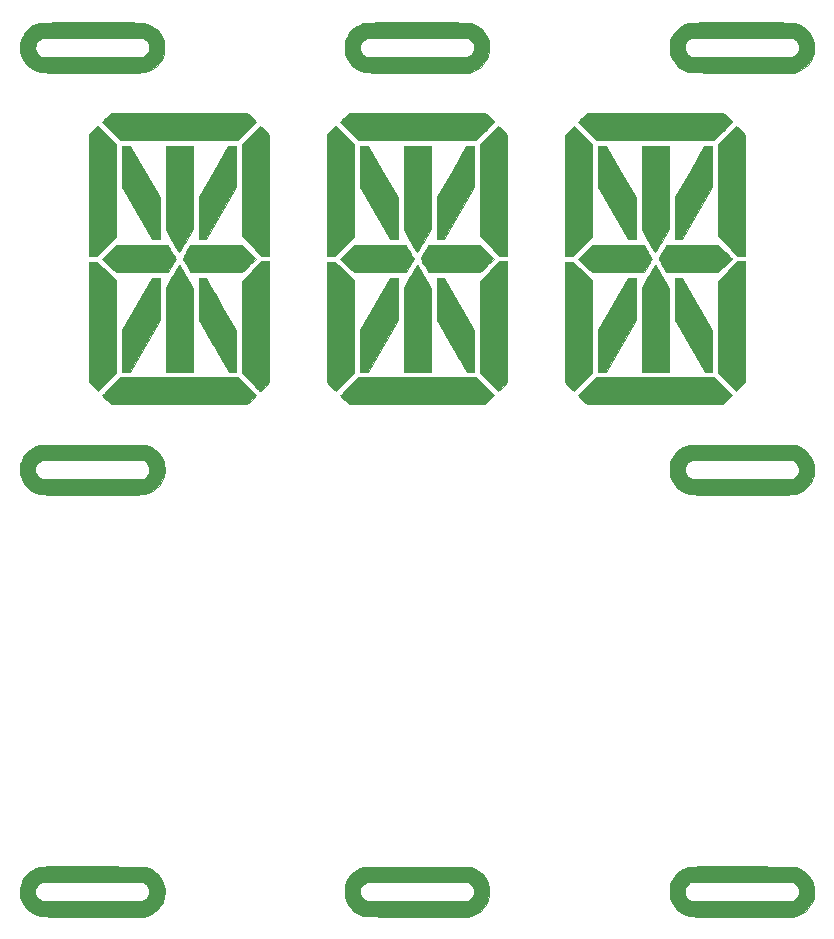
<source format=gbr>
%TF.GenerationSoftware,KiCad,Pcbnew,(6.0.0)*%
%TF.CreationDate,2022-01-21T14:37:34-08:00*%
%TF.ProjectId,PCB-side-name,5043422d-7369-4646-952d-6e616d652e6b,rev?*%
%TF.SameCoordinates,Original*%
%TF.FileFunction,Soldermask,Bot*%
%TF.FilePolarity,Negative*%
%FSLAX46Y46*%
G04 Gerber Fmt 4.6, Leading zero omitted, Abs format (unit mm)*
G04 Created by KiCad (PCBNEW (6.0.0)) date 2022-01-21 14:37:34*
%MOMM*%
%LPD*%
G01*
G04 APERTURE LIST*
%ADD10C,0.010000*%
G04 APERTURE END LIST*
D10*
%TO.C,Ref\u002A\u002A*%
X137107577Y-63793535D02*
X137139093Y-63844848D01*
X137139093Y-63844848D02*
X137187665Y-63926203D01*
X137187665Y-63926203D02*
X137251326Y-64034239D01*
X137251326Y-64034239D02*
X137328107Y-64165597D01*
X137328107Y-64165597D02*
X137416042Y-64316916D01*
X137416042Y-64316916D02*
X137513162Y-64484836D01*
X137513162Y-64484836D02*
X137617501Y-64665996D01*
X137617501Y-64665996D02*
X137673291Y-64763155D01*
X137673291Y-64763155D02*
X138239500Y-65750227D01*
X138239500Y-65750227D02*
X138239500Y-72834500D01*
X138239500Y-72834500D02*
X135953500Y-72834500D01*
X135953500Y-72834500D02*
X135953500Y-65740043D01*
X135953500Y-65740043D02*
X136518292Y-64757605D01*
X136518292Y-64757605D02*
X136625517Y-64571477D01*
X136625517Y-64571477D02*
X136726522Y-64396893D01*
X136726522Y-64396893D02*
X136819334Y-64237214D01*
X136819334Y-64237214D02*
X136901976Y-64095801D01*
X136901976Y-64095801D02*
X136972476Y-63976017D01*
X136972476Y-63976017D02*
X137028858Y-63881222D01*
X137028858Y-63881222D02*
X137069148Y-63814779D01*
X137069148Y-63814779D02*
X137091371Y-63780048D01*
X137091371Y-63780048D02*
X137095084Y-63775625D01*
X137095084Y-63775625D02*
X137107577Y-63793535D01*
X137107577Y-63793535D02*
X137107577Y-63793535D01*
G36*
X137107577Y-63793535D02*
G01*
X137139093Y-63844848D01*
X137187665Y-63926203D01*
X137251326Y-64034239D01*
X137328107Y-64165597D01*
X137416042Y-64316916D01*
X137513162Y-64484836D01*
X137617501Y-64665996D01*
X137673291Y-64763155D01*
X138239500Y-65750227D01*
X138239500Y-72834500D01*
X135953500Y-72834500D01*
X135953500Y-65740043D01*
X136518292Y-64757605D01*
X136625517Y-64571477D01*
X136726522Y-64396893D01*
X136819334Y-64237214D01*
X136901976Y-64095801D01*
X136972476Y-63976017D01*
X137028858Y-63881222D01*
X137069148Y-63814779D01*
X137091371Y-63780048D01*
X137095084Y-63775625D01*
X137107577Y-63793535D01*
G37*
X137107577Y-63793535D02*
X137139093Y-63844848D01*
X137187665Y-63926203D01*
X137251326Y-64034239D01*
X137328107Y-64165597D01*
X137416042Y-64316916D01*
X137513162Y-64484836D01*
X137617501Y-64665996D01*
X137673291Y-64763155D01*
X138239500Y-65750227D01*
X138239500Y-72834500D01*
X135953500Y-72834500D01*
X135953500Y-65740043D01*
X136518292Y-64757605D01*
X136625517Y-64571477D01*
X136726522Y-64396893D01*
X136819334Y-64237214D01*
X136901976Y-64095801D01*
X136972476Y-63976017D01*
X137028858Y-63881222D01*
X137069148Y-63814779D01*
X137091371Y-63780048D01*
X137095084Y-63775625D01*
X137107577Y-63793535D01*
X165056349Y-43263637D02*
X165427845Y-43263935D01*
X165427845Y-43263935D02*
X165793686Y-43264404D01*
X165793686Y-43264404D02*
X166151345Y-43265045D01*
X166151345Y-43265045D02*
X166498299Y-43265857D01*
X166498299Y-43265857D02*
X166832020Y-43266840D01*
X166832020Y-43266840D02*
X167149984Y-43267995D01*
X167149984Y-43267995D02*
X167449664Y-43269321D01*
X167449664Y-43269321D02*
X167728535Y-43270818D01*
X167728535Y-43270818D02*
X167984071Y-43272487D01*
X167984071Y-43272487D02*
X168213747Y-43274327D01*
X168213747Y-43274327D02*
X168415036Y-43276339D01*
X168415036Y-43276339D02*
X168585414Y-43278522D01*
X168585414Y-43278522D02*
X168722354Y-43280876D01*
X168722354Y-43280876D02*
X168823330Y-43283401D01*
X168823330Y-43283401D02*
X168885818Y-43286098D01*
X168885818Y-43286098D02*
X168902303Y-43287574D01*
X168902303Y-43287574D02*
X169130402Y-43334546D01*
X169130402Y-43334546D02*
X169363749Y-43410297D01*
X169363749Y-43410297D02*
X169588034Y-43509172D01*
X169588034Y-43509172D02*
X169788945Y-43625517D01*
X169788945Y-43625517D02*
X169830750Y-43654443D01*
X169830750Y-43654443D02*
X169962090Y-43760809D01*
X169962090Y-43760809D02*
X170099401Y-43893049D01*
X170099401Y-43893049D02*
X170230816Y-44038644D01*
X170230816Y-44038644D02*
X170344471Y-44185076D01*
X170344471Y-44185076D02*
X170372335Y-44225791D01*
X170372335Y-44225791D02*
X170515351Y-44479476D01*
X170515351Y-44479476D02*
X170621972Y-44750469D01*
X170621972Y-44750469D02*
X170690796Y-45033045D01*
X170690796Y-45033045D02*
X170720419Y-45321478D01*
X170720419Y-45321478D02*
X170710085Y-45604119D01*
X170710085Y-45604119D02*
X170678573Y-45820934D01*
X170678573Y-45820934D02*
X170631088Y-46014597D01*
X170631088Y-46014597D02*
X170562527Y-46202871D01*
X170562527Y-46202871D02*
X170497112Y-46345338D01*
X170497112Y-46345338D02*
X170347782Y-46601523D01*
X170347782Y-46601523D02*
X170165880Y-46831817D01*
X170165880Y-46831817D02*
X169953755Y-47034256D01*
X169953755Y-47034256D02*
X169713757Y-47206878D01*
X169713757Y-47206878D02*
X169448237Y-47347719D01*
X169448237Y-47347719D02*
X169174583Y-47450265D01*
X169174583Y-47450265D02*
X168984083Y-47508583D01*
X168984083Y-47508583D02*
X164655500Y-47511575D01*
X164655500Y-47511575D02*
X164228992Y-47511781D01*
X164228992Y-47511781D02*
X163812930Y-47511808D01*
X163812930Y-47511808D02*
X163409361Y-47511663D01*
X163409361Y-47511663D02*
X163020333Y-47511353D01*
X163020333Y-47511353D02*
X162647895Y-47510885D01*
X162647895Y-47510885D02*
X162294093Y-47510266D01*
X162294093Y-47510266D02*
X161960978Y-47509504D01*
X161960978Y-47509504D02*
X161650596Y-47508604D01*
X161650596Y-47508604D02*
X161364997Y-47507575D01*
X161364997Y-47507575D02*
X161106227Y-47506424D01*
X161106227Y-47506424D02*
X160876336Y-47505156D01*
X160876336Y-47505156D02*
X160677371Y-47503780D01*
X160677371Y-47503780D02*
X160511380Y-47502303D01*
X160511380Y-47502303D02*
X160380412Y-47500731D01*
X160380412Y-47500731D02*
X160286516Y-47499072D01*
X160286516Y-47499072D02*
X160231738Y-47497332D01*
X160231738Y-47497332D02*
X160218810Y-47496308D01*
X160218810Y-47496308D02*
X159937788Y-47427783D01*
X159937788Y-47427783D02*
X159670211Y-47320831D01*
X159670211Y-47320831D02*
X159419774Y-47178225D01*
X159419774Y-47178225D02*
X159190176Y-47002734D01*
X159190176Y-47002734D02*
X158985111Y-46797128D01*
X158985111Y-46797128D02*
X158808277Y-46564178D01*
X158808277Y-46564178D02*
X158681764Y-46344416D01*
X158681764Y-46344416D02*
X158591946Y-46142529D01*
X158591946Y-46142529D02*
X158528565Y-45945071D01*
X158528565Y-45945071D02*
X158488978Y-45739975D01*
X158488978Y-45739975D02*
X158470542Y-45515175D01*
X158470542Y-45515175D02*
X158469316Y-45428412D01*
X158469316Y-45428412D02*
X159750325Y-45428412D01*
X159750325Y-45428412D02*
X159776453Y-45603430D01*
X159776453Y-45603430D02*
X159838045Y-45768363D01*
X159838045Y-45768363D02*
X159931694Y-45917265D01*
X159931694Y-45917265D02*
X160053993Y-46044188D01*
X160053993Y-46044188D02*
X160201535Y-46143184D01*
X160201535Y-46143184D02*
X160299868Y-46186381D01*
X160299868Y-46186381D02*
X160313956Y-46191133D01*
X160313956Y-46191133D02*
X160329950Y-46195493D01*
X160329950Y-46195493D02*
X160349628Y-46199475D01*
X160349628Y-46199475D02*
X160374770Y-46203095D01*
X160374770Y-46203095D02*
X160407152Y-46206367D01*
X160407152Y-46206367D02*
X160448554Y-46209305D01*
X160448554Y-46209305D02*
X160500754Y-46211925D01*
X160500754Y-46211925D02*
X160565531Y-46214240D01*
X160565531Y-46214240D02*
X160644661Y-46216266D01*
X160644661Y-46216266D02*
X160739925Y-46218017D01*
X160739925Y-46218017D02*
X160853100Y-46219508D01*
X160853100Y-46219508D02*
X160985964Y-46220754D01*
X160985964Y-46220754D02*
X161140297Y-46221768D01*
X161140297Y-46221768D02*
X161317875Y-46222567D01*
X161317875Y-46222567D02*
X161520479Y-46223165D01*
X161520479Y-46223165D02*
X161749885Y-46223575D01*
X161749885Y-46223575D02*
X162007873Y-46223814D01*
X162007873Y-46223814D02*
X162296220Y-46223895D01*
X162296220Y-46223895D02*
X162616705Y-46223834D01*
X162616705Y-46223834D02*
X162971107Y-46223644D01*
X162971107Y-46223644D02*
X163361203Y-46223341D01*
X163361203Y-46223341D02*
X163788772Y-46222939D01*
X163788772Y-46222939D02*
X164255593Y-46222454D01*
X164255593Y-46222454D02*
X164623750Y-46222053D01*
X164623750Y-46222053D02*
X168835916Y-46217416D01*
X168835916Y-46217416D02*
X168964640Y-46150121D01*
X168964640Y-46150121D02*
X169126306Y-46043352D01*
X169126306Y-46043352D02*
X169255495Y-45909663D01*
X169255495Y-45909663D02*
X169351132Y-45750529D01*
X169351132Y-45750529D02*
X169412139Y-45567423D01*
X169412139Y-45567423D02*
X169420440Y-45526121D01*
X169420440Y-45526121D02*
X169430310Y-45356818D01*
X169430310Y-45356818D02*
X169402736Y-45186319D01*
X169402736Y-45186319D02*
X169341458Y-45022768D01*
X169341458Y-45022768D02*
X169250216Y-44874304D01*
X169250216Y-44874304D02*
X169132749Y-44749070D01*
X169132749Y-44749070D02*
X169029609Y-44675239D01*
X169029609Y-44675239D02*
X169006578Y-44661194D01*
X169006578Y-44661194D02*
X168986217Y-44648285D01*
X168986217Y-44648285D02*
X168966742Y-44636466D01*
X168966742Y-44636466D02*
X168946368Y-44625691D01*
X168946368Y-44625691D02*
X168923308Y-44615916D01*
X168923308Y-44615916D02*
X168895779Y-44607094D01*
X168895779Y-44607094D02*
X168861994Y-44599180D01*
X168861994Y-44599180D02*
X168820169Y-44592129D01*
X168820169Y-44592129D02*
X168768518Y-44585895D01*
X168768518Y-44585895D02*
X168705257Y-44580432D01*
X168705257Y-44580432D02*
X168628599Y-44575695D01*
X168628599Y-44575695D02*
X168536761Y-44571638D01*
X168536761Y-44571638D02*
X168427956Y-44568216D01*
X168427956Y-44568216D02*
X168300400Y-44565383D01*
X168300400Y-44565383D02*
X168152307Y-44563094D01*
X168152307Y-44563094D02*
X167981893Y-44561303D01*
X167981893Y-44561303D02*
X167787371Y-44559965D01*
X167787371Y-44559965D02*
X167566958Y-44559034D01*
X167566958Y-44559034D02*
X167318867Y-44558464D01*
X167318867Y-44558464D02*
X167041314Y-44558210D01*
X167041314Y-44558210D02*
X166732513Y-44558226D01*
X166732513Y-44558226D02*
X166390679Y-44558468D01*
X166390679Y-44558468D02*
X166014027Y-44558888D01*
X166014027Y-44558888D02*
X165600772Y-44559442D01*
X165600772Y-44559442D02*
X165149129Y-44560085D01*
X165149129Y-44560085D02*
X164657312Y-44560770D01*
X164657312Y-44560770D02*
X164548821Y-44560915D01*
X164548821Y-44560915D02*
X160390416Y-44566416D01*
X160390416Y-44566416D02*
X160267976Y-44615836D01*
X160267976Y-44615836D02*
X160118609Y-44698008D01*
X160118609Y-44698008D02*
X159986988Y-44813463D01*
X159986988Y-44813463D02*
X159878968Y-44954858D01*
X159878968Y-44954858D02*
X159800403Y-45114848D01*
X159800403Y-45114848D02*
X159763068Y-45249258D01*
X159763068Y-45249258D02*
X159750325Y-45428412D01*
X159750325Y-45428412D02*
X158469316Y-45428412D01*
X158469316Y-45428412D02*
X158468501Y-45370750D01*
X158468501Y-45370750D02*
X158470780Y-45234340D01*
X158470780Y-45234340D02*
X158476736Y-45126666D01*
X158476736Y-45126666D02*
X158487859Y-45034188D01*
X158487859Y-45034188D02*
X158505641Y-44943365D01*
X158505641Y-44943365D02*
X158523555Y-44870816D01*
X158523555Y-44870816D02*
X158618656Y-44586708D01*
X158618656Y-44586708D02*
X158748430Y-44323331D01*
X158748430Y-44323331D02*
X158910032Y-44083249D01*
X158910032Y-44083249D02*
X159100617Y-43869024D01*
X159100617Y-43869024D02*
X159317339Y-43683218D01*
X159317339Y-43683218D02*
X159557353Y-43528394D01*
X159557353Y-43528394D02*
X159817812Y-43407116D01*
X159817812Y-43407116D02*
X160095871Y-43321944D01*
X160095871Y-43321944D02*
X160281696Y-43287574D01*
X160281696Y-43287574D02*
X160323090Y-43284788D01*
X160323090Y-43284788D02*
X160404291Y-43282173D01*
X160404291Y-43282173D02*
X160522775Y-43279729D01*
X160522775Y-43279729D02*
X160676014Y-43277457D01*
X160676014Y-43277457D02*
X160861483Y-43275356D01*
X160861483Y-43275356D02*
X161076657Y-43273426D01*
X161076657Y-43273426D02*
X161319010Y-43271668D01*
X161319010Y-43271668D02*
X161586016Y-43270081D01*
X161586016Y-43270081D02*
X161875149Y-43268666D01*
X161875149Y-43268666D02*
X162183884Y-43267422D01*
X162183884Y-43267422D02*
X162509696Y-43266349D01*
X162509696Y-43266349D02*
X162850057Y-43265447D01*
X162850057Y-43265447D02*
X163202444Y-43264717D01*
X163202444Y-43264717D02*
X163564330Y-43264158D01*
X163564330Y-43264158D02*
X163933189Y-43263771D01*
X163933189Y-43263771D02*
X164306495Y-43263555D01*
X164306495Y-43263555D02*
X164681724Y-43263510D01*
X164681724Y-43263510D02*
X165056349Y-43263637D01*
X165056349Y-43263637D02*
X165056349Y-43263637D01*
G36*
X158470780Y-45234340D02*
G01*
X158476736Y-45126666D01*
X158487859Y-45034188D01*
X158505641Y-44943365D01*
X158523555Y-44870816D01*
X158618656Y-44586708D01*
X158748430Y-44323331D01*
X158910032Y-44083249D01*
X159100617Y-43869024D01*
X159317339Y-43683218D01*
X159557353Y-43528394D01*
X159817812Y-43407116D01*
X160095871Y-43321944D01*
X160281696Y-43287574D01*
X160323090Y-43284788D01*
X160404291Y-43282173D01*
X160522775Y-43279729D01*
X160676014Y-43277457D01*
X160861483Y-43275356D01*
X161076657Y-43273426D01*
X161319010Y-43271668D01*
X161586016Y-43270081D01*
X161875149Y-43268666D01*
X162183884Y-43267422D01*
X162509696Y-43266349D01*
X162850057Y-43265447D01*
X163202444Y-43264717D01*
X163564330Y-43264158D01*
X163933189Y-43263771D01*
X164306495Y-43263555D01*
X164681724Y-43263510D01*
X165056349Y-43263637D01*
X165427845Y-43263935D01*
X165793686Y-43264404D01*
X166151345Y-43265045D01*
X166498299Y-43265857D01*
X166832020Y-43266840D01*
X167149984Y-43267995D01*
X167449664Y-43269321D01*
X167728535Y-43270818D01*
X167984071Y-43272487D01*
X168213747Y-43274327D01*
X168415036Y-43276339D01*
X168585414Y-43278522D01*
X168722354Y-43280876D01*
X168823330Y-43283401D01*
X168885818Y-43286098D01*
X168902303Y-43287574D01*
X169130402Y-43334546D01*
X169363749Y-43410297D01*
X169588034Y-43509172D01*
X169788945Y-43625517D01*
X169830750Y-43654443D01*
X169962090Y-43760809D01*
X170099401Y-43893049D01*
X170230816Y-44038644D01*
X170344471Y-44185076D01*
X170372335Y-44225791D01*
X170515351Y-44479476D01*
X170621972Y-44750469D01*
X170690796Y-45033045D01*
X170720419Y-45321478D01*
X170710085Y-45604119D01*
X170678573Y-45820934D01*
X170631088Y-46014597D01*
X170562527Y-46202871D01*
X170497112Y-46345338D01*
X170347782Y-46601523D01*
X170165880Y-46831817D01*
X169953755Y-47034256D01*
X169713757Y-47206878D01*
X169448237Y-47347719D01*
X169174583Y-47450265D01*
X168984083Y-47508583D01*
X164655500Y-47511575D01*
X164228992Y-47511781D01*
X163812930Y-47511808D01*
X163409361Y-47511663D01*
X163020333Y-47511353D01*
X162647895Y-47510885D01*
X162294093Y-47510266D01*
X161960978Y-47509504D01*
X161650596Y-47508604D01*
X161364997Y-47507575D01*
X161106227Y-47506424D01*
X160876336Y-47505156D01*
X160677371Y-47503780D01*
X160511380Y-47502303D01*
X160380412Y-47500731D01*
X160286516Y-47499072D01*
X160231738Y-47497332D01*
X160218810Y-47496308D01*
X159937788Y-47427783D01*
X159670211Y-47320831D01*
X159419774Y-47178225D01*
X159190176Y-47002734D01*
X158985111Y-46797128D01*
X158808277Y-46564178D01*
X158681764Y-46344416D01*
X158591946Y-46142529D01*
X158528565Y-45945071D01*
X158488978Y-45739975D01*
X158470542Y-45515175D01*
X158469316Y-45428412D01*
X159750325Y-45428412D01*
X159776453Y-45603430D01*
X159838045Y-45768363D01*
X159931694Y-45917265D01*
X160053993Y-46044188D01*
X160201535Y-46143184D01*
X160299868Y-46186381D01*
X160313956Y-46191133D01*
X160329950Y-46195493D01*
X160349628Y-46199475D01*
X160374770Y-46203095D01*
X160407152Y-46206367D01*
X160448554Y-46209305D01*
X160500754Y-46211925D01*
X160565531Y-46214240D01*
X160644661Y-46216266D01*
X160739925Y-46218017D01*
X160853100Y-46219508D01*
X160985964Y-46220754D01*
X161140297Y-46221768D01*
X161317875Y-46222567D01*
X161520479Y-46223165D01*
X161749885Y-46223575D01*
X162007873Y-46223814D01*
X162296220Y-46223895D01*
X162616705Y-46223834D01*
X162971107Y-46223644D01*
X163361203Y-46223341D01*
X163788772Y-46222939D01*
X164255593Y-46222454D01*
X164623750Y-46222053D01*
X168835916Y-46217416D01*
X168964640Y-46150121D01*
X169126306Y-46043352D01*
X169255495Y-45909663D01*
X169351132Y-45750529D01*
X169412139Y-45567423D01*
X169420440Y-45526121D01*
X169430310Y-45356818D01*
X169402736Y-45186319D01*
X169341458Y-45022768D01*
X169250216Y-44874304D01*
X169132749Y-44749070D01*
X169029609Y-44675239D01*
X169006578Y-44661194D01*
X168986217Y-44648285D01*
X168966742Y-44636466D01*
X168946368Y-44625691D01*
X168923308Y-44615916D01*
X168895779Y-44607094D01*
X168861994Y-44599180D01*
X168820169Y-44592129D01*
X168768518Y-44585895D01*
X168705257Y-44580432D01*
X168628599Y-44575695D01*
X168536761Y-44571638D01*
X168427956Y-44568216D01*
X168300400Y-44565383D01*
X168152307Y-44563094D01*
X167981893Y-44561303D01*
X167787371Y-44559965D01*
X167566958Y-44559034D01*
X167318867Y-44558464D01*
X167041314Y-44558210D01*
X166732513Y-44558226D01*
X166390679Y-44558468D01*
X166014027Y-44558888D01*
X165600772Y-44559442D01*
X165149129Y-44560085D01*
X164657312Y-44560770D01*
X164548821Y-44560915D01*
X160390416Y-44566416D01*
X160267976Y-44615836D01*
X160118609Y-44698008D01*
X159986988Y-44813463D01*
X159878968Y-44954858D01*
X159800403Y-45114848D01*
X159763068Y-45249258D01*
X159750325Y-45428412D01*
X158469316Y-45428412D01*
X158468501Y-45370750D01*
X158470780Y-45234340D01*
G37*
X158470780Y-45234340D02*
X158476736Y-45126666D01*
X158487859Y-45034188D01*
X158505641Y-44943365D01*
X158523555Y-44870816D01*
X158618656Y-44586708D01*
X158748430Y-44323331D01*
X158910032Y-44083249D01*
X159100617Y-43869024D01*
X159317339Y-43683218D01*
X159557353Y-43528394D01*
X159817812Y-43407116D01*
X160095871Y-43321944D01*
X160281696Y-43287574D01*
X160323090Y-43284788D01*
X160404291Y-43282173D01*
X160522775Y-43279729D01*
X160676014Y-43277457D01*
X160861483Y-43275356D01*
X161076657Y-43273426D01*
X161319010Y-43271668D01*
X161586016Y-43270081D01*
X161875149Y-43268666D01*
X162183884Y-43267422D01*
X162509696Y-43266349D01*
X162850057Y-43265447D01*
X163202444Y-43264717D01*
X163564330Y-43264158D01*
X163933189Y-43263771D01*
X164306495Y-43263555D01*
X164681724Y-43263510D01*
X165056349Y-43263637D01*
X165427845Y-43263935D01*
X165793686Y-43264404D01*
X166151345Y-43265045D01*
X166498299Y-43265857D01*
X166832020Y-43266840D01*
X167149984Y-43267995D01*
X167449664Y-43269321D01*
X167728535Y-43270818D01*
X167984071Y-43272487D01*
X168213747Y-43274327D01*
X168415036Y-43276339D01*
X168585414Y-43278522D01*
X168722354Y-43280876D01*
X168823330Y-43283401D01*
X168885818Y-43286098D01*
X168902303Y-43287574D01*
X169130402Y-43334546D01*
X169363749Y-43410297D01*
X169588034Y-43509172D01*
X169788945Y-43625517D01*
X169830750Y-43654443D01*
X169962090Y-43760809D01*
X170099401Y-43893049D01*
X170230816Y-44038644D01*
X170344471Y-44185076D01*
X170372335Y-44225791D01*
X170515351Y-44479476D01*
X170621972Y-44750469D01*
X170690796Y-45033045D01*
X170720419Y-45321478D01*
X170710085Y-45604119D01*
X170678573Y-45820934D01*
X170631088Y-46014597D01*
X170562527Y-46202871D01*
X170497112Y-46345338D01*
X170347782Y-46601523D01*
X170165880Y-46831817D01*
X169953755Y-47034256D01*
X169713757Y-47206878D01*
X169448237Y-47347719D01*
X169174583Y-47450265D01*
X168984083Y-47508583D01*
X164655500Y-47511575D01*
X164228992Y-47511781D01*
X163812930Y-47511808D01*
X163409361Y-47511663D01*
X163020333Y-47511353D01*
X162647895Y-47510885D01*
X162294093Y-47510266D01*
X161960978Y-47509504D01*
X161650596Y-47508604D01*
X161364997Y-47507575D01*
X161106227Y-47506424D01*
X160876336Y-47505156D01*
X160677371Y-47503780D01*
X160511380Y-47502303D01*
X160380412Y-47500731D01*
X160286516Y-47499072D01*
X160231738Y-47497332D01*
X160218810Y-47496308D01*
X159937788Y-47427783D01*
X159670211Y-47320831D01*
X159419774Y-47178225D01*
X159190176Y-47002734D01*
X158985111Y-46797128D01*
X158808277Y-46564178D01*
X158681764Y-46344416D01*
X158591946Y-46142529D01*
X158528565Y-45945071D01*
X158488978Y-45739975D01*
X158470542Y-45515175D01*
X158469316Y-45428412D01*
X159750325Y-45428412D01*
X159776453Y-45603430D01*
X159838045Y-45768363D01*
X159931694Y-45917265D01*
X160053993Y-46044188D01*
X160201535Y-46143184D01*
X160299868Y-46186381D01*
X160313956Y-46191133D01*
X160329950Y-46195493D01*
X160349628Y-46199475D01*
X160374770Y-46203095D01*
X160407152Y-46206367D01*
X160448554Y-46209305D01*
X160500754Y-46211925D01*
X160565531Y-46214240D01*
X160644661Y-46216266D01*
X160739925Y-46218017D01*
X160853100Y-46219508D01*
X160985964Y-46220754D01*
X161140297Y-46221768D01*
X161317875Y-46222567D01*
X161520479Y-46223165D01*
X161749885Y-46223575D01*
X162007873Y-46223814D01*
X162296220Y-46223895D01*
X162616705Y-46223834D01*
X162971107Y-46223644D01*
X163361203Y-46223341D01*
X163788772Y-46222939D01*
X164255593Y-46222454D01*
X164623750Y-46222053D01*
X168835916Y-46217416D01*
X168964640Y-46150121D01*
X169126306Y-46043352D01*
X169255495Y-45909663D01*
X169351132Y-45750529D01*
X169412139Y-45567423D01*
X169420440Y-45526121D01*
X169430310Y-45356818D01*
X169402736Y-45186319D01*
X169341458Y-45022768D01*
X169250216Y-44874304D01*
X169132749Y-44749070D01*
X169029609Y-44675239D01*
X169006578Y-44661194D01*
X168986217Y-44648285D01*
X168966742Y-44636466D01*
X168946368Y-44625691D01*
X168923308Y-44615916D01*
X168895779Y-44607094D01*
X168861994Y-44599180D01*
X168820169Y-44592129D01*
X168768518Y-44585895D01*
X168705257Y-44580432D01*
X168628599Y-44575695D01*
X168536761Y-44571638D01*
X168427956Y-44568216D01*
X168300400Y-44565383D01*
X168152307Y-44563094D01*
X167981893Y-44561303D01*
X167787371Y-44559965D01*
X167566958Y-44559034D01*
X167318867Y-44558464D01*
X167041314Y-44558210D01*
X166732513Y-44558226D01*
X166390679Y-44558468D01*
X166014027Y-44558888D01*
X165600772Y-44559442D01*
X165149129Y-44560085D01*
X164657312Y-44560770D01*
X164548821Y-44560915D01*
X160390416Y-44566416D01*
X160267976Y-44615836D01*
X160118609Y-44698008D01*
X159986988Y-44813463D01*
X159878968Y-44954858D01*
X159800403Y-45114848D01*
X159763068Y-45249258D01*
X159750325Y-45428412D01*
X158469316Y-45428412D01*
X158468501Y-45370750D01*
X158470780Y-45234340D01*
X164888333Y-73734512D02*
X164115433Y-74506564D01*
X164115433Y-74506564D02*
X163337716Y-73728634D01*
X163337716Y-73728634D02*
X162560000Y-72950704D01*
X162560000Y-72950704D02*
X162560000Y-65140725D01*
X162560000Y-65140725D02*
X163390791Y-64321148D01*
X163390791Y-64321148D02*
X164221583Y-63501572D01*
X164221583Y-63501572D02*
X164888333Y-63500000D01*
X164888333Y-63500000D02*
X164888333Y-73734512D01*
X164888333Y-73734512D02*
X164888333Y-73734512D01*
G36*
X164888333Y-73734512D02*
G01*
X164115433Y-74506564D01*
X163337716Y-73728634D01*
X162560000Y-72950704D01*
X162560000Y-65140725D01*
X163390791Y-64321148D01*
X164221583Y-63501572D01*
X164888333Y-63500000D01*
X164888333Y-73734512D01*
G37*
X164888333Y-73734512D02*
X164115433Y-74506564D01*
X163337716Y-73728634D01*
X162560000Y-72950704D01*
X162560000Y-65140725D01*
X163390791Y-64321148D01*
X164221583Y-63501572D01*
X164888333Y-63500000D01*
X164888333Y-73734512D01*
X123474013Y-63260128D02*
X122885235Y-63840439D01*
X122885235Y-63840439D02*
X122754833Y-63968633D01*
X122754833Y-63968633D02*
X122633767Y-64087011D01*
X122633767Y-64087011D02*
X122525355Y-64192378D01*
X122525355Y-64192378D02*
X122432912Y-64281536D01*
X122432912Y-64281536D02*
X122359757Y-64351292D01*
X122359757Y-64351292D02*
X122309206Y-64398450D01*
X122309206Y-64398450D02*
X122284577Y-64419813D01*
X122284577Y-64419813D02*
X122282853Y-64420750D01*
X122282853Y-64420750D02*
X122260252Y-64420698D01*
X122260252Y-64420698D02*
X122198131Y-64420549D01*
X122198131Y-64420549D02*
X122099303Y-64420310D01*
X122099303Y-64420310D02*
X121966582Y-64419986D01*
X121966582Y-64419986D02*
X121802780Y-64419585D01*
X121802780Y-64419585D02*
X121610712Y-64419114D01*
X121610712Y-64419114D02*
X121393189Y-64418580D01*
X121393189Y-64418580D02*
X121153026Y-64417990D01*
X121153026Y-64417990D02*
X120893036Y-64417350D01*
X120893036Y-64417350D02*
X120616032Y-64416668D01*
X120616032Y-64416668D02*
X120324826Y-64415949D01*
X120324826Y-64415949D02*
X120085616Y-64415359D01*
X120085616Y-64415359D02*
X117901983Y-64409969D01*
X117901983Y-64409969D02*
X117571174Y-63846448D01*
X117571174Y-63846448D02*
X117489097Y-63706405D01*
X117489097Y-63706405D02*
X117414158Y-63578103D01*
X117414158Y-63578103D02*
X117348992Y-63466089D01*
X117348992Y-63466089D02*
X117296237Y-63374912D01*
X117296237Y-63374912D02*
X117258528Y-63309120D01*
X117258528Y-63309120D02*
X117238503Y-63273263D01*
X117238503Y-63273263D02*
X117235974Y-63268143D01*
X117235974Y-63268143D02*
X117245196Y-63246915D01*
X117245196Y-63246915D02*
X117273401Y-63193722D01*
X117273401Y-63193722D02*
X117318060Y-63113060D01*
X117318060Y-63113060D02*
X117376642Y-63009425D01*
X117376642Y-63009425D02*
X117446616Y-62887310D01*
X117446616Y-62887310D02*
X117525453Y-62751212D01*
X117525453Y-62751212D02*
X117568074Y-62678180D01*
X117568074Y-62678180D02*
X117904564Y-62103000D01*
X117904564Y-62103000D02*
X122298457Y-62103000D01*
X122298457Y-62103000D02*
X123474013Y-63260128D01*
X123474013Y-63260128D02*
X123474013Y-63260128D01*
G36*
X123474013Y-63260128D02*
G01*
X122885235Y-63840439D01*
X122754833Y-63968633D01*
X122633767Y-64087011D01*
X122525355Y-64192378D01*
X122432912Y-64281536D01*
X122359757Y-64351292D01*
X122309206Y-64398450D01*
X122284577Y-64419813D01*
X122282853Y-64420750D01*
X122260252Y-64420698D01*
X122198131Y-64420549D01*
X122099303Y-64420310D01*
X121966582Y-64419986D01*
X121802780Y-64419585D01*
X121610712Y-64419114D01*
X121393189Y-64418580D01*
X121153026Y-64417990D01*
X120893036Y-64417350D01*
X120616032Y-64416668D01*
X120324826Y-64415949D01*
X120085616Y-64415359D01*
X117901983Y-64409969D01*
X117571174Y-63846448D01*
X117489097Y-63706405D01*
X117414158Y-63578103D01*
X117348992Y-63466089D01*
X117296237Y-63374912D01*
X117258528Y-63309120D01*
X117238503Y-63273263D01*
X117235974Y-63268143D01*
X117245196Y-63246915D01*
X117273401Y-63193722D01*
X117318060Y-63113060D01*
X117376642Y-63009425D01*
X117446616Y-62887310D01*
X117525453Y-62751212D01*
X117568074Y-62678180D01*
X117904564Y-62103000D01*
X122298457Y-62103000D01*
X123474013Y-63260128D01*
G37*
X123474013Y-63260128D02*
X122885235Y-63840439D01*
X122754833Y-63968633D01*
X122633767Y-64087011D01*
X122525355Y-64192378D01*
X122432912Y-64281536D01*
X122359757Y-64351292D01*
X122309206Y-64398450D01*
X122284577Y-64419813D01*
X122282853Y-64420750D01*
X122260252Y-64420698D01*
X122198131Y-64420549D01*
X122099303Y-64420310D01*
X121966582Y-64419986D01*
X121802780Y-64419585D01*
X121610712Y-64419114D01*
X121393189Y-64418580D01*
X121153026Y-64417990D01*
X120893036Y-64417350D01*
X120616032Y-64416668D01*
X120324826Y-64415949D01*
X120085616Y-64415359D01*
X117901983Y-64409969D01*
X117571174Y-63846448D01*
X117489097Y-63706405D01*
X117414158Y-63578103D01*
X117348992Y-63466089D01*
X117296237Y-63374912D01*
X117258528Y-63309120D01*
X117238503Y-63273263D01*
X117235974Y-63268143D01*
X117245196Y-63246915D01*
X117273401Y-63193722D01*
X117318060Y-63113060D01*
X117376642Y-63009425D01*
X117446616Y-62887310D01*
X117525453Y-62751212D01*
X117568074Y-62678180D01*
X117904564Y-62103000D01*
X122298457Y-62103000D01*
X123474013Y-63260128D01*
X135445500Y-68430570D02*
X132896682Y-72834500D01*
X132896682Y-72834500D02*
X132249333Y-72834500D01*
X132249333Y-72834500D02*
X132249333Y-69320797D01*
X132249333Y-69320797D02*
X133534426Y-67108898D01*
X133534426Y-67108898D02*
X134819518Y-64897000D01*
X134819518Y-64897000D02*
X135445500Y-64897000D01*
X135445500Y-64897000D02*
X135445500Y-68430570D01*
X135445500Y-68430570D02*
X135445500Y-68430570D01*
G36*
X135445500Y-68430570D02*
G01*
X132896682Y-72834500D01*
X132249333Y-72834500D01*
X132249333Y-69320797D01*
X133534426Y-67108898D01*
X134819518Y-64897000D01*
X135445500Y-64897000D01*
X135445500Y-68430570D01*
G37*
X135445500Y-68430570D02*
X132896682Y-72834500D01*
X132249333Y-72834500D01*
X132249333Y-69320797D01*
X133534426Y-67108898D01*
X134819518Y-64897000D01*
X135445500Y-64897000D01*
X135445500Y-68430570D01*
X153063998Y-53710416D02*
X154330082Y-55898526D01*
X154330082Y-55898526D02*
X155596166Y-58086635D01*
X155596166Y-58086635D02*
X155596166Y-61616166D01*
X155596166Y-61616166D02*
X154967954Y-61616166D01*
X154967954Y-61616166D02*
X153683977Y-59405828D01*
X153683977Y-59405828D02*
X152400000Y-57195491D01*
X152400000Y-57195491D02*
X152400000Y-53698758D01*
X152400000Y-53698758D02*
X153063998Y-53710416D01*
X153063998Y-53710416D02*
X153063998Y-53710416D01*
G36*
X153063998Y-53710416D02*
G01*
X154330082Y-55898526D01*
X155596166Y-58086635D01*
X155596166Y-61616166D01*
X154967954Y-61616166D01*
X153683977Y-59405828D01*
X152400000Y-57195491D01*
X152400000Y-53698758D01*
X153063998Y-53710416D01*
G37*
X153063998Y-53710416D02*
X154330082Y-55898526D01*
X155596166Y-58086635D01*
X155596166Y-61616166D01*
X154967954Y-61616166D01*
X153683977Y-59405828D01*
X152400000Y-57195491D01*
X152400000Y-53698758D01*
X153063998Y-53710416D01*
X107284094Y-114726184D02*
X107608143Y-114726348D01*
X107608143Y-114726348D02*
X107965903Y-114726652D01*
X107965903Y-114726652D02*
X108359165Y-114727084D01*
X108359165Y-114727084D02*
X108789723Y-114727629D01*
X108789723Y-114727629D02*
X109259370Y-114728275D01*
X109259370Y-114728275D02*
X109669373Y-114728863D01*
X109669373Y-114728863D02*
X113971916Y-114735091D01*
X113971916Y-114735091D02*
X114141250Y-114783659D01*
X114141250Y-114783659D02*
X114429379Y-114886951D01*
X114429379Y-114886951D02*
X114694682Y-115023747D01*
X114694682Y-115023747D02*
X114934871Y-115191516D01*
X114934871Y-115191516D02*
X115147657Y-115387724D01*
X115147657Y-115387724D02*
X115330752Y-115609839D01*
X115330752Y-115609839D02*
X115481868Y-115855328D01*
X115481868Y-115855328D02*
X115598716Y-116121659D01*
X115598716Y-116121659D02*
X115679007Y-116406300D01*
X115679007Y-116406300D02*
X115697427Y-116505893D01*
X115697427Y-116505893D02*
X115711519Y-116641515D01*
X115711519Y-116641515D02*
X115716067Y-116802303D01*
X115716067Y-116802303D02*
X115711698Y-116974319D01*
X115711698Y-116974319D02*
X115699041Y-117143627D01*
X115699041Y-117143627D02*
X115678726Y-117296289D01*
X115678726Y-117296289D02*
X115657180Y-117397830D01*
X115657180Y-117397830D02*
X115609359Y-117545317D01*
X115609359Y-117545317D02*
X115542329Y-117708627D01*
X115542329Y-117708627D02*
X115463526Y-117871911D01*
X115463526Y-117871911D02*
X115380383Y-118019319D01*
X115380383Y-118019319D02*
X115329569Y-118096273D01*
X115329569Y-118096273D02*
X115250705Y-118195011D01*
X115250705Y-118195011D02*
X115149037Y-118305375D01*
X115149037Y-118305375D02*
X115035269Y-118417074D01*
X115035269Y-118417074D02*
X114920107Y-118519822D01*
X114920107Y-118519822D02*
X114814253Y-118603329D01*
X114814253Y-118603329D02*
X114771895Y-118632282D01*
X114771895Y-118632282D02*
X114604293Y-118728172D01*
X114604293Y-118728172D02*
X114417447Y-118816197D01*
X114417447Y-118816197D02*
X114230419Y-118887867D01*
X114230419Y-118887867D02*
X114128412Y-118918854D01*
X114128412Y-118918854D02*
X113950750Y-118966519D01*
X113950750Y-118966519D02*
X109653916Y-118970453D01*
X109653916Y-118970453D02*
X109139243Y-118970886D01*
X109139243Y-118970886D02*
X108665244Y-118971197D01*
X108665244Y-118971197D02*
X108230261Y-118971378D01*
X108230261Y-118971378D02*
X107832634Y-118971419D01*
X107832634Y-118971419D02*
X107470705Y-118971311D01*
X107470705Y-118971311D02*
X107142815Y-118971043D01*
X107142815Y-118971043D02*
X106847305Y-118970607D01*
X106847305Y-118970607D02*
X106582515Y-118969993D01*
X106582515Y-118969993D02*
X106346788Y-118969191D01*
X106346788Y-118969191D02*
X106138465Y-118968193D01*
X106138465Y-118968193D02*
X105955885Y-118966989D01*
X105955885Y-118966989D02*
X105797392Y-118965569D01*
X105797392Y-118965569D02*
X105661325Y-118963923D01*
X105661325Y-118963923D02*
X105546026Y-118962043D01*
X105546026Y-118962043D02*
X105449835Y-118959919D01*
X105449835Y-118959919D02*
X105371095Y-118957542D01*
X105371095Y-118957542D02*
X105308147Y-118954902D01*
X105308147Y-118954902D02*
X105259330Y-118951989D01*
X105259330Y-118951989D02*
X105222987Y-118948795D01*
X105222987Y-118948795D02*
X105197459Y-118945309D01*
X105197459Y-118945309D02*
X105196096Y-118945065D01*
X105196096Y-118945065D02*
X104913629Y-118872704D01*
X104913629Y-118872704D02*
X104647540Y-118763013D01*
X104647540Y-118763013D02*
X104400724Y-118618793D01*
X104400724Y-118618793D02*
X104176072Y-118442841D01*
X104176072Y-118442841D02*
X103976475Y-118237957D01*
X103976475Y-118237957D02*
X103804826Y-118006937D01*
X103804826Y-118006937D02*
X103664017Y-117752582D01*
X103664017Y-117752582D02*
X103556940Y-117477690D01*
X103556940Y-117477690D02*
X103512888Y-117316250D01*
X103512888Y-117316250D02*
X103488658Y-117170543D01*
X103488658Y-117170543D02*
X103475288Y-116998126D01*
X103475288Y-116998126D02*
X103473195Y-116850583D01*
X103473195Y-116850583D02*
X104764530Y-116850583D01*
X104764530Y-116850583D02*
X104765679Y-116952601D01*
X104765679Y-116952601D02*
X104770997Y-117026310D01*
X104770997Y-117026310D02*
X104783092Y-117085702D01*
X104783092Y-117085702D02*
X104804573Y-117144772D01*
X104804573Y-117144772D02*
X104829648Y-117199893D01*
X104829648Y-117199893D02*
X104929185Y-117362087D01*
X104929185Y-117362087D02*
X105059513Y-117496335D01*
X105059513Y-117496335D02*
X105217307Y-117599756D01*
X105217307Y-117599756D02*
X105357083Y-117657095D01*
X105357083Y-117657095D02*
X105374943Y-117660393D01*
X105374943Y-117660393D02*
X105407927Y-117663413D01*
X105407927Y-117663413D02*
X105457567Y-117666160D01*
X105457567Y-117666160D02*
X105525395Y-117668645D01*
X105525395Y-117668645D02*
X105612946Y-117670875D01*
X105612946Y-117670875D02*
X105721752Y-117672858D01*
X105721752Y-117672858D02*
X105853346Y-117674602D01*
X105853346Y-117674602D02*
X106009261Y-117676116D01*
X106009261Y-117676116D02*
X106191030Y-117677409D01*
X106191030Y-117677409D02*
X106400186Y-117678487D01*
X106400186Y-117678487D02*
X106638262Y-117679360D01*
X106638262Y-117679360D02*
X106906791Y-117680036D01*
X106906791Y-117680036D02*
X107207305Y-117680523D01*
X107207305Y-117680523D02*
X107541338Y-117680829D01*
X107541338Y-117680829D02*
X107910424Y-117680962D01*
X107910424Y-117680962D02*
X108316093Y-117680931D01*
X108316093Y-117680931D02*
X108759881Y-117680744D01*
X108759881Y-117680744D02*
X109243319Y-117680409D01*
X109243319Y-117680409D02*
X109632750Y-117680066D01*
X109632750Y-117680066D02*
X113823750Y-117676083D01*
X113823750Y-117676083D02*
X113963219Y-117607835D01*
X113963219Y-117607835D02*
X114116768Y-117511488D01*
X114116768Y-117511488D02*
X114239696Y-117391224D01*
X114239696Y-117391224D02*
X114332067Y-117252291D01*
X114332067Y-117252291D02*
X114393945Y-117099937D01*
X114393945Y-117099937D02*
X114425392Y-116939411D01*
X114425392Y-116939411D02*
X114426473Y-116775961D01*
X114426473Y-116775961D02*
X114397251Y-116614835D01*
X114397251Y-116614835D02*
X114337789Y-116461282D01*
X114337789Y-116461282D02*
X114248151Y-116320549D01*
X114248151Y-116320549D02*
X114128400Y-116197886D01*
X114128400Y-116197886D02*
X113978599Y-116098540D01*
X113978599Y-116098540D02*
X113944782Y-116081811D01*
X113944782Y-116081811D02*
X113823750Y-116025083D01*
X113823750Y-116025083D02*
X109632750Y-116019256D01*
X109632750Y-116019256D02*
X105441750Y-116013428D01*
X105441750Y-116013428D02*
X105314750Y-116058946D01*
X105314750Y-116058946D02*
X105149212Y-116135906D01*
X105149212Y-116135906D02*
X105013001Y-116239447D01*
X105013001Y-116239447D02*
X104901303Y-116374042D01*
X104901303Y-116374042D02*
X104821426Y-116517516D01*
X104821426Y-116517516D02*
X104794285Y-116580873D01*
X104794285Y-116580873D02*
X104777361Y-116638792D01*
X104777361Y-116638792D02*
X104768336Y-116704856D01*
X104768336Y-116704856D02*
X104764888Y-116792647D01*
X104764888Y-116792647D02*
X104764530Y-116850583D01*
X104764530Y-116850583D02*
X103473195Y-116850583D01*
X103473195Y-116850583D02*
X103472664Y-116813177D01*
X103472664Y-116813177D02*
X103480674Y-116629871D01*
X103480674Y-116629871D02*
X103499205Y-116462386D01*
X103499205Y-116462386D02*
X103520561Y-116353166D01*
X103520561Y-116353166D02*
X103613296Y-116064133D01*
X103613296Y-116064133D02*
X103741106Y-115796667D01*
X103741106Y-115796667D02*
X103901541Y-115553126D01*
X103901541Y-115553126D02*
X104092152Y-115335872D01*
X104092152Y-115335872D02*
X104310490Y-115147263D01*
X104310490Y-115147263D02*
X104554104Y-114989659D01*
X104554104Y-114989659D02*
X104820547Y-114865420D01*
X104820547Y-114865420D02*
X105107369Y-114776904D01*
X105107369Y-114776904D02*
X105171457Y-114762768D01*
X105171457Y-114762768D02*
X105195346Y-114758082D01*
X105195346Y-114758082D02*
X105220670Y-114753780D01*
X105220670Y-114753780D02*
X105249222Y-114749849D01*
X105249222Y-114749849D02*
X105282795Y-114746275D01*
X105282795Y-114746275D02*
X105323181Y-114743045D01*
X105323181Y-114743045D02*
X105372174Y-114740145D01*
X105372174Y-114740145D02*
X105431567Y-114737562D01*
X105431567Y-114737562D02*
X105503152Y-114735282D01*
X105503152Y-114735282D02*
X105588724Y-114733291D01*
X105588724Y-114733291D02*
X105690075Y-114731577D01*
X105690075Y-114731577D02*
X105808998Y-114730126D01*
X105808998Y-114730126D02*
X105947286Y-114728923D01*
X105947286Y-114728923D02*
X106106732Y-114727957D01*
X106106732Y-114727957D02*
X106289130Y-114727212D01*
X106289130Y-114727212D02*
X106496271Y-114726676D01*
X106496271Y-114726676D02*
X106729951Y-114726335D01*
X106729951Y-114726335D02*
X106991960Y-114726176D01*
X106991960Y-114726176D02*
X107284094Y-114726184D01*
X107284094Y-114726184D02*
X107284094Y-114726184D01*
G36*
X103480674Y-116629871D02*
G01*
X103499205Y-116462386D01*
X103520561Y-116353166D01*
X103613296Y-116064133D01*
X103741106Y-115796667D01*
X103901541Y-115553126D01*
X104092152Y-115335872D01*
X104310490Y-115147263D01*
X104554104Y-114989659D01*
X104820547Y-114865420D01*
X105107369Y-114776904D01*
X105171457Y-114762768D01*
X105195346Y-114758082D01*
X105220670Y-114753780D01*
X105249222Y-114749849D01*
X105282795Y-114746275D01*
X105323181Y-114743045D01*
X105372174Y-114740145D01*
X105431567Y-114737562D01*
X105503152Y-114735282D01*
X105588724Y-114733291D01*
X105690075Y-114731577D01*
X105808998Y-114730126D01*
X105947286Y-114728923D01*
X106106732Y-114727957D01*
X106289130Y-114727212D01*
X106496271Y-114726676D01*
X106729951Y-114726335D01*
X106991960Y-114726176D01*
X107284094Y-114726184D01*
X107608143Y-114726348D01*
X107965903Y-114726652D01*
X108359165Y-114727084D01*
X108789723Y-114727629D01*
X109259370Y-114728275D01*
X109669373Y-114728863D01*
X113971916Y-114735091D01*
X114141250Y-114783659D01*
X114429379Y-114886951D01*
X114694682Y-115023747D01*
X114934871Y-115191516D01*
X115147657Y-115387724D01*
X115330752Y-115609839D01*
X115481868Y-115855328D01*
X115598716Y-116121659D01*
X115679007Y-116406300D01*
X115697427Y-116505893D01*
X115711519Y-116641515D01*
X115716067Y-116802303D01*
X115711698Y-116974319D01*
X115699041Y-117143627D01*
X115678726Y-117296289D01*
X115657180Y-117397830D01*
X115609359Y-117545317D01*
X115542329Y-117708627D01*
X115463526Y-117871911D01*
X115380383Y-118019319D01*
X115329569Y-118096273D01*
X115250705Y-118195011D01*
X115149037Y-118305375D01*
X115035269Y-118417074D01*
X114920107Y-118519822D01*
X114814253Y-118603329D01*
X114771895Y-118632282D01*
X114604293Y-118728172D01*
X114417447Y-118816197D01*
X114230419Y-118887867D01*
X114128412Y-118918854D01*
X113950750Y-118966519D01*
X109653916Y-118970453D01*
X109139243Y-118970886D01*
X108665244Y-118971197D01*
X108230261Y-118971378D01*
X107832634Y-118971419D01*
X107470705Y-118971311D01*
X107142815Y-118971043D01*
X106847305Y-118970607D01*
X106582515Y-118969993D01*
X106346788Y-118969191D01*
X106138465Y-118968193D01*
X105955885Y-118966989D01*
X105797392Y-118965569D01*
X105661325Y-118963923D01*
X105546026Y-118962043D01*
X105449835Y-118959919D01*
X105371095Y-118957542D01*
X105308147Y-118954902D01*
X105259330Y-118951989D01*
X105222987Y-118948795D01*
X105197459Y-118945309D01*
X105196096Y-118945065D01*
X104913629Y-118872704D01*
X104647540Y-118763013D01*
X104400724Y-118618793D01*
X104176072Y-118442841D01*
X103976475Y-118237957D01*
X103804826Y-118006937D01*
X103664017Y-117752582D01*
X103556940Y-117477690D01*
X103512888Y-117316250D01*
X103488658Y-117170543D01*
X103475288Y-116998126D01*
X103473195Y-116850583D01*
X104764530Y-116850583D01*
X104765679Y-116952601D01*
X104770997Y-117026310D01*
X104783092Y-117085702D01*
X104804573Y-117144772D01*
X104829648Y-117199893D01*
X104929185Y-117362087D01*
X105059513Y-117496335D01*
X105217307Y-117599756D01*
X105357083Y-117657095D01*
X105374943Y-117660393D01*
X105407927Y-117663413D01*
X105457567Y-117666160D01*
X105525395Y-117668645D01*
X105612946Y-117670875D01*
X105721752Y-117672858D01*
X105853346Y-117674602D01*
X106009261Y-117676116D01*
X106191030Y-117677409D01*
X106400186Y-117678487D01*
X106638262Y-117679360D01*
X106906791Y-117680036D01*
X107207305Y-117680523D01*
X107541338Y-117680829D01*
X107910424Y-117680962D01*
X108316093Y-117680931D01*
X108759881Y-117680744D01*
X109243319Y-117680409D01*
X109632750Y-117680066D01*
X113823750Y-117676083D01*
X113963219Y-117607835D01*
X114116768Y-117511488D01*
X114239696Y-117391224D01*
X114332067Y-117252291D01*
X114393945Y-117099937D01*
X114425392Y-116939411D01*
X114426473Y-116775961D01*
X114397251Y-116614835D01*
X114337789Y-116461282D01*
X114248151Y-116320549D01*
X114128400Y-116197886D01*
X113978599Y-116098540D01*
X113944782Y-116081811D01*
X113823750Y-116025083D01*
X109632750Y-116019256D01*
X105441750Y-116013428D01*
X105314750Y-116058946D01*
X105149212Y-116135906D01*
X105013001Y-116239447D01*
X104901303Y-116374042D01*
X104821426Y-116517516D01*
X104794285Y-116580873D01*
X104777361Y-116638792D01*
X104768336Y-116704856D01*
X104764888Y-116792647D01*
X104764530Y-116850583D01*
X103473195Y-116850583D01*
X103472664Y-116813177D01*
X103480674Y-116629871D01*
G37*
X103480674Y-116629871D02*
X103499205Y-116462386D01*
X103520561Y-116353166D01*
X103613296Y-116064133D01*
X103741106Y-115796667D01*
X103901541Y-115553126D01*
X104092152Y-115335872D01*
X104310490Y-115147263D01*
X104554104Y-114989659D01*
X104820547Y-114865420D01*
X105107369Y-114776904D01*
X105171457Y-114762768D01*
X105195346Y-114758082D01*
X105220670Y-114753780D01*
X105249222Y-114749849D01*
X105282795Y-114746275D01*
X105323181Y-114743045D01*
X105372174Y-114740145D01*
X105431567Y-114737562D01*
X105503152Y-114735282D01*
X105588724Y-114733291D01*
X105690075Y-114731577D01*
X105808998Y-114730126D01*
X105947286Y-114728923D01*
X106106732Y-114727957D01*
X106289130Y-114727212D01*
X106496271Y-114726676D01*
X106729951Y-114726335D01*
X106991960Y-114726176D01*
X107284094Y-114726184D01*
X107608143Y-114726348D01*
X107965903Y-114726652D01*
X108359165Y-114727084D01*
X108789723Y-114727629D01*
X109259370Y-114728275D01*
X109669373Y-114728863D01*
X113971916Y-114735091D01*
X114141250Y-114783659D01*
X114429379Y-114886951D01*
X114694682Y-115023747D01*
X114934871Y-115191516D01*
X115147657Y-115387724D01*
X115330752Y-115609839D01*
X115481868Y-115855328D01*
X115598716Y-116121659D01*
X115679007Y-116406300D01*
X115697427Y-116505893D01*
X115711519Y-116641515D01*
X115716067Y-116802303D01*
X115711698Y-116974319D01*
X115699041Y-117143627D01*
X115678726Y-117296289D01*
X115657180Y-117397830D01*
X115609359Y-117545317D01*
X115542329Y-117708627D01*
X115463526Y-117871911D01*
X115380383Y-118019319D01*
X115329569Y-118096273D01*
X115250705Y-118195011D01*
X115149037Y-118305375D01*
X115035269Y-118417074D01*
X114920107Y-118519822D01*
X114814253Y-118603329D01*
X114771895Y-118632282D01*
X114604293Y-118728172D01*
X114417447Y-118816197D01*
X114230419Y-118887867D01*
X114128412Y-118918854D01*
X113950750Y-118966519D01*
X109653916Y-118970453D01*
X109139243Y-118970886D01*
X108665244Y-118971197D01*
X108230261Y-118971378D01*
X107832634Y-118971419D01*
X107470705Y-118971311D01*
X107142815Y-118971043D01*
X106847305Y-118970607D01*
X106582515Y-118969993D01*
X106346788Y-118969191D01*
X106138465Y-118968193D01*
X105955885Y-118966989D01*
X105797392Y-118965569D01*
X105661325Y-118963923D01*
X105546026Y-118962043D01*
X105449835Y-118959919D01*
X105371095Y-118957542D01*
X105308147Y-118954902D01*
X105259330Y-118951989D01*
X105222987Y-118948795D01*
X105197459Y-118945309D01*
X105196096Y-118945065D01*
X104913629Y-118872704D01*
X104647540Y-118763013D01*
X104400724Y-118618793D01*
X104176072Y-118442841D01*
X103976475Y-118237957D01*
X103804826Y-118006937D01*
X103664017Y-117752582D01*
X103556940Y-117477690D01*
X103512888Y-117316250D01*
X103488658Y-117170543D01*
X103475288Y-116998126D01*
X103473195Y-116850583D01*
X104764530Y-116850583D01*
X104765679Y-116952601D01*
X104770997Y-117026310D01*
X104783092Y-117085702D01*
X104804573Y-117144772D01*
X104829648Y-117199893D01*
X104929185Y-117362087D01*
X105059513Y-117496335D01*
X105217307Y-117599756D01*
X105357083Y-117657095D01*
X105374943Y-117660393D01*
X105407927Y-117663413D01*
X105457567Y-117666160D01*
X105525395Y-117668645D01*
X105612946Y-117670875D01*
X105721752Y-117672858D01*
X105853346Y-117674602D01*
X106009261Y-117676116D01*
X106191030Y-117677409D01*
X106400186Y-117678487D01*
X106638262Y-117679360D01*
X106906791Y-117680036D01*
X107207305Y-117680523D01*
X107541338Y-117680829D01*
X107910424Y-117680962D01*
X108316093Y-117680931D01*
X108759881Y-117680744D01*
X109243319Y-117680409D01*
X109632750Y-117680066D01*
X113823750Y-117676083D01*
X113963219Y-117607835D01*
X114116768Y-117511488D01*
X114239696Y-117391224D01*
X114332067Y-117252291D01*
X114393945Y-117099937D01*
X114425392Y-116939411D01*
X114426473Y-116775961D01*
X114397251Y-116614835D01*
X114337789Y-116461282D01*
X114248151Y-116320549D01*
X114128400Y-116197886D01*
X113978599Y-116098540D01*
X113944782Y-116081811D01*
X113823750Y-116025083D01*
X109632750Y-116019256D01*
X105441750Y-116013428D01*
X105314750Y-116058946D01*
X105149212Y-116135906D01*
X105013001Y-116239447D01*
X104901303Y-116374042D01*
X104821426Y-116517516D01*
X104794285Y-116580873D01*
X104777361Y-116638792D01*
X104768336Y-116704856D01*
X104764888Y-116792647D01*
X104764530Y-116850583D01*
X103473195Y-116850583D01*
X103472664Y-116813177D01*
X103480674Y-116629871D01*
X151146033Y-52773949D02*
X151913166Y-53541297D01*
X151913166Y-53541297D02*
X151913166Y-61415832D01*
X151913166Y-61415832D02*
X151113478Y-62214499D01*
X151113478Y-62214499D02*
X150313789Y-63013166D01*
X150313789Y-63013166D02*
X149606000Y-63013166D01*
X149606000Y-63013166D02*
X149606000Y-52778654D01*
X149606000Y-52778654D02*
X150378900Y-52006600D01*
X150378900Y-52006600D02*
X151146033Y-52773949D01*
X151146033Y-52773949D02*
X151146033Y-52773949D01*
G36*
X151146033Y-52773949D02*
G01*
X151913166Y-53541297D01*
X151913166Y-61415832D01*
X151113478Y-62214499D01*
X150313789Y-63013166D01*
X149606000Y-63013166D01*
X149606000Y-52778654D01*
X150378900Y-52006600D01*
X151146033Y-52773949D01*
G37*
X151146033Y-52773949D02*
X151913166Y-53541297D01*
X151913166Y-61415832D01*
X151113478Y-62214499D01*
X150313789Y-63013166D01*
X149606000Y-63013166D01*
X149606000Y-52778654D01*
X150378900Y-52006600D01*
X151146033Y-52773949D01*
X121793000Y-57186316D02*
X119221250Y-61615474D01*
X119221250Y-61615474D02*
X118909041Y-61615820D01*
X118909041Y-61615820D02*
X118596833Y-61616166D01*
X118596833Y-61616166D02*
X118596833Y-58077212D01*
X118596833Y-58077212D02*
X119861541Y-55889067D01*
X119861541Y-55889067D02*
X121126250Y-53700922D01*
X121126250Y-53700922D02*
X121459625Y-53700377D01*
X121459625Y-53700377D02*
X121793000Y-53699833D01*
X121793000Y-53699833D02*
X121793000Y-57186316D01*
X121793000Y-57186316D02*
X121793000Y-57186316D01*
G36*
X121793000Y-57186316D02*
G01*
X119221250Y-61615474D01*
X118909041Y-61615820D01*
X118596833Y-61616166D01*
X118596833Y-58077212D01*
X119861541Y-55889067D01*
X121126250Y-53700922D01*
X121459625Y-53700377D01*
X121793000Y-53699833D01*
X121793000Y-57186316D01*
G37*
X121793000Y-57186316D02*
X119221250Y-61615474D01*
X118909041Y-61615820D01*
X118596833Y-61616166D01*
X118596833Y-58077212D01*
X119861541Y-55889067D01*
X121126250Y-53700922D01*
X121459625Y-53700377D01*
X121793000Y-53699833D01*
X121793000Y-57186316D01*
X130961241Y-64319090D02*
X131762500Y-65117014D01*
X131762500Y-65117014D02*
X131762500Y-72972300D01*
X131762500Y-72972300D02*
X130995047Y-73739537D01*
X130995047Y-73739537D02*
X130227594Y-74506773D01*
X130227594Y-74506773D02*
X129841464Y-74120219D01*
X129841464Y-74120219D02*
X129455333Y-73733665D01*
X129455333Y-73733665D02*
X129455333Y-63521166D01*
X129455333Y-63521166D02*
X130159983Y-63521166D01*
X130159983Y-63521166D02*
X130961241Y-64319090D01*
X130961241Y-64319090D02*
X130961241Y-64319090D01*
G36*
X130961241Y-64319090D02*
G01*
X131762500Y-65117014D01*
X131762500Y-72972300D01*
X130995047Y-73739537D01*
X130227594Y-74506773D01*
X129841464Y-74120219D01*
X129455333Y-73733665D01*
X129455333Y-63521166D01*
X130159983Y-63521166D01*
X130961241Y-64319090D01*
G37*
X130961241Y-64319090D02*
X131762500Y-65117014D01*
X131762500Y-72972300D01*
X130995047Y-73739537D01*
X130227594Y-74506773D01*
X129841464Y-74120219D01*
X129455333Y-73733665D01*
X129455333Y-63521166D01*
X130159983Y-63521166D01*
X130961241Y-64319090D01*
X158390166Y-60770984D02*
X157824399Y-61754492D01*
X157824399Y-61754492D02*
X157717016Y-61940738D01*
X157717016Y-61940738D02*
X157615803Y-62115457D01*
X157615803Y-62115457D02*
X157522743Y-62275288D01*
X157522743Y-62275288D02*
X157439814Y-62416868D01*
X157439814Y-62416868D02*
X157368997Y-62536837D01*
X157368997Y-62536837D02*
X157312272Y-62631832D01*
X157312272Y-62631832D02*
X157271619Y-62698492D01*
X157271619Y-62698492D02*
X157249018Y-62733455D01*
X157249018Y-62733455D02*
X157245103Y-62738000D01*
X157245103Y-62738000D02*
X157232298Y-62720185D01*
X157232298Y-62720185D02*
X157200465Y-62668986D01*
X157200465Y-62668986D02*
X157151585Y-62587771D01*
X157151585Y-62587771D02*
X157087641Y-62479906D01*
X157087641Y-62479906D02*
X157010614Y-62348760D01*
X157010614Y-62348760D02*
X156922486Y-62197699D01*
X156922486Y-62197699D02*
X156825240Y-62030091D01*
X156825240Y-62030091D02*
X156720856Y-61849304D01*
X156720856Y-61849304D02*
X156667869Y-61757217D01*
X156667869Y-61757217D02*
X156104166Y-60776434D01*
X156104166Y-60776434D02*
X156104166Y-53699833D01*
X156104166Y-53699833D02*
X158390166Y-53699833D01*
X158390166Y-53699833D02*
X158390166Y-60770984D01*
X158390166Y-60770984D02*
X158390166Y-60770984D01*
G36*
X158390166Y-60770984D02*
G01*
X157824399Y-61754492D01*
X157717016Y-61940738D01*
X157615803Y-62115457D01*
X157522743Y-62275288D01*
X157439814Y-62416868D01*
X157368997Y-62536837D01*
X157312272Y-62631832D01*
X157271619Y-62698492D01*
X157249018Y-62733455D01*
X157245103Y-62738000D01*
X157232298Y-62720185D01*
X157200465Y-62668986D01*
X157151585Y-62587771D01*
X157087641Y-62479906D01*
X157010614Y-62348760D01*
X156922486Y-62197699D01*
X156825240Y-62030091D01*
X156720856Y-61849304D01*
X156667869Y-61757217D01*
X156104166Y-60776434D01*
X156104166Y-53699833D01*
X158390166Y-53699833D01*
X158390166Y-60770984D01*
G37*
X158390166Y-60770984D02*
X157824399Y-61754492D01*
X157717016Y-61940738D01*
X157615803Y-62115457D01*
X157522743Y-62275288D01*
X157439814Y-62416868D01*
X157368997Y-62536837D01*
X157312272Y-62631832D01*
X157271619Y-62698492D01*
X157249018Y-62733455D01*
X157245103Y-62738000D01*
X157232298Y-62720185D01*
X157200465Y-62668986D01*
X157151585Y-62587771D01*
X157087641Y-62479906D01*
X157010614Y-62348760D01*
X156922486Y-62197699D01*
X156825240Y-62030091D01*
X156720856Y-61849304D01*
X156667869Y-61757217D01*
X156104166Y-60776434D01*
X156104166Y-53699833D01*
X158390166Y-53699833D01*
X158390166Y-60770984D01*
X151913166Y-65117014D02*
X151913166Y-72972300D01*
X151913166Y-72972300D02*
X151145714Y-73739537D01*
X151145714Y-73739537D02*
X150378261Y-74506773D01*
X150378261Y-74506773D02*
X149992130Y-74120219D01*
X149992130Y-74120219D02*
X149606000Y-73733665D01*
X149606000Y-73733665D02*
X149606000Y-63521166D01*
X149606000Y-63521166D02*
X150310650Y-63521166D01*
X150310650Y-63521166D02*
X151913166Y-65117014D01*
X151913166Y-65117014D02*
X151913166Y-65117014D01*
G36*
X151913166Y-65117014D02*
G01*
X151913166Y-72972300D01*
X151145714Y-73739537D01*
X150378261Y-74506773D01*
X149992130Y-74120219D01*
X149606000Y-73733665D01*
X149606000Y-63521166D01*
X150310650Y-63521166D01*
X151913166Y-65117014D01*
G37*
X151913166Y-65117014D02*
X151913166Y-72972300D01*
X151145714Y-73739537D01*
X150378261Y-74506773D01*
X149992130Y-74120219D01*
X149606000Y-73733665D01*
X149606000Y-63521166D01*
X150310650Y-63521166D01*
X151913166Y-65117014D01*
X124587000Y-73734512D02*
X124200499Y-74120589D01*
X124200499Y-74120589D02*
X124095960Y-74224504D01*
X124095960Y-74224504D02*
X124001350Y-74317577D01*
X124001350Y-74317577D02*
X123920732Y-74395889D01*
X123920732Y-74395889D02*
X123858173Y-74455519D01*
X123858173Y-74455519D02*
X123817735Y-74492548D01*
X123817735Y-74492548D02*
X123803624Y-74503314D01*
X123803624Y-74503314D02*
X123787155Y-74488072D01*
X123787155Y-74488072D02*
X123743743Y-74445557D01*
X123743743Y-74445557D02*
X123676213Y-74378594D01*
X123676213Y-74378594D02*
X123587391Y-74290009D01*
X123587391Y-74290009D02*
X123480102Y-74182628D01*
X123480102Y-74182628D02*
X123357174Y-74059275D01*
X123357174Y-74059275D02*
X123221430Y-73922775D01*
X123221430Y-73922775D02*
X123075698Y-73775955D01*
X123075698Y-73775955D02*
X123025958Y-73725783D01*
X123025958Y-73725783D02*
X122258666Y-72951604D01*
X122258666Y-72951604D02*
X122258249Y-69046010D01*
X122258249Y-69046010D02*
X122257831Y-65140416D01*
X122257831Y-65140416D02*
X123089040Y-64320656D01*
X123089040Y-64320656D02*
X123920250Y-63500896D01*
X123920250Y-63500896D02*
X124587000Y-63500000D01*
X124587000Y-63500000D02*
X124587000Y-73734512D01*
X124587000Y-73734512D02*
X124587000Y-73734512D01*
G36*
X124587000Y-73734512D02*
G01*
X124200499Y-74120589D01*
X124095960Y-74224504D01*
X124001350Y-74317577D01*
X123920732Y-74395889D01*
X123858173Y-74455519D01*
X123817735Y-74492548D01*
X123803624Y-74503314D01*
X123787155Y-74488072D01*
X123743743Y-74445557D01*
X123676213Y-74378594D01*
X123587391Y-74290009D01*
X123480102Y-74182628D01*
X123357174Y-74059275D01*
X123221430Y-73922775D01*
X123075698Y-73775955D01*
X123025958Y-73725783D01*
X122258666Y-72951604D01*
X122258249Y-69046010D01*
X122257831Y-65140416D01*
X123089040Y-64320656D01*
X123920250Y-63500896D01*
X124587000Y-63500000D01*
X124587000Y-73734512D01*
G37*
X124587000Y-73734512D02*
X124200499Y-74120589D01*
X124095960Y-74224504D01*
X124001350Y-74317577D01*
X123920732Y-74395889D01*
X123858173Y-74455519D01*
X123817735Y-74492548D01*
X123803624Y-74503314D01*
X123787155Y-74488072D01*
X123743743Y-74445557D01*
X123676213Y-74378594D01*
X123587391Y-74290009D01*
X123480102Y-74182628D01*
X123357174Y-74059275D01*
X123221430Y-73922775D01*
X123075698Y-73775955D01*
X123025958Y-73725783D01*
X122258666Y-72951604D01*
X122258249Y-69046010D01*
X122257831Y-65140416D01*
X123089040Y-64320656D01*
X123920250Y-63500896D01*
X124587000Y-63500000D01*
X124587000Y-73734512D01*
X119023184Y-64897306D02*
X119107874Y-64898894D01*
X119107874Y-64898894D02*
X119164431Y-64902766D01*
X119164431Y-64902766D02*
X119199956Y-64909923D01*
X119199956Y-64909923D02*
X119221548Y-64921368D01*
X119221548Y-64921368D02*
X119236307Y-64938103D01*
X119236307Y-64938103D02*
X119240672Y-64944625D01*
X119240672Y-64944625D02*
X119255126Y-64968770D01*
X119255126Y-64968770D02*
X119289489Y-65027208D01*
X119289489Y-65027208D02*
X119342410Y-65117619D01*
X119342410Y-65117619D02*
X119412539Y-65237688D01*
X119412539Y-65237688D02*
X119498527Y-65385097D01*
X119498527Y-65385097D02*
X119599023Y-65557528D01*
X119599023Y-65557528D02*
X119712678Y-65752664D01*
X119712678Y-65752664D02*
X119838141Y-65968189D01*
X119838141Y-65968189D02*
X119974064Y-66201783D01*
X119974064Y-66201783D02*
X120119096Y-66451131D01*
X120119096Y-66451131D02*
X120271887Y-66713916D01*
X120271887Y-66713916D02*
X120431087Y-66987818D01*
X120431087Y-66987818D02*
X120532202Y-67161833D01*
X120532202Y-67161833D02*
X121792752Y-69331416D01*
X121792752Y-69331416D02*
X121793000Y-72834500D01*
X121793000Y-72834500D02*
X121138617Y-72834500D01*
X121138617Y-72834500D02*
X121086287Y-72744541D01*
X121086287Y-72744541D02*
X121068956Y-72714651D01*
X121068956Y-72714651D02*
X121031827Y-72650537D01*
X121031827Y-72650537D02*
X120976299Y-72554621D01*
X120976299Y-72554621D02*
X120903774Y-72429321D01*
X120903774Y-72429321D02*
X120815651Y-72277058D01*
X120815651Y-72277058D02*
X120713331Y-72100251D01*
X120713331Y-72100251D02*
X120598214Y-71901321D01*
X120598214Y-71901321D02*
X120471701Y-71682687D01*
X120471701Y-71682687D02*
X120335191Y-71446769D01*
X120335191Y-71446769D02*
X120190086Y-71195988D01*
X120190086Y-71195988D02*
X120037786Y-70932763D01*
X120037786Y-70932763D02*
X119879691Y-70659514D01*
X119879691Y-70659514D02*
X119815462Y-70548500D01*
X119815462Y-70548500D02*
X118596968Y-68442416D01*
X118596968Y-68442416D02*
X118596900Y-66669708D01*
X118596900Y-66669708D02*
X118596833Y-64897000D01*
X118596833Y-64897000D02*
X118903262Y-64897000D01*
X118903262Y-64897000D02*
X119023184Y-64897306D01*
X119023184Y-64897306D02*
X119023184Y-64897306D01*
G36*
X119023184Y-64897306D02*
G01*
X119107874Y-64898894D01*
X119164431Y-64902766D01*
X119199956Y-64909923D01*
X119221548Y-64921368D01*
X119236307Y-64938103D01*
X119240672Y-64944625D01*
X119255126Y-64968770D01*
X119289489Y-65027208D01*
X119342410Y-65117619D01*
X119412539Y-65237688D01*
X119498527Y-65385097D01*
X119599023Y-65557528D01*
X119712678Y-65752664D01*
X119838141Y-65968189D01*
X119974064Y-66201783D01*
X120119096Y-66451131D01*
X120271887Y-66713916D01*
X120431087Y-66987818D01*
X120532202Y-67161833D01*
X121792752Y-69331416D01*
X121793000Y-72834500D01*
X121138617Y-72834500D01*
X121086287Y-72744541D01*
X121068956Y-72714651D01*
X121031827Y-72650537D01*
X120976299Y-72554621D01*
X120903774Y-72429321D01*
X120815651Y-72277058D01*
X120713331Y-72100251D01*
X120598214Y-71901321D01*
X120471701Y-71682687D01*
X120335191Y-71446769D01*
X120190086Y-71195988D01*
X120037786Y-70932763D01*
X119879691Y-70659514D01*
X119815462Y-70548500D01*
X118596968Y-68442416D01*
X118596900Y-66669708D01*
X118596833Y-64897000D01*
X118903262Y-64897000D01*
X119023184Y-64897306D01*
G37*
X119023184Y-64897306D02*
X119107874Y-64898894D01*
X119164431Y-64902766D01*
X119199956Y-64909923D01*
X119221548Y-64921368D01*
X119236307Y-64938103D01*
X119240672Y-64944625D01*
X119255126Y-64968770D01*
X119289489Y-65027208D01*
X119342410Y-65117619D01*
X119412539Y-65237688D01*
X119498527Y-65385097D01*
X119599023Y-65557528D01*
X119712678Y-65752664D01*
X119838141Y-65968189D01*
X119974064Y-66201783D01*
X120119096Y-66451131D01*
X120271887Y-66713916D01*
X120431087Y-66987818D01*
X120532202Y-67161833D01*
X121792752Y-69331416D01*
X121793000Y-72834500D01*
X121138617Y-72834500D01*
X121086287Y-72744541D01*
X121068956Y-72714651D01*
X121031827Y-72650537D01*
X120976299Y-72554621D01*
X120903774Y-72429321D01*
X120815651Y-72277058D01*
X120713331Y-72100251D01*
X120598214Y-71901321D01*
X120471701Y-71682687D01*
X120335191Y-71446769D01*
X120190086Y-71195988D01*
X120037786Y-70932763D01*
X119879691Y-70659514D01*
X119815462Y-70548500D01*
X118596968Y-68442416D01*
X118596900Y-66669708D01*
X118596833Y-64897000D01*
X118903262Y-64897000D01*
X119023184Y-64897306D01*
X157258809Y-63793441D02*
X157290227Y-63844721D01*
X157290227Y-63844721D02*
X157338722Y-63926030D01*
X157338722Y-63926030D02*
X157402328Y-64034009D01*
X157402328Y-64034009D02*
X157479077Y-64165297D01*
X157479077Y-64165297D02*
X157567002Y-64316534D01*
X157567002Y-64316534D02*
X157664135Y-64484360D01*
X157664135Y-64484360D02*
X157768509Y-64665415D01*
X157768509Y-64665415D02*
X157823958Y-64761876D01*
X157823958Y-64761876D02*
X158390166Y-65747814D01*
X158390166Y-65747814D02*
X158390166Y-72834500D01*
X158390166Y-72834500D02*
X156104166Y-72834500D01*
X156104166Y-72834500D02*
X156104166Y-65741600D01*
X156104166Y-65741600D02*
X156669646Y-64758383D01*
X156669646Y-64758383D02*
X156776939Y-64572193D01*
X156776939Y-64572193D02*
X156877988Y-64397540D01*
X156877988Y-64397540D02*
X156970821Y-64237785D01*
X156970821Y-64237785D02*
X157053466Y-64096286D01*
X157053466Y-64096286D02*
X157123953Y-63976404D01*
X157123953Y-63976404D02*
X157180308Y-63881498D01*
X157180308Y-63881498D02*
X157220561Y-63814928D01*
X157220561Y-63814928D02*
X157242740Y-63780053D01*
X157242740Y-63780053D02*
X157246438Y-63775552D01*
X157246438Y-63775552D02*
X157258809Y-63793441D01*
X157258809Y-63793441D02*
X157258809Y-63793441D01*
G36*
X157258809Y-63793441D02*
G01*
X157290227Y-63844721D01*
X157338722Y-63926030D01*
X157402328Y-64034009D01*
X157479077Y-64165297D01*
X157567002Y-64316534D01*
X157664135Y-64484360D01*
X157768509Y-64665415D01*
X157823958Y-64761876D01*
X158390166Y-65747814D01*
X158390166Y-72834500D01*
X156104166Y-72834500D01*
X156104166Y-65741600D01*
X156669646Y-64758383D01*
X156776939Y-64572193D01*
X156877988Y-64397540D01*
X156970821Y-64237785D01*
X157053466Y-64096286D01*
X157123953Y-63976404D01*
X157180308Y-63881498D01*
X157220561Y-63814928D01*
X157242740Y-63780053D01*
X157246438Y-63775552D01*
X157258809Y-63793441D01*
G37*
X157258809Y-63793441D02*
X157290227Y-63844721D01*
X157338722Y-63926030D01*
X157402328Y-64034009D01*
X157479077Y-64165297D01*
X157567002Y-64316534D01*
X157664135Y-64484360D01*
X157768509Y-64665415D01*
X157823958Y-64761876D01*
X158390166Y-65747814D01*
X158390166Y-72834500D01*
X156104166Y-72834500D01*
X156104166Y-65741600D01*
X156669646Y-64758383D01*
X156776939Y-64572193D01*
X156877988Y-64397540D01*
X156970821Y-64237785D01*
X157053466Y-64096286D01*
X157123953Y-63976404D01*
X157180308Y-63881498D01*
X157220561Y-63814928D01*
X157242740Y-63780053D01*
X157246438Y-63775552D01*
X157258809Y-63793441D01*
X156311344Y-62161208D02*
X156352551Y-62223595D01*
X156352551Y-62223595D02*
X156406138Y-62309948D01*
X156406138Y-62309948D02*
X156469010Y-62414767D01*
X156469010Y-62414767D02*
X156538069Y-62532550D01*
X156538069Y-62532550D02*
X156610221Y-62657797D01*
X156610221Y-62657797D02*
X156682367Y-62785007D01*
X156682367Y-62785007D02*
X156751412Y-62908679D01*
X156751412Y-62908679D02*
X156814260Y-63023313D01*
X156814260Y-63023313D02*
X156867814Y-63123407D01*
X156867814Y-63123407D02*
X156908978Y-63203460D01*
X156908978Y-63203460D02*
X156934656Y-63257973D01*
X156934656Y-63257973D02*
X156941823Y-63281281D01*
X156941823Y-63281281D02*
X156928251Y-63307238D01*
X156928251Y-63307238D02*
X156895929Y-63364837D01*
X156895929Y-63364837D02*
X156847631Y-63449266D01*
X156847631Y-63449266D02*
X156786128Y-63555714D01*
X156786128Y-63555714D02*
X156714194Y-63679366D01*
X156714194Y-63679366D02*
X156634601Y-63815412D01*
X156634601Y-63815412D02*
X156607313Y-63861890D01*
X156607313Y-63861890D02*
X156285359Y-64409779D01*
X156285359Y-64409779D02*
X154091975Y-64415264D01*
X154091975Y-64415264D02*
X151898590Y-64420750D01*
X151898590Y-64420750D02*
X151318630Y-63854556D01*
X151318630Y-63854556D02*
X150738669Y-63288363D01*
X150738669Y-63288363D02*
X151331068Y-62695681D01*
X151331068Y-62695681D02*
X151923466Y-62103000D01*
X151923466Y-62103000D02*
X156270617Y-62103000D01*
X156270617Y-62103000D02*
X156311344Y-62161208D01*
X156311344Y-62161208D02*
X156311344Y-62161208D01*
G36*
X156311344Y-62161208D02*
G01*
X156352551Y-62223595D01*
X156406138Y-62309948D01*
X156469010Y-62414767D01*
X156538069Y-62532550D01*
X156610221Y-62657797D01*
X156682367Y-62785007D01*
X156751412Y-62908679D01*
X156814260Y-63023313D01*
X156867814Y-63123407D01*
X156908978Y-63203460D01*
X156934656Y-63257973D01*
X156941823Y-63281281D01*
X156928251Y-63307238D01*
X156895929Y-63364837D01*
X156847631Y-63449266D01*
X156786128Y-63555714D01*
X156714194Y-63679366D01*
X156634601Y-63815412D01*
X156607313Y-63861890D01*
X156285359Y-64409779D01*
X154091975Y-64415264D01*
X151898590Y-64420750D01*
X151318630Y-63854556D01*
X150738669Y-63288363D01*
X151331068Y-62695681D01*
X151923466Y-62103000D01*
X156270617Y-62103000D01*
X156311344Y-62161208D01*
G37*
X156311344Y-62161208D02*
X156352551Y-62223595D01*
X156406138Y-62309948D01*
X156469010Y-62414767D01*
X156538069Y-62532550D01*
X156610221Y-62657797D01*
X156682367Y-62785007D01*
X156751412Y-62908679D01*
X156814260Y-63023313D01*
X156867814Y-63123407D01*
X156908978Y-63203460D01*
X156934656Y-63257973D01*
X156941823Y-63281281D01*
X156928251Y-63307238D01*
X156895929Y-63364837D01*
X156847631Y-63449266D01*
X156786128Y-63555714D01*
X156714194Y-63679366D01*
X156634601Y-63815412D01*
X156607313Y-63861890D01*
X156285359Y-64409779D01*
X154091975Y-64415264D01*
X151898590Y-64420750D01*
X151318630Y-63854556D01*
X150738669Y-63288363D01*
X151331068Y-62695681D01*
X151923466Y-62103000D01*
X156270617Y-62103000D01*
X156311344Y-62161208D01*
X114103031Y-79050891D02*
X114373425Y-79138002D01*
X114373425Y-79138002D02*
X114614053Y-79248495D01*
X114614053Y-79248495D02*
X114832984Y-79386759D01*
X114832984Y-79386759D02*
X115038288Y-79557185D01*
X115038288Y-79557185D02*
X115044702Y-79563200D01*
X115044702Y-79563200D02*
X115130266Y-79647544D01*
X115130266Y-79647544D02*
X115214743Y-79737401D01*
X115214743Y-79737401D02*
X115287104Y-79820699D01*
X115287104Y-79820699D02*
X115327973Y-79873259D01*
X115327973Y-79873259D02*
X115411703Y-80005302D01*
X115411703Y-80005302D02*
X115495324Y-80162947D01*
X115495324Y-80162947D02*
X115571288Y-80330122D01*
X115571288Y-80330122D02*
X115632042Y-80490753D01*
X115632042Y-80490753D02*
X115657180Y-80574003D01*
X115657180Y-80574003D02*
X115683217Y-80703074D01*
X115683217Y-80703074D02*
X115702102Y-80860037D01*
X115702102Y-80860037D02*
X115713207Y-81030953D01*
X115713207Y-81030953D02*
X115715903Y-81201887D01*
X115715903Y-81201887D02*
X115709561Y-81358901D01*
X115709561Y-81358901D02*
X115697427Y-81465940D01*
X115697427Y-81465940D02*
X115630346Y-81754126D01*
X115630346Y-81754126D02*
X115526222Y-82025552D01*
X115526222Y-82025552D02*
X115387855Y-82277357D01*
X115387855Y-82277357D02*
X115218041Y-82506682D01*
X115218041Y-82506682D02*
X115019579Y-82710668D01*
X115019579Y-82710668D02*
X114795268Y-82886455D01*
X114795268Y-82886455D02*
X114547904Y-83031185D01*
X114547904Y-83031185D02*
X114280286Y-83141998D01*
X114280286Y-83141998D02*
X113995213Y-83216035D01*
X113995213Y-83216035D02*
X113982500Y-83218370D01*
X113982500Y-83218370D02*
X113956983Y-83221838D01*
X113956983Y-83221838D02*
X113919368Y-83225025D01*
X113919368Y-83225025D02*
X113868021Y-83227943D01*
X113868021Y-83227943D02*
X113801308Y-83230600D01*
X113801308Y-83230600D02*
X113717596Y-83233008D01*
X113717596Y-83233008D02*
X113615250Y-83235176D01*
X113615250Y-83235176D02*
X113492638Y-83237116D01*
X113492638Y-83237116D02*
X113348125Y-83238837D01*
X113348125Y-83238837D02*
X113180078Y-83240350D01*
X113180078Y-83240350D02*
X112986864Y-83241665D01*
X112986864Y-83241665D02*
X112766848Y-83242793D01*
X112766848Y-83242793D02*
X112518397Y-83243743D01*
X112518397Y-83243743D02*
X112239877Y-83244527D01*
X112239877Y-83244527D02*
X111929655Y-83245155D01*
X111929655Y-83245155D02*
X111586096Y-83245636D01*
X111586096Y-83245636D02*
X111207568Y-83245982D01*
X111207568Y-83245982D02*
X110792436Y-83246202D01*
X110792436Y-83246202D02*
X110339068Y-83246307D01*
X110339068Y-83246307D02*
X109845828Y-83246308D01*
X109845828Y-83246308D02*
X109579833Y-83246272D01*
X109579833Y-83246272D02*
X109080013Y-83246169D01*
X109080013Y-83246169D02*
X108620730Y-83246034D01*
X108620730Y-83246034D02*
X108200188Y-83245852D01*
X108200188Y-83245852D02*
X107816590Y-83245605D01*
X107816590Y-83245605D02*
X107468139Y-83245280D01*
X107468139Y-83245280D02*
X107153040Y-83244859D01*
X107153040Y-83244859D02*
X106869496Y-83244327D01*
X106869496Y-83244327D02*
X106615709Y-83243667D01*
X106615709Y-83243667D02*
X106389885Y-83242866D01*
X106389885Y-83242866D02*
X106190227Y-83241905D01*
X106190227Y-83241905D02*
X106014938Y-83240770D01*
X106014938Y-83240770D02*
X105862221Y-83239445D01*
X105862221Y-83239445D02*
X105730281Y-83237913D01*
X105730281Y-83237913D02*
X105617321Y-83236160D01*
X105617321Y-83236160D02*
X105521544Y-83234168D01*
X105521544Y-83234168D02*
X105441154Y-83231924D01*
X105441154Y-83231924D02*
X105374355Y-83229409D01*
X105374355Y-83229409D02*
X105319351Y-83226609D01*
X105319351Y-83226609D02*
X105274344Y-83223509D01*
X105274344Y-83223509D02*
X105237538Y-83220091D01*
X105237538Y-83220091D02*
X105207138Y-83216340D01*
X105207138Y-83216340D02*
X105181346Y-83212241D01*
X105181346Y-83212241D02*
X105158366Y-83207777D01*
X105158366Y-83207777D02*
X105156000Y-83207277D01*
X105156000Y-83207277D02*
X104867370Y-83125035D01*
X104867370Y-83125035D02*
X104597906Y-83006414D01*
X104597906Y-83006414D02*
X104350305Y-82853982D01*
X104350305Y-82853982D02*
X104127269Y-82670303D01*
X104127269Y-82670303D02*
X103931497Y-82457945D01*
X103931497Y-82457945D02*
X103765688Y-82219474D01*
X103765688Y-82219474D02*
X103632544Y-81957457D01*
X103632544Y-81957457D02*
X103534764Y-81674458D01*
X103534764Y-81674458D02*
X103531837Y-81663531D01*
X103531837Y-81663531D02*
X103499672Y-81502580D01*
X103499672Y-81502580D02*
X103479629Y-81316749D01*
X103479629Y-81316749D02*
X103472001Y-81120804D01*
X103472001Y-81120804D02*
X104764530Y-81120804D01*
X104764530Y-81120804D02*
X104766006Y-81225097D01*
X104766006Y-81225097D02*
X104771844Y-81300655D01*
X104771844Y-81300655D02*
X104784355Y-81361025D01*
X104784355Y-81361025D02*
X104805851Y-81419757D01*
X104805851Y-81419757D02*
X104821426Y-81454317D01*
X104821426Y-81454317D02*
X104916766Y-81619980D01*
X104916766Y-81619980D02*
X105033362Y-81751082D01*
X105033362Y-81751082D02*
X105175825Y-81851986D01*
X105175825Y-81851986D02*
X105304166Y-81911136D01*
X105304166Y-81911136D02*
X105420583Y-81955346D01*
X105420583Y-81955346D02*
X109622166Y-81951048D01*
X109622166Y-81951048D02*
X113823750Y-81946750D01*
X113823750Y-81946750D02*
X113944782Y-81890022D01*
X113944782Y-81890022D02*
X114100706Y-81795515D01*
X114100706Y-81795515D02*
X114227874Y-81675042D01*
X114227874Y-81675042D02*
X114325278Y-81534179D01*
X114325278Y-81534179D02*
X114391911Y-81378505D01*
X114391911Y-81378505D02*
X114426767Y-81213599D01*
X114426767Y-81213599D02*
X114428840Y-81045038D01*
X114428840Y-81045038D02*
X114397121Y-80878400D01*
X114397121Y-80878400D02*
X114330605Y-80719264D01*
X114330605Y-80719264D02*
X114228284Y-80573207D01*
X114228284Y-80573207D02*
X114189869Y-80532188D01*
X114189869Y-80532188D02*
X114112227Y-80464248D01*
X114112227Y-80464248D02*
X114022365Y-80399557D01*
X114022365Y-80399557D02*
X113950750Y-80357949D01*
X113950750Y-80357949D02*
X113823750Y-80295750D01*
X113823750Y-80295750D02*
X105378250Y-80295750D01*
X105378250Y-80295750D02*
X105240606Y-80360981D01*
X105240606Y-80360981D02*
X105082148Y-80459088D01*
X105082148Y-80459088D02*
X104948132Y-80590109D01*
X104948132Y-80590109D02*
X104842913Y-80749696D01*
X104842913Y-80749696D02*
X104834200Y-80766942D01*
X104834200Y-80766942D02*
X104801739Y-80836089D01*
X104801739Y-80836089D02*
X104781272Y-80892840D01*
X104781272Y-80892840D02*
X104770069Y-80951062D01*
X104770069Y-80951062D02*
X104765400Y-81024620D01*
X104765400Y-81024620D02*
X104764530Y-81120804D01*
X104764530Y-81120804D02*
X103472001Y-81120804D01*
X103472001Y-81120804D02*
X103471973Y-81120102D01*
X103471973Y-81120102D02*
X103476970Y-80926705D01*
X103476970Y-80926705D02*
X103494886Y-80750622D01*
X103494886Y-80750622D02*
X103512770Y-80655583D01*
X103512770Y-80655583D02*
X103601551Y-80364679D01*
X103601551Y-80364679D02*
X103726070Y-80094812D01*
X103726070Y-80094812D02*
X103884086Y-79848316D01*
X103884086Y-79848316D02*
X104073357Y-79627526D01*
X104073357Y-79627526D02*
X104291643Y-79434777D01*
X104291643Y-79434777D02*
X104536703Y-79272403D01*
X104536703Y-79272403D02*
X104806296Y-79142738D01*
X104806296Y-79142738D02*
X105041137Y-79063284D01*
X105041137Y-79063284D02*
X105251250Y-79004583D01*
X105251250Y-79004583D02*
X113929583Y-79004583D01*
X113929583Y-79004583D02*
X114103031Y-79050891D01*
X114103031Y-79050891D02*
X114103031Y-79050891D01*
G36*
X103476970Y-80926705D02*
G01*
X103494886Y-80750622D01*
X103512770Y-80655583D01*
X103601551Y-80364679D01*
X103726070Y-80094812D01*
X103884086Y-79848316D01*
X104073357Y-79627526D01*
X104291643Y-79434777D01*
X104536703Y-79272403D01*
X104806296Y-79142738D01*
X105041137Y-79063284D01*
X105251250Y-79004583D01*
X113929583Y-79004583D01*
X114103031Y-79050891D01*
X114373425Y-79138002D01*
X114614053Y-79248495D01*
X114832984Y-79386759D01*
X115038288Y-79557185D01*
X115044702Y-79563200D01*
X115130266Y-79647544D01*
X115214743Y-79737401D01*
X115287104Y-79820699D01*
X115327973Y-79873259D01*
X115411703Y-80005302D01*
X115495324Y-80162947D01*
X115571288Y-80330122D01*
X115632042Y-80490753D01*
X115657180Y-80574003D01*
X115683217Y-80703074D01*
X115702102Y-80860037D01*
X115713207Y-81030953D01*
X115715903Y-81201887D01*
X115709561Y-81358901D01*
X115697427Y-81465940D01*
X115630346Y-81754126D01*
X115526222Y-82025552D01*
X115387855Y-82277357D01*
X115218041Y-82506682D01*
X115019579Y-82710668D01*
X114795268Y-82886455D01*
X114547904Y-83031185D01*
X114280286Y-83141998D01*
X113995213Y-83216035D01*
X113982500Y-83218370D01*
X113956983Y-83221838D01*
X113919368Y-83225025D01*
X113868021Y-83227943D01*
X113801308Y-83230600D01*
X113717596Y-83233008D01*
X113615250Y-83235176D01*
X113492638Y-83237116D01*
X113348125Y-83238837D01*
X113180078Y-83240350D01*
X112986864Y-83241665D01*
X112766848Y-83242793D01*
X112518397Y-83243743D01*
X112239877Y-83244527D01*
X111929655Y-83245155D01*
X111586096Y-83245636D01*
X111207568Y-83245982D01*
X110792436Y-83246202D01*
X110339068Y-83246307D01*
X109845828Y-83246308D01*
X109579833Y-83246272D01*
X109080013Y-83246169D01*
X108620730Y-83246034D01*
X108200188Y-83245852D01*
X107816590Y-83245605D01*
X107468139Y-83245280D01*
X107153040Y-83244859D01*
X106869496Y-83244327D01*
X106615709Y-83243667D01*
X106389885Y-83242866D01*
X106190227Y-83241905D01*
X106014938Y-83240770D01*
X105862221Y-83239445D01*
X105730281Y-83237913D01*
X105617321Y-83236160D01*
X105521544Y-83234168D01*
X105441154Y-83231924D01*
X105374355Y-83229409D01*
X105319351Y-83226609D01*
X105274344Y-83223509D01*
X105237538Y-83220091D01*
X105207138Y-83216340D01*
X105181346Y-83212241D01*
X105158366Y-83207777D01*
X105156000Y-83207277D01*
X104867370Y-83125035D01*
X104597906Y-83006414D01*
X104350305Y-82853982D01*
X104127269Y-82670303D01*
X103931497Y-82457945D01*
X103765688Y-82219474D01*
X103632544Y-81957457D01*
X103534764Y-81674458D01*
X103531837Y-81663531D01*
X103499672Y-81502580D01*
X103479629Y-81316749D01*
X103472001Y-81120804D01*
X104764530Y-81120804D01*
X104766006Y-81225097D01*
X104771844Y-81300655D01*
X104784355Y-81361025D01*
X104805851Y-81419757D01*
X104821426Y-81454317D01*
X104916766Y-81619980D01*
X105033362Y-81751082D01*
X105175825Y-81851986D01*
X105304166Y-81911136D01*
X105420583Y-81955346D01*
X109622166Y-81951048D01*
X113823750Y-81946750D01*
X113944782Y-81890022D01*
X114100706Y-81795515D01*
X114227874Y-81675042D01*
X114325278Y-81534179D01*
X114391911Y-81378505D01*
X114426767Y-81213599D01*
X114428840Y-81045038D01*
X114397121Y-80878400D01*
X114330605Y-80719264D01*
X114228284Y-80573207D01*
X114189869Y-80532188D01*
X114112227Y-80464248D01*
X114022365Y-80399557D01*
X113950750Y-80357949D01*
X113823750Y-80295750D01*
X105378250Y-80295750D01*
X105240606Y-80360981D01*
X105082148Y-80459088D01*
X104948132Y-80590109D01*
X104842913Y-80749696D01*
X104834200Y-80766942D01*
X104801739Y-80836089D01*
X104781272Y-80892840D01*
X104770069Y-80951062D01*
X104765400Y-81024620D01*
X104764530Y-81120804D01*
X103472001Y-81120804D01*
X103471973Y-81120102D01*
X103476970Y-80926705D01*
G37*
X103476970Y-80926705D02*
X103494886Y-80750622D01*
X103512770Y-80655583D01*
X103601551Y-80364679D01*
X103726070Y-80094812D01*
X103884086Y-79848316D01*
X104073357Y-79627526D01*
X104291643Y-79434777D01*
X104536703Y-79272403D01*
X104806296Y-79142738D01*
X105041137Y-79063284D01*
X105251250Y-79004583D01*
X113929583Y-79004583D01*
X114103031Y-79050891D01*
X114373425Y-79138002D01*
X114614053Y-79248495D01*
X114832984Y-79386759D01*
X115038288Y-79557185D01*
X115044702Y-79563200D01*
X115130266Y-79647544D01*
X115214743Y-79737401D01*
X115287104Y-79820699D01*
X115327973Y-79873259D01*
X115411703Y-80005302D01*
X115495324Y-80162947D01*
X115571288Y-80330122D01*
X115632042Y-80490753D01*
X115657180Y-80574003D01*
X115683217Y-80703074D01*
X115702102Y-80860037D01*
X115713207Y-81030953D01*
X115715903Y-81201887D01*
X115709561Y-81358901D01*
X115697427Y-81465940D01*
X115630346Y-81754126D01*
X115526222Y-82025552D01*
X115387855Y-82277357D01*
X115218041Y-82506682D01*
X115019579Y-82710668D01*
X114795268Y-82886455D01*
X114547904Y-83031185D01*
X114280286Y-83141998D01*
X113995213Y-83216035D01*
X113982500Y-83218370D01*
X113956983Y-83221838D01*
X113919368Y-83225025D01*
X113868021Y-83227943D01*
X113801308Y-83230600D01*
X113717596Y-83233008D01*
X113615250Y-83235176D01*
X113492638Y-83237116D01*
X113348125Y-83238837D01*
X113180078Y-83240350D01*
X112986864Y-83241665D01*
X112766848Y-83242793D01*
X112518397Y-83243743D01*
X112239877Y-83244527D01*
X111929655Y-83245155D01*
X111586096Y-83245636D01*
X111207568Y-83245982D01*
X110792436Y-83246202D01*
X110339068Y-83246307D01*
X109845828Y-83246308D01*
X109579833Y-83246272D01*
X109080013Y-83246169D01*
X108620730Y-83246034D01*
X108200188Y-83245852D01*
X107816590Y-83245605D01*
X107468139Y-83245280D01*
X107153040Y-83244859D01*
X106869496Y-83244327D01*
X106615709Y-83243667D01*
X106389885Y-83242866D01*
X106190227Y-83241905D01*
X106014938Y-83240770D01*
X105862221Y-83239445D01*
X105730281Y-83237913D01*
X105617321Y-83236160D01*
X105521544Y-83234168D01*
X105441154Y-83231924D01*
X105374355Y-83229409D01*
X105319351Y-83226609D01*
X105274344Y-83223509D01*
X105237538Y-83220091D01*
X105207138Y-83216340D01*
X105181346Y-83212241D01*
X105158366Y-83207777D01*
X105156000Y-83207277D01*
X104867370Y-83125035D01*
X104597906Y-83006414D01*
X104350305Y-82853982D01*
X104127269Y-82670303D01*
X103931497Y-82457945D01*
X103765688Y-82219474D01*
X103632544Y-81957457D01*
X103534764Y-81674458D01*
X103531837Y-81663531D01*
X103499672Y-81502580D01*
X103479629Y-81316749D01*
X103472001Y-81120804D01*
X104764530Y-81120804D01*
X104766006Y-81225097D01*
X104771844Y-81300655D01*
X104784355Y-81361025D01*
X104805851Y-81419757D01*
X104821426Y-81454317D01*
X104916766Y-81619980D01*
X105033362Y-81751082D01*
X105175825Y-81851986D01*
X105304166Y-81911136D01*
X105420583Y-81955346D01*
X109622166Y-81951048D01*
X113823750Y-81946750D01*
X113944782Y-81890022D01*
X114100706Y-81795515D01*
X114227874Y-81675042D01*
X114325278Y-81534179D01*
X114391911Y-81378505D01*
X114426767Y-81213599D01*
X114428840Y-81045038D01*
X114397121Y-80878400D01*
X114330605Y-80719264D01*
X114228284Y-80573207D01*
X114189869Y-80532188D01*
X114112227Y-80464248D01*
X114022365Y-80399557D01*
X113950750Y-80357949D01*
X113823750Y-80295750D01*
X105378250Y-80295750D01*
X105240606Y-80360981D01*
X105082148Y-80459088D01*
X104948132Y-80590109D01*
X104842913Y-80749696D01*
X104834200Y-80766942D01*
X104801739Y-80836089D01*
X104781272Y-80892840D01*
X104770069Y-80951062D01*
X104765400Y-81024620D01*
X104764530Y-81120804D01*
X103472001Y-81120804D01*
X103471973Y-81120102D01*
X103476970Y-80926705D01*
X141624717Y-114782683D02*
X141916369Y-114882935D01*
X141916369Y-114882935D02*
X142184394Y-115017357D01*
X142184394Y-115017357D02*
X142427104Y-115184754D01*
X142427104Y-115184754D02*
X142642817Y-115383930D01*
X142642817Y-115383930D02*
X142829845Y-115613691D01*
X142829845Y-115613691D02*
X142861456Y-115659887D01*
X142861456Y-115659887D02*
X143010134Y-115918039D01*
X143010134Y-115918039D02*
X143118376Y-116186154D01*
X143118376Y-116186154D02*
X143187694Y-116468495D01*
X143187694Y-116468495D02*
X143211162Y-116645764D01*
X143211162Y-116645764D02*
X143218442Y-116943139D01*
X143218442Y-116943139D02*
X143185584Y-117234789D01*
X143185584Y-117234789D02*
X143114324Y-117516875D01*
X143114324Y-117516875D02*
X143006397Y-117785561D01*
X143006397Y-117785561D02*
X142863540Y-118037009D01*
X142863540Y-118037009D02*
X142687489Y-118267381D01*
X142687489Y-118267381D02*
X142479980Y-118472840D01*
X142479980Y-118472840D02*
X142332107Y-118589029D01*
X142332107Y-118589029D02*
X142196657Y-118674836D01*
X142196657Y-118674836D02*
X142035068Y-118759738D01*
X142035068Y-118759738D02*
X141863049Y-118836411D01*
X141863049Y-118836411D02*
X141696304Y-118897535D01*
X141696304Y-118897535D02*
X141625244Y-118918536D01*
X141625244Y-118918536D02*
X141446250Y-118966519D01*
X141446250Y-118966519D02*
X137149416Y-118969862D01*
X137149416Y-118969862D02*
X136724658Y-118970111D01*
X136724658Y-118970111D02*
X136310443Y-118970195D01*
X136310443Y-118970195D02*
X135908822Y-118970120D01*
X135908822Y-118970120D02*
X135521843Y-118969891D01*
X135521843Y-118969891D02*
X135151556Y-118969516D01*
X135151556Y-118969516D02*
X134800009Y-118969000D01*
X134800009Y-118969000D02*
X134469253Y-118968350D01*
X134469253Y-118968350D02*
X134161336Y-118967571D01*
X134161336Y-118967571D02*
X133878307Y-118966670D01*
X133878307Y-118966670D02*
X133622216Y-118965653D01*
X133622216Y-118965653D02*
X133395112Y-118964526D01*
X133395112Y-118964526D02*
X133199044Y-118963295D01*
X133199044Y-118963295D02*
X133036061Y-118961968D01*
X133036061Y-118961968D02*
X132908214Y-118960548D01*
X132908214Y-118960548D02*
X132817549Y-118959044D01*
X132817549Y-118959044D02*
X132766118Y-118957461D01*
X132766118Y-118957461D02*
X132755627Y-118956620D01*
X132755627Y-118956620D02*
X132462080Y-118886039D01*
X132462080Y-118886039D02*
X132186866Y-118779237D01*
X132186866Y-118779237D02*
X131932634Y-118638730D01*
X131932634Y-118638730D02*
X131702035Y-118467034D01*
X131702035Y-118467034D02*
X131497719Y-118266667D01*
X131497719Y-118266667D02*
X131322337Y-118040144D01*
X131322337Y-118040144D02*
X131178538Y-117789983D01*
X131178538Y-117789983D02*
X131068974Y-117518700D01*
X131068974Y-117518700D02*
X131010055Y-117299119D01*
X131010055Y-117299119D02*
X130969131Y-117008675D01*
X130969131Y-117008675D02*
X130968729Y-116905994D01*
X130968729Y-116905994D02*
X132257998Y-116905994D01*
X132257998Y-116905994D02*
X132284048Y-117064399D01*
X132284048Y-117064399D02*
X132339323Y-117215978D01*
X132339323Y-117215978D02*
X132423455Y-117355768D01*
X132423455Y-117355768D02*
X132536074Y-117478803D01*
X132536074Y-117478803D02*
X132676812Y-117580116D01*
X132676812Y-117580116D02*
X132845298Y-117654743D01*
X132845298Y-117654743D02*
X132852583Y-117657095D01*
X132852583Y-117657095D02*
X132870443Y-117660393D01*
X132870443Y-117660393D02*
X132903427Y-117663413D01*
X132903427Y-117663413D02*
X132953067Y-117666160D01*
X132953067Y-117666160D02*
X133020895Y-117668645D01*
X133020895Y-117668645D02*
X133108446Y-117670875D01*
X133108446Y-117670875D02*
X133217252Y-117672858D01*
X133217252Y-117672858D02*
X133348846Y-117674602D01*
X133348846Y-117674602D02*
X133504761Y-117676116D01*
X133504761Y-117676116D02*
X133686530Y-117677409D01*
X133686530Y-117677409D02*
X133895686Y-117678487D01*
X133895686Y-117678487D02*
X134133762Y-117679360D01*
X134133762Y-117679360D02*
X134402291Y-117680036D01*
X134402291Y-117680036D02*
X134702805Y-117680523D01*
X134702805Y-117680523D02*
X135036838Y-117680829D01*
X135036838Y-117680829D02*
X135405924Y-117680962D01*
X135405924Y-117680962D02*
X135811593Y-117680931D01*
X135811593Y-117680931D02*
X136255381Y-117680744D01*
X136255381Y-117680744D02*
X136738819Y-117680409D01*
X136738819Y-117680409D02*
X137128250Y-117680066D01*
X137128250Y-117680066D02*
X141319250Y-117676083D01*
X141319250Y-117676083D02*
X141440282Y-117619355D01*
X141440282Y-117619355D02*
X141595627Y-117523890D01*
X141595627Y-117523890D02*
X141727406Y-117397031D01*
X141727406Y-117397031D02*
X141830628Y-117245427D01*
X141830628Y-117245427D02*
X141900301Y-117075726D01*
X141900301Y-117075726D02*
X141922515Y-116977075D01*
X141922515Y-116977075D02*
X141930527Y-116799341D01*
X141930527Y-116799341D02*
X141899672Y-116625132D01*
X141899672Y-116625132D02*
X141833330Y-116460718D01*
X141833330Y-116460718D02*
X141734879Y-116312372D01*
X141734879Y-116312372D02*
X141607697Y-116186365D01*
X141607697Y-116186365D02*
X141455163Y-116088970D01*
X141455163Y-116088970D02*
X141440282Y-116081811D01*
X141440282Y-116081811D02*
X141319250Y-116025083D01*
X141319250Y-116025083D02*
X132873750Y-116025083D01*
X132873750Y-116025083D02*
X132736106Y-116090315D01*
X132736106Y-116090315D02*
X132579050Y-116185393D01*
X132579050Y-116185393D02*
X132453436Y-116303439D01*
X132453436Y-116303439D02*
X132358892Y-116439488D01*
X132358892Y-116439488D02*
X132295051Y-116588573D01*
X132295051Y-116588573D02*
X132261542Y-116745731D01*
X132261542Y-116745731D02*
X132257998Y-116905994D01*
X132257998Y-116905994D02*
X130968729Y-116905994D01*
X130968729Y-116905994D02*
X130967982Y-116715360D01*
X130967982Y-116715360D02*
X131005847Y-116425244D01*
X131005847Y-116425244D02*
X131081966Y-116144392D01*
X131081966Y-116144392D02*
X131185791Y-115898083D01*
X131185791Y-115898083D02*
X131340154Y-115636006D01*
X131340154Y-115636006D02*
X131524455Y-115403546D01*
X131524455Y-115403546D02*
X131737396Y-115201749D01*
X131737396Y-115201749D02*
X131977674Y-115031663D01*
X131977674Y-115031663D02*
X132243991Y-114894334D01*
X132243991Y-114894334D02*
X132535047Y-114790808D01*
X132535047Y-114790808D02*
X132574612Y-114779893D01*
X132574612Y-114779893D02*
X132746750Y-114733916D01*
X132746750Y-114733916D02*
X141446250Y-114733916D01*
X141446250Y-114733916D02*
X141624717Y-114782683D01*
X141624717Y-114782683D02*
X141624717Y-114782683D01*
G36*
X131005847Y-116425244D02*
G01*
X131081966Y-116144392D01*
X131185791Y-115898083D01*
X131340154Y-115636006D01*
X131524455Y-115403546D01*
X131737396Y-115201749D01*
X131977674Y-115031663D01*
X132243991Y-114894334D01*
X132535047Y-114790808D01*
X132574612Y-114779893D01*
X132746750Y-114733916D01*
X141446250Y-114733916D01*
X141624717Y-114782683D01*
X141916369Y-114882935D01*
X142184394Y-115017357D01*
X142427104Y-115184754D01*
X142642817Y-115383930D01*
X142829845Y-115613691D01*
X142861456Y-115659887D01*
X143010134Y-115918039D01*
X143118376Y-116186154D01*
X143187694Y-116468495D01*
X143211162Y-116645764D01*
X143218442Y-116943139D01*
X143185584Y-117234789D01*
X143114324Y-117516875D01*
X143006397Y-117785561D01*
X142863540Y-118037009D01*
X142687489Y-118267381D01*
X142479980Y-118472840D01*
X142332107Y-118589029D01*
X142196657Y-118674836D01*
X142035068Y-118759738D01*
X141863049Y-118836411D01*
X141696304Y-118897535D01*
X141625244Y-118918536D01*
X141446250Y-118966519D01*
X137149416Y-118969862D01*
X136724658Y-118970111D01*
X136310443Y-118970195D01*
X135908822Y-118970120D01*
X135521843Y-118969891D01*
X135151556Y-118969516D01*
X134800009Y-118969000D01*
X134469253Y-118968350D01*
X134161336Y-118967571D01*
X133878307Y-118966670D01*
X133622216Y-118965653D01*
X133395112Y-118964526D01*
X133199044Y-118963295D01*
X133036061Y-118961968D01*
X132908214Y-118960548D01*
X132817549Y-118959044D01*
X132766118Y-118957461D01*
X132755627Y-118956620D01*
X132462080Y-118886039D01*
X132186866Y-118779237D01*
X131932634Y-118638730D01*
X131702035Y-118467034D01*
X131497719Y-118266667D01*
X131322337Y-118040144D01*
X131178538Y-117789983D01*
X131068974Y-117518700D01*
X131010055Y-117299119D01*
X130969131Y-117008675D01*
X130968729Y-116905994D01*
X132257998Y-116905994D01*
X132284048Y-117064399D01*
X132339323Y-117215978D01*
X132423455Y-117355768D01*
X132536074Y-117478803D01*
X132676812Y-117580116D01*
X132845298Y-117654743D01*
X132852583Y-117657095D01*
X132870443Y-117660393D01*
X132903427Y-117663413D01*
X132953067Y-117666160D01*
X133020895Y-117668645D01*
X133108446Y-117670875D01*
X133217252Y-117672858D01*
X133348846Y-117674602D01*
X133504761Y-117676116D01*
X133686530Y-117677409D01*
X133895686Y-117678487D01*
X134133762Y-117679360D01*
X134402291Y-117680036D01*
X134702805Y-117680523D01*
X135036838Y-117680829D01*
X135405924Y-117680962D01*
X135811593Y-117680931D01*
X136255381Y-117680744D01*
X136738819Y-117680409D01*
X137128250Y-117680066D01*
X141319250Y-117676083D01*
X141440282Y-117619355D01*
X141595627Y-117523890D01*
X141727406Y-117397031D01*
X141830628Y-117245427D01*
X141900301Y-117075726D01*
X141922515Y-116977075D01*
X141930527Y-116799341D01*
X141899672Y-116625132D01*
X141833330Y-116460718D01*
X141734879Y-116312372D01*
X141607697Y-116186365D01*
X141455163Y-116088970D01*
X141440282Y-116081811D01*
X141319250Y-116025083D01*
X132873750Y-116025083D01*
X132736106Y-116090315D01*
X132579050Y-116185393D01*
X132453436Y-116303439D01*
X132358892Y-116439488D01*
X132295051Y-116588573D01*
X132261542Y-116745731D01*
X132257998Y-116905994D01*
X130968729Y-116905994D01*
X130967982Y-116715360D01*
X131005847Y-116425244D01*
G37*
X131005847Y-116425244D02*
X131081966Y-116144392D01*
X131185791Y-115898083D01*
X131340154Y-115636006D01*
X131524455Y-115403546D01*
X131737396Y-115201749D01*
X131977674Y-115031663D01*
X132243991Y-114894334D01*
X132535047Y-114790808D01*
X132574612Y-114779893D01*
X132746750Y-114733916D01*
X141446250Y-114733916D01*
X141624717Y-114782683D01*
X141916369Y-114882935D01*
X142184394Y-115017357D01*
X142427104Y-115184754D01*
X142642817Y-115383930D01*
X142829845Y-115613691D01*
X142861456Y-115659887D01*
X143010134Y-115918039D01*
X143118376Y-116186154D01*
X143187694Y-116468495D01*
X143211162Y-116645764D01*
X143218442Y-116943139D01*
X143185584Y-117234789D01*
X143114324Y-117516875D01*
X143006397Y-117785561D01*
X142863540Y-118037009D01*
X142687489Y-118267381D01*
X142479980Y-118472840D01*
X142332107Y-118589029D01*
X142196657Y-118674836D01*
X142035068Y-118759738D01*
X141863049Y-118836411D01*
X141696304Y-118897535D01*
X141625244Y-118918536D01*
X141446250Y-118966519D01*
X137149416Y-118969862D01*
X136724658Y-118970111D01*
X136310443Y-118970195D01*
X135908822Y-118970120D01*
X135521843Y-118969891D01*
X135151556Y-118969516D01*
X134800009Y-118969000D01*
X134469253Y-118968350D01*
X134161336Y-118967571D01*
X133878307Y-118966670D01*
X133622216Y-118965653D01*
X133395112Y-118964526D01*
X133199044Y-118963295D01*
X133036061Y-118961968D01*
X132908214Y-118960548D01*
X132817549Y-118959044D01*
X132766118Y-118957461D01*
X132755627Y-118956620D01*
X132462080Y-118886039D01*
X132186866Y-118779237D01*
X131932634Y-118638730D01*
X131702035Y-118467034D01*
X131497719Y-118266667D01*
X131322337Y-118040144D01*
X131178538Y-117789983D01*
X131068974Y-117518700D01*
X131010055Y-117299119D01*
X130969131Y-117008675D01*
X130968729Y-116905994D01*
X132257998Y-116905994D01*
X132284048Y-117064399D01*
X132339323Y-117215978D01*
X132423455Y-117355768D01*
X132536074Y-117478803D01*
X132676812Y-117580116D01*
X132845298Y-117654743D01*
X132852583Y-117657095D01*
X132870443Y-117660393D01*
X132903427Y-117663413D01*
X132953067Y-117666160D01*
X133020895Y-117668645D01*
X133108446Y-117670875D01*
X133217252Y-117672858D01*
X133348846Y-117674602D01*
X133504761Y-117676116D01*
X133686530Y-117677409D01*
X133895686Y-117678487D01*
X134133762Y-117679360D01*
X134402291Y-117680036D01*
X134702805Y-117680523D01*
X135036838Y-117680829D01*
X135405924Y-117680962D01*
X135811593Y-117680931D01*
X136255381Y-117680744D01*
X136738819Y-117680409D01*
X137128250Y-117680066D01*
X141319250Y-117676083D01*
X141440282Y-117619355D01*
X141595627Y-117523890D01*
X141727406Y-117397031D01*
X141830628Y-117245427D01*
X141900301Y-117075726D01*
X141922515Y-116977075D01*
X141930527Y-116799341D01*
X141899672Y-116625132D01*
X141833330Y-116460718D01*
X141734879Y-116312372D01*
X141607697Y-116186365D01*
X141455163Y-116088970D01*
X141440282Y-116081811D01*
X141319250Y-116025083D01*
X132873750Y-116025083D01*
X132736106Y-116090315D01*
X132579050Y-116185393D01*
X132453436Y-116303439D01*
X132358892Y-116439488D01*
X132295051Y-116588573D01*
X132261542Y-116745731D01*
X132257998Y-116905994D01*
X130968729Y-116905994D01*
X130967982Y-116715360D01*
X131005847Y-116425244D01*
X143625421Y-63261606D02*
X143035985Y-63841178D01*
X143035985Y-63841178D02*
X142905445Y-63969210D01*
X142905445Y-63969210D02*
X142784265Y-64087437D01*
X142784265Y-64087437D02*
X142675764Y-64192670D01*
X142675764Y-64192670D02*
X142583263Y-64281715D01*
X142583263Y-64281715D02*
X142510079Y-64351382D01*
X142510079Y-64351382D02*
X142459532Y-64398479D01*
X142459532Y-64398479D02*
X142434941Y-64419815D01*
X142434941Y-64419815D02*
X142433233Y-64420750D01*
X142433233Y-64420750D02*
X142410672Y-64420698D01*
X142410672Y-64420698D02*
X142348590Y-64420549D01*
X142348590Y-64420549D02*
X142249802Y-64420310D01*
X142249802Y-64420310D02*
X142117118Y-64419986D01*
X142117118Y-64419986D02*
X141953353Y-64419585D01*
X141953353Y-64419585D02*
X141761319Y-64419114D01*
X141761319Y-64419114D02*
X141543829Y-64418580D01*
X141543829Y-64418580D02*
X141303696Y-64417990D01*
X141303696Y-64417990D02*
X141043733Y-64417350D01*
X141043733Y-64417350D02*
X140766752Y-64416667D01*
X140766752Y-64416667D02*
X140475567Y-64415949D01*
X140475567Y-64415949D02*
X140236484Y-64415359D01*
X140236484Y-64415359D02*
X138053052Y-64409969D01*
X138053052Y-64409969D02*
X137721628Y-63844737D01*
X137721628Y-63844737D02*
X137626088Y-63680037D01*
X137626088Y-63680037D02*
X137545302Y-63537149D01*
X137545302Y-63537149D02*
X137480800Y-63418944D01*
X137480800Y-63418944D02*
X137434113Y-63328292D01*
X137434113Y-63328292D02*
X137406771Y-63268063D01*
X137406771Y-63268063D02*
X137400064Y-63241800D01*
X137400064Y-63241800D02*
X137413319Y-63213260D01*
X137413319Y-63213260D02*
X137444819Y-63154622D01*
X137444819Y-63154622D02*
X137491289Y-63071466D01*
X137491289Y-63071466D02*
X137549454Y-62969373D01*
X137549454Y-62969373D02*
X137616040Y-62853922D01*
X137616040Y-62853922D02*
X137687772Y-62730696D01*
X137687772Y-62730696D02*
X137761375Y-62605273D01*
X137761375Y-62605273D02*
X137833576Y-62483234D01*
X137833576Y-62483234D02*
X137901099Y-62370160D01*
X137901099Y-62370160D02*
X137960670Y-62271631D01*
X137960670Y-62271631D02*
X138009014Y-62193228D01*
X138009014Y-62193228D02*
X138042856Y-62140531D01*
X138042856Y-62140531D02*
X138058807Y-62119199D01*
X138058807Y-62119199D02*
X138082572Y-62117057D01*
X138082572Y-62117057D02*
X138145845Y-62114996D01*
X138145845Y-62114996D02*
X138245798Y-62113036D01*
X138245798Y-62113036D02*
X138379606Y-62111199D01*
X138379606Y-62111199D02*
X138544441Y-62109503D01*
X138544441Y-62109503D02*
X138737477Y-62107970D01*
X138737477Y-62107970D02*
X138955888Y-62106620D01*
X138955888Y-62106620D02*
X139196848Y-62105472D01*
X139196848Y-62105472D02*
X139457530Y-62104548D01*
X139457530Y-62104548D02*
X139735108Y-62103868D01*
X139735108Y-62103868D02*
X140026755Y-62103452D01*
X140026755Y-62103452D02*
X140266083Y-62103324D01*
X140266083Y-62103324D02*
X142451417Y-62103000D01*
X142451417Y-62103000D02*
X143625421Y-63261606D01*
X143625421Y-63261606D02*
X143625421Y-63261606D01*
G36*
X143625421Y-63261606D02*
G01*
X143035985Y-63841178D01*
X142905445Y-63969210D01*
X142784265Y-64087437D01*
X142675764Y-64192670D01*
X142583263Y-64281715D01*
X142510079Y-64351382D01*
X142459532Y-64398479D01*
X142434941Y-64419815D01*
X142433233Y-64420750D01*
X142410672Y-64420698D01*
X142348590Y-64420549D01*
X142249802Y-64420310D01*
X142117118Y-64419986D01*
X141953353Y-64419585D01*
X141761319Y-64419114D01*
X141543829Y-64418580D01*
X141303696Y-64417990D01*
X141043733Y-64417350D01*
X140766752Y-64416667D01*
X140475567Y-64415949D01*
X140236484Y-64415359D01*
X138053052Y-64409969D01*
X137721628Y-63844737D01*
X137626088Y-63680037D01*
X137545302Y-63537149D01*
X137480800Y-63418944D01*
X137434113Y-63328292D01*
X137406771Y-63268063D01*
X137400064Y-63241800D01*
X137413319Y-63213260D01*
X137444819Y-63154622D01*
X137491289Y-63071466D01*
X137549454Y-62969373D01*
X137616040Y-62853922D01*
X137687772Y-62730696D01*
X137761375Y-62605273D01*
X137833576Y-62483234D01*
X137901099Y-62370160D01*
X137960670Y-62271631D01*
X138009014Y-62193228D01*
X138042856Y-62140531D01*
X138058807Y-62119199D01*
X138082572Y-62117057D01*
X138145845Y-62114996D01*
X138245798Y-62113036D01*
X138379606Y-62111199D01*
X138544441Y-62109503D01*
X138737477Y-62107970D01*
X138955888Y-62106620D01*
X139196848Y-62105472D01*
X139457530Y-62104548D01*
X139735108Y-62103868D01*
X140026755Y-62103452D01*
X140266083Y-62103324D01*
X142451417Y-62103000D01*
X143625421Y-63261606D01*
G37*
X143625421Y-63261606D02*
X143035985Y-63841178D01*
X142905445Y-63969210D01*
X142784265Y-64087437D01*
X142675764Y-64192670D01*
X142583263Y-64281715D01*
X142510079Y-64351382D01*
X142459532Y-64398479D01*
X142434941Y-64419815D01*
X142433233Y-64420750D01*
X142410672Y-64420698D01*
X142348590Y-64420549D01*
X142249802Y-64420310D01*
X142117118Y-64419986D01*
X141953353Y-64419585D01*
X141761319Y-64419114D01*
X141543829Y-64418580D01*
X141303696Y-64417990D01*
X141043733Y-64417350D01*
X140766752Y-64416667D01*
X140475567Y-64415949D01*
X140236484Y-64415359D01*
X138053052Y-64409969D01*
X137721628Y-63844737D01*
X137626088Y-63680037D01*
X137545302Y-63537149D01*
X137480800Y-63418944D01*
X137434113Y-63328292D01*
X137406771Y-63268063D01*
X137400064Y-63241800D01*
X137413319Y-63213260D01*
X137444819Y-63154622D01*
X137491289Y-63071466D01*
X137549454Y-62969373D01*
X137616040Y-62853922D01*
X137687772Y-62730696D01*
X137761375Y-62605273D01*
X137833576Y-62483234D01*
X137901099Y-62370160D01*
X137960670Y-62271631D01*
X138009014Y-62193228D01*
X138042856Y-62140531D01*
X138058807Y-62119199D01*
X138082572Y-62117057D01*
X138145845Y-62114996D01*
X138245798Y-62113036D01*
X138379606Y-62111199D01*
X138544441Y-62109503D01*
X138737477Y-62107970D01*
X138955888Y-62106620D01*
X139196848Y-62105472D01*
X139457530Y-62104548D01*
X139735108Y-62103868D01*
X140026755Y-62103452D01*
X140266083Y-62103324D01*
X142451417Y-62103000D01*
X143625421Y-63261606D01*
X111611833Y-65117014D02*
X111611833Y-72972300D01*
X111611833Y-72972300D02*
X110844380Y-73739537D01*
X110844380Y-73739537D02*
X110076928Y-74506773D01*
X110076928Y-74506773D02*
X109304666Y-73733665D01*
X109304666Y-73733665D02*
X109304666Y-63521166D01*
X109304666Y-63521166D02*
X110009317Y-63521166D01*
X110009317Y-63521166D02*
X111611833Y-65117014D01*
X111611833Y-65117014D02*
X111611833Y-65117014D01*
G36*
X111611833Y-65117014D02*
G01*
X111611833Y-72972300D01*
X110844380Y-73739537D01*
X110076928Y-74506773D01*
X109304666Y-73733665D01*
X109304666Y-63521166D01*
X110009317Y-63521166D01*
X111611833Y-65117014D01*
G37*
X111611833Y-65117014D02*
X111611833Y-72972300D01*
X110844380Y-73739537D01*
X110076928Y-74506773D01*
X109304666Y-73733665D01*
X109304666Y-63521166D01*
X110009317Y-63521166D01*
X111611833Y-65117014D01*
X130995367Y-52773949D02*
X131762500Y-53541297D01*
X131762500Y-53541297D02*
X131762500Y-61416350D01*
X131762500Y-61416350D02*
X130962277Y-62214758D01*
X130962277Y-62214758D02*
X130162055Y-63013166D01*
X130162055Y-63013166D02*
X129455333Y-63013166D01*
X129455333Y-63013166D02*
X129455333Y-52778654D01*
X129455333Y-52778654D02*
X129841783Y-52392627D01*
X129841783Y-52392627D02*
X130228234Y-52006600D01*
X130228234Y-52006600D02*
X130995367Y-52773949D01*
X130995367Y-52773949D02*
X130995367Y-52773949D01*
G36*
X130995367Y-52773949D02*
G01*
X131762500Y-53541297D01*
X131762500Y-61416350D01*
X130962277Y-62214758D01*
X130162055Y-63013166D01*
X129455333Y-63013166D01*
X129455333Y-52778654D01*
X129841783Y-52392627D01*
X130228234Y-52006600D01*
X130995367Y-52773949D01*
G37*
X130995367Y-52773949D02*
X131762500Y-53541297D01*
X131762500Y-61416350D01*
X130962277Y-62214758D01*
X130162055Y-63013166D01*
X129455333Y-63013166D01*
X129455333Y-52778654D01*
X129841783Y-52392627D01*
X130228234Y-52006600D01*
X130995367Y-52773949D01*
X122703110Y-74072694D02*
X123475420Y-74845221D01*
X123475420Y-74845221D02*
X123094805Y-75226277D01*
X123094805Y-75226277D02*
X122714191Y-75607333D01*
X122714191Y-75607333D02*
X111177475Y-75607333D01*
X111177475Y-75607333D02*
X110801987Y-75231410D01*
X110801987Y-75231410D02*
X110699244Y-75127741D01*
X110699244Y-75127741D02*
X110607225Y-75033346D01*
X110607225Y-75033346D02*
X110529965Y-74952492D01*
X110529965Y-74952492D02*
X110471499Y-74889444D01*
X110471499Y-74889444D02*
X110435862Y-74848467D01*
X110435862Y-74848467D02*
X110426500Y-74834425D01*
X110426500Y-74834425D02*
X110441043Y-74815778D01*
X110441043Y-74815778D02*
X110482786Y-74770204D01*
X110482786Y-74770204D02*
X110548898Y-74700613D01*
X110548898Y-74700613D02*
X110636545Y-74609914D01*
X110636545Y-74609914D02*
X110742897Y-74501016D01*
X110742897Y-74501016D02*
X110865123Y-74376830D01*
X110865123Y-74376830D02*
X111000389Y-74240265D01*
X111000389Y-74240265D02*
X111145866Y-74094230D01*
X111145866Y-74094230D02*
X111183317Y-74056764D01*
X111183317Y-74056764D02*
X111940134Y-73300166D01*
X111940134Y-73300166D02*
X121930800Y-73300166D01*
X121930800Y-73300166D02*
X122703110Y-74072694D01*
X122703110Y-74072694D02*
X122703110Y-74072694D01*
G36*
X122703110Y-74072694D02*
G01*
X123475420Y-74845221D01*
X123094805Y-75226277D01*
X122714191Y-75607333D01*
X111177475Y-75607333D01*
X110801987Y-75231410D01*
X110699244Y-75127741D01*
X110607225Y-75033346D01*
X110529965Y-74952492D01*
X110471499Y-74889444D01*
X110435862Y-74848467D01*
X110426500Y-74834425D01*
X110441043Y-74815778D01*
X110482786Y-74770204D01*
X110548898Y-74700613D01*
X110636545Y-74609914D01*
X110742897Y-74501016D01*
X110865123Y-74376830D01*
X111000389Y-74240265D01*
X111145866Y-74094230D01*
X111183317Y-74056764D01*
X111940134Y-73300166D01*
X121930800Y-73300166D01*
X122703110Y-74072694D01*
G37*
X122703110Y-74072694D02*
X123475420Y-74845221D01*
X123094805Y-75226277D01*
X122714191Y-75607333D01*
X111177475Y-75607333D01*
X110801987Y-75231410D01*
X110699244Y-75127741D01*
X110607225Y-75033346D01*
X110529965Y-74952492D01*
X110471499Y-74889444D01*
X110435862Y-74848467D01*
X110426500Y-74834425D01*
X110441043Y-74815778D01*
X110482786Y-74770204D01*
X110548898Y-74700613D01*
X110636545Y-74609914D01*
X110742897Y-74501016D01*
X110865123Y-74376830D01*
X111000389Y-74240265D01*
X111145866Y-74094230D01*
X111183317Y-74056764D01*
X111940134Y-73300166D01*
X121930800Y-73300166D01*
X122703110Y-74072694D01*
X137560849Y-43263637D02*
X137932345Y-43263935D01*
X137932345Y-43263935D02*
X138298186Y-43264404D01*
X138298186Y-43264404D02*
X138655845Y-43265045D01*
X138655845Y-43265045D02*
X139002799Y-43265857D01*
X139002799Y-43265857D02*
X139336520Y-43266840D01*
X139336520Y-43266840D02*
X139654484Y-43267995D01*
X139654484Y-43267995D02*
X139954164Y-43269321D01*
X139954164Y-43269321D02*
X140233035Y-43270818D01*
X140233035Y-43270818D02*
X140488571Y-43272487D01*
X140488571Y-43272487D02*
X140718247Y-43274327D01*
X140718247Y-43274327D02*
X140919536Y-43276339D01*
X140919536Y-43276339D02*
X141089914Y-43278522D01*
X141089914Y-43278522D02*
X141226854Y-43280876D01*
X141226854Y-43280876D02*
X141327830Y-43283401D01*
X141327830Y-43283401D02*
X141390318Y-43286098D01*
X141390318Y-43286098D02*
X141406803Y-43287574D01*
X141406803Y-43287574D02*
X141694486Y-43348131D01*
X141694486Y-43348131D02*
X141965973Y-43447633D01*
X141965973Y-43447633D02*
X142221738Y-43586316D01*
X142221738Y-43586316D02*
X142462255Y-43764410D01*
X142462255Y-43764410D02*
X142565453Y-43857295D01*
X142565453Y-43857295D02*
X142768864Y-44079215D01*
X142768864Y-44079215D02*
X142935699Y-44322006D01*
X142935699Y-44322006D02*
X143065110Y-44583920D01*
X143065110Y-44583920D02*
X143156249Y-44863212D01*
X143156249Y-44863212D02*
X143208268Y-45158135D01*
X143208268Y-45158135D02*
X143211162Y-45187097D01*
X143211162Y-45187097D02*
X143219375Y-45490458D01*
X143219375Y-45490458D02*
X143187755Y-45783561D01*
X143187755Y-45783561D02*
X143118122Y-46063721D01*
X143118122Y-46063721D02*
X143012296Y-46328252D01*
X143012296Y-46328252D02*
X142872095Y-46574466D01*
X142872095Y-46574466D02*
X142699339Y-46799678D01*
X142699339Y-46799678D02*
X142495846Y-47001202D01*
X142495846Y-47001202D02*
X142263436Y-47176351D01*
X142263436Y-47176351D02*
X142003928Y-47322439D01*
X142003928Y-47322439D02*
X141719140Y-47436779D01*
X141719140Y-47436779D02*
X141679083Y-47449566D01*
X141679083Y-47449566D02*
X141488583Y-47508583D01*
X141488583Y-47508583D02*
X137149416Y-47512368D01*
X137149416Y-47512368D02*
X136633699Y-47512781D01*
X136633699Y-47512781D02*
X136158662Y-47513080D01*
X136158662Y-47513080D02*
X135722653Y-47513255D01*
X135722653Y-47513255D02*
X135324018Y-47513296D01*
X135324018Y-47513296D02*
X134961104Y-47513193D01*
X134961104Y-47513193D02*
X134632260Y-47512938D01*
X134632260Y-47512938D02*
X134335831Y-47512520D01*
X134335831Y-47512520D02*
X134070165Y-47511930D01*
X134070165Y-47511930D02*
X133833609Y-47511159D01*
X133833609Y-47511159D02*
X133624510Y-47510196D01*
X133624510Y-47510196D02*
X133441215Y-47509033D01*
X133441215Y-47509033D02*
X133282071Y-47507660D01*
X133282071Y-47507660D02*
X133145426Y-47506067D01*
X133145426Y-47506067D02*
X133029626Y-47504245D01*
X133029626Y-47504245D02*
X132933019Y-47502185D01*
X132933019Y-47502185D02*
X132853951Y-47499876D01*
X132853951Y-47499876D02*
X132790771Y-47497309D01*
X132790771Y-47497309D02*
X132741824Y-47494475D01*
X132741824Y-47494475D02*
X132705457Y-47491365D01*
X132705457Y-47491365D02*
X132680019Y-47487968D01*
X132680019Y-47487968D02*
X132672666Y-47486555D01*
X132672666Y-47486555D02*
X132374534Y-47402239D01*
X132374534Y-47402239D02*
X132098976Y-47282788D01*
X132098976Y-47282788D02*
X131847319Y-47129038D01*
X131847319Y-47129038D02*
X131620890Y-46941828D01*
X131620890Y-46941828D02*
X131421018Y-46721996D01*
X131421018Y-46721996D02*
X131382650Y-46671910D01*
X131382650Y-46671910D02*
X131224556Y-46424388D01*
X131224556Y-46424388D02*
X131102765Y-46158170D01*
X131102765Y-46158170D02*
X131018286Y-45877940D01*
X131018286Y-45877940D02*
X130972127Y-45588378D01*
X130972127Y-45588378D02*
X130969179Y-45461346D01*
X130969179Y-45461346D02*
X132257275Y-45461346D01*
X132257275Y-45461346D02*
X132283788Y-45620363D01*
X132283788Y-45620363D02*
X132339898Y-45771983D01*
X132339898Y-45771983D02*
X132425368Y-45911147D01*
X132425368Y-45911147D02*
X132539956Y-46032797D01*
X132539956Y-46032797D02*
X132683423Y-46131875D01*
X132683423Y-46131875D02*
X132806627Y-46187176D01*
X132806627Y-46187176D02*
X132820622Y-46191836D01*
X132820622Y-46191836D02*
X132836883Y-46196111D01*
X132836883Y-46196111D02*
X132857185Y-46200015D01*
X132857185Y-46200015D02*
X132883307Y-46203563D01*
X132883307Y-46203563D02*
X132917024Y-46206769D01*
X132917024Y-46206769D02*
X132960112Y-46209648D01*
X132960112Y-46209648D02*
X133014349Y-46212213D01*
X133014349Y-46212213D02*
X133081510Y-46214480D01*
X133081510Y-46214480D02*
X133163373Y-46216462D01*
X133163373Y-46216462D02*
X133261713Y-46218173D01*
X133261713Y-46218173D02*
X133378308Y-46219629D01*
X133378308Y-46219629D02*
X133514935Y-46220843D01*
X133514935Y-46220843D02*
X133673368Y-46221830D01*
X133673368Y-46221830D02*
X133855386Y-46222605D01*
X133855386Y-46222605D02*
X134062764Y-46223180D01*
X134062764Y-46223180D02*
X134297279Y-46223572D01*
X134297279Y-46223572D02*
X134560708Y-46223793D01*
X134560708Y-46223793D02*
X134854827Y-46223859D01*
X134854827Y-46223859D02*
X135181413Y-46223784D01*
X135181413Y-46223784D02*
X135542243Y-46223582D01*
X135542243Y-46223582D02*
X135939092Y-46223268D01*
X135939092Y-46223268D02*
X136373737Y-46222855D01*
X136373737Y-46222855D02*
X136847955Y-46222358D01*
X136847955Y-46222358D02*
X137128250Y-46222053D01*
X137128250Y-46222053D02*
X141340416Y-46217416D01*
X141340416Y-46217416D02*
X141467416Y-46150396D01*
X141467416Y-46150396D02*
X141621427Y-46047744D01*
X141621427Y-46047744D02*
X141744750Y-45921961D01*
X141744750Y-45921961D02*
X141837100Y-45778339D01*
X141837100Y-45778339D02*
X141898196Y-45622171D01*
X141898196Y-45622171D02*
X141927755Y-45458750D01*
X141927755Y-45458750D02*
X141925493Y-45293367D01*
X141925493Y-45293367D02*
X141891128Y-45131315D01*
X141891128Y-45131315D02*
X141824378Y-44977886D01*
X141824378Y-44977886D02*
X141724958Y-44838372D01*
X141724958Y-44838372D02*
X141592587Y-44718066D01*
X141592587Y-44718066D02*
X141545674Y-44686043D01*
X141545674Y-44686043D02*
X141522673Y-44670753D01*
X141522673Y-44670753D02*
X141502531Y-44656695D01*
X141502531Y-44656695D02*
X141483470Y-44643820D01*
X141483470Y-44643820D02*
X141463710Y-44632080D01*
X141463710Y-44632080D02*
X141441473Y-44621424D01*
X141441473Y-44621424D02*
X141414980Y-44611802D01*
X141414980Y-44611802D02*
X141382453Y-44603167D01*
X141382453Y-44603167D02*
X141342113Y-44595467D01*
X141342113Y-44595467D02*
X141292182Y-44588654D01*
X141292182Y-44588654D02*
X141230880Y-44582678D01*
X141230880Y-44582678D02*
X141156428Y-44577490D01*
X141156428Y-44577490D02*
X141067049Y-44573040D01*
X141067049Y-44573040D02*
X140960964Y-44569280D01*
X140960964Y-44569280D02*
X140836393Y-44566158D01*
X140836393Y-44566158D02*
X140691559Y-44563627D01*
X140691559Y-44563627D02*
X140524682Y-44561636D01*
X140524682Y-44561636D02*
X140333984Y-44560136D01*
X140333984Y-44560136D02*
X140117687Y-44559078D01*
X140117687Y-44559078D02*
X139874011Y-44558412D01*
X139874011Y-44558412D02*
X139601177Y-44558089D01*
X139601177Y-44558089D02*
X139297408Y-44558059D01*
X139297408Y-44558059D02*
X138960924Y-44558273D01*
X138960924Y-44558273D02*
X138589948Y-44558682D01*
X138589948Y-44558682D02*
X138182699Y-44559235D01*
X138182699Y-44559235D02*
X137737400Y-44559884D01*
X137737400Y-44559884D02*
X137252271Y-44560579D01*
X137252271Y-44560579D02*
X137042563Y-44560864D01*
X137042563Y-44560864D02*
X132873750Y-44566416D01*
X132873750Y-44566416D02*
X132733166Y-44635196D01*
X132733166Y-44635196D02*
X132577062Y-44732362D01*
X132577062Y-44732362D02*
X132451993Y-44852484D01*
X132451993Y-44852484D02*
X132357720Y-44990502D01*
X132357720Y-44990502D02*
X132294002Y-45141357D01*
X132294002Y-45141357D02*
X132260600Y-45299991D01*
X132260600Y-45299991D02*
X132257275Y-45461346D01*
X132257275Y-45461346D02*
X130969179Y-45461346D01*
X130969179Y-45461346D02*
X130965298Y-45294168D01*
X130965298Y-45294168D02*
X130998809Y-44999991D01*
X130998809Y-44999991D02*
X131010051Y-44943401D01*
X131010051Y-44943401D02*
X131090729Y-44662849D01*
X131090729Y-44662849D02*
X131208011Y-44399566D01*
X131208011Y-44399566D02*
X131358743Y-44156496D01*
X131358743Y-44156496D02*
X131539769Y-43936577D01*
X131539769Y-43936577D02*
X131747935Y-43742751D01*
X131747935Y-43742751D02*
X131980086Y-43577960D01*
X131980086Y-43577960D02*
X132233067Y-43445143D01*
X132233067Y-43445143D02*
X132503724Y-43347243D01*
X132503724Y-43347243D02*
X132786196Y-43287574D01*
X132786196Y-43287574D02*
X132827590Y-43284788D01*
X132827590Y-43284788D02*
X132908791Y-43282173D01*
X132908791Y-43282173D02*
X133027275Y-43279729D01*
X133027275Y-43279729D02*
X133180514Y-43277457D01*
X133180514Y-43277457D02*
X133365983Y-43275356D01*
X133365983Y-43275356D02*
X133581157Y-43273426D01*
X133581157Y-43273426D02*
X133823510Y-43271668D01*
X133823510Y-43271668D02*
X134090516Y-43270081D01*
X134090516Y-43270081D02*
X134379649Y-43268666D01*
X134379649Y-43268666D02*
X134688384Y-43267422D01*
X134688384Y-43267422D02*
X135014196Y-43266349D01*
X135014196Y-43266349D02*
X135354557Y-43265447D01*
X135354557Y-43265447D02*
X135706944Y-43264717D01*
X135706944Y-43264717D02*
X136068830Y-43264158D01*
X136068830Y-43264158D02*
X136437689Y-43263771D01*
X136437689Y-43263771D02*
X136810995Y-43263555D01*
X136810995Y-43263555D02*
X137186224Y-43263510D01*
X137186224Y-43263510D02*
X137560849Y-43263637D01*
X137560849Y-43263637D02*
X137560849Y-43263637D01*
G36*
X130998809Y-44999991D02*
G01*
X131010051Y-44943401D01*
X131090729Y-44662849D01*
X131208011Y-44399566D01*
X131358743Y-44156496D01*
X131539769Y-43936577D01*
X131747935Y-43742751D01*
X131980086Y-43577960D01*
X132233067Y-43445143D01*
X132503724Y-43347243D01*
X132786196Y-43287574D01*
X132827590Y-43284788D01*
X132908791Y-43282173D01*
X133027275Y-43279729D01*
X133180514Y-43277457D01*
X133365983Y-43275356D01*
X133581157Y-43273426D01*
X133823510Y-43271668D01*
X134090516Y-43270081D01*
X134379649Y-43268666D01*
X134688384Y-43267422D01*
X135014196Y-43266349D01*
X135354557Y-43265447D01*
X135706944Y-43264717D01*
X136068830Y-43264158D01*
X136437689Y-43263771D01*
X136810995Y-43263555D01*
X137186224Y-43263510D01*
X137560849Y-43263637D01*
X137932345Y-43263935D01*
X138298186Y-43264404D01*
X138655845Y-43265045D01*
X139002799Y-43265857D01*
X139336520Y-43266840D01*
X139654484Y-43267995D01*
X139954164Y-43269321D01*
X140233035Y-43270818D01*
X140488571Y-43272487D01*
X140718247Y-43274327D01*
X140919536Y-43276339D01*
X141089914Y-43278522D01*
X141226854Y-43280876D01*
X141327830Y-43283401D01*
X141390318Y-43286098D01*
X141406803Y-43287574D01*
X141694486Y-43348131D01*
X141965973Y-43447633D01*
X142221738Y-43586316D01*
X142462255Y-43764410D01*
X142565453Y-43857295D01*
X142768864Y-44079215D01*
X142935699Y-44322006D01*
X143065110Y-44583920D01*
X143156249Y-44863212D01*
X143208268Y-45158135D01*
X143211162Y-45187097D01*
X143219375Y-45490458D01*
X143187755Y-45783561D01*
X143118122Y-46063721D01*
X143012296Y-46328252D01*
X142872095Y-46574466D01*
X142699339Y-46799678D01*
X142495846Y-47001202D01*
X142263436Y-47176351D01*
X142003928Y-47322439D01*
X141719140Y-47436779D01*
X141679083Y-47449566D01*
X141488583Y-47508583D01*
X137149416Y-47512368D01*
X136633699Y-47512781D01*
X136158662Y-47513080D01*
X135722653Y-47513255D01*
X135324018Y-47513296D01*
X134961104Y-47513193D01*
X134632260Y-47512938D01*
X134335831Y-47512520D01*
X134070165Y-47511930D01*
X133833609Y-47511159D01*
X133624510Y-47510196D01*
X133441215Y-47509033D01*
X133282071Y-47507660D01*
X133145426Y-47506067D01*
X133029626Y-47504245D01*
X132933019Y-47502185D01*
X132853951Y-47499876D01*
X132790771Y-47497309D01*
X132741824Y-47494475D01*
X132705457Y-47491365D01*
X132680019Y-47487968D01*
X132672666Y-47486555D01*
X132374534Y-47402239D01*
X132098976Y-47282788D01*
X131847319Y-47129038D01*
X131620890Y-46941828D01*
X131421018Y-46721996D01*
X131382650Y-46671910D01*
X131224556Y-46424388D01*
X131102765Y-46158170D01*
X131018286Y-45877940D01*
X130972127Y-45588378D01*
X130969179Y-45461346D01*
X132257275Y-45461346D01*
X132283788Y-45620363D01*
X132339898Y-45771983D01*
X132425368Y-45911147D01*
X132539956Y-46032797D01*
X132683423Y-46131875D01*
X132806627Y-46187176D01*
X132820622Y-46191836D01*
X132836883Y-46196111D01*
X132857185Y-46200015D01*
X132883307Y-46203563D01*
X132917024Y-46206769D01*
X132960112Y-46209648D01*
X133014349Y-46212213D01*
X133081510Y-46214480D01*
X133163373Y-46216462D01*
X133261713Y-46218173D01*
X133378308Y-46219629D01*
X133514935Y-46220843D01*
X133673368Y-46221830D01*
X133855386Y-46222605D01*
X134062764Y-46223180D01*
X134297279Y-46223572D01*
X134560708Y-46223793D01*
X134854827Y-46223859D01*
X135181413Y-46223784D01*
X135542243Y-46223582D01*
X135939092Y-46223268D01*
X136373737Y-46222855D01*
X136847955Y-46222358D01*
X137128250Y-46222053D01*
X141340416Y-46217416D01*
X141467416Y-46150396D01*
X141621427Y-46047744D01*
X141744750Y-45921961D01*
X141837100Y-45778339D01*
X141898196Y-45622171D01*
X141927755Y-45458750D01*
X141925493Y-45293367D01*
X141891128Y-45131315D01*
X141824378Y-44977886D01*
X141724958Y-44838372D01*
X141592587Y-44718066D01*
X141545674Y-44686043D01*
X141522673Y-44670753D01*
X141502531Y-44656695D01*
X141483470Y-44643820D01*
X141463710Y-44632080D01*
X141441473Y-44621424D01*
X141414980Y-44611802D01*
X141382453Y-44603167D01*
X141342113Y-44595467D01*
X141292182Y-44588654D01*
X141230880Y-44582678D01*
X141156428Y-44577490D01*
X141067049Y-44573040D01*
X140960964Y-44569280D01*
X140836393Y-44566158D01*
X140691559Y-44563627D01*
X140524682Y-44561636D01*
X140333984Y-44560136D01*
X140117687Y-44559078D01*
X139874011Y-44558412D01*
X139601177Y-44558089D01*
X139297408Y-44558059D01*
X138960924Y-44558273D01*
X138589948Y-44558682D01*
X138182699Y-44559235D01*
X137737400Y-44559884D01*
X137252271Y-44560579D01*
X137042563Y-44560864D01*
X132873750Y-44566416D01*
X132733166Y-44635196D01*
X132577062Y-44732362D01*
X132451993Y-44852484D01*
X132357720Y-44990502D01*
X132294002Y-45141357D01*
X132260600Y-45299991D01*
X132257275Y-45461346D01*
X130969179Y-45461346D01*
X130965298Y-45294168D01*
X130998809Y-44999991D01*
G37*
X130998809Y-44999991D02*
X131010051Y-44943401D01*
X131090729Y-44662849D01*
X131208011Y-44399566D01*
X131358743Y-44156496D01*
X131539769Y-43936577D01*
X131747935Y-43742751D01*
X131980086Y-43577960D01*
X132233067Y-43445143D01*
X132503724Y-43347243D01*
X132786196Y-43287574D01*
X132827590Y-43284788D01*
X132908791Y-43282173D01*
X133027275Y-43279729D01*
X133180514Y-43277457D01*
X133365983Y-43275356D01*
X133581157Y-43273426D01*
X133823510Y-43271668D01*
X134090516Y-43270081D01*
X134379649Y-43268666D01*
X134688384Y-43267422D01*
X135014196Y-43266349D01*
X135354557Y-43265447D01*
X135706944Y-43264717D01*
X136068830Y-43264158D01*
X136437689Y-43263771D01*
X136810995Y-43263555D01*
X137186224Y-43263510D01*
X137560849Y-43263637D01*
X137932345Y-43263935D01*
X138298186Y-43264404D01*
X138655845Y-43265045D01*
X139002799Y-43265857D01*
X139336520Y-43266840D01*
X139654484Y-43267995D01*
X139954164Y-43269321D01*
X140233035Y-43270818D01*
X140488571Y-43272487D01*
X140718247Y-43274327D01*
X140919536Y-43276339D01*
X141089914Y-43278522D01*
X141226854Y-43280876D01*
X141327830Y-43283401D01*
X141390318Y-43286098D01*
X141406803Y-43287574D01*
X141694486Y-43348131D01*
X141965973Y-43447633D01*
X142221738Y-43586316D01*
X142462255Y-43764410D01*
X142565453Y-43857295D01*
X142768864Y-44079215D01*
X142935699Y-44322006D01*
X143065110Y-44583920D01*
X143156249Y-44863212D01*
X143208268Y-45158135D01*
X143211162Y-45187097D01*
X143219375Y-45490458D01*
X143187755Y-45783561D01*
X143118122Y-46063721D01*
X143012296Y-46328252D01*
X142872095Y-46574466D01*
X142699339Y-46799678D01*
X142495846Y-47001202D01*
X142263436Y-47176351D01*
X142003928Y-47322439D01*
X141719140Y-47436779D01*
X141679083Y-47449566D01*
X141488583Y-47508583D01*
X137149416Y-47512368D01*
X136633699Y-47512781D01*
X136158662Y-47513080D01*
X135722653Y-47513255D01*
X135324018Y-47513296D01*
X134961104Y-47513193D01*
X134632260Y-47512938D01*
X134335831Y-47512520D01*
X134070165Y-47511930D01*
X133833609Y-47511159D01*
X133624510Y-47510196D01*
X133441215Y-47509033D01*
X133282071Y-47507660D01*
X133145426Y-47506067D01*
X133029626Y-47504245D01*
X132933019Y-47502185D01*
X132853951Y-47499876D01*
X132790771Y-47497309D01*
X132741824Y-47494475D01*
X132705457Y-47491365D01*
X132680019Y-47487968D01*
X132672666Y-47486555D01*
X132374534Y-47402239D01*
X132098976Y-47282788D01*
X131847319Y-47129038D01*
X131620890Y-46941828D01*
X131421018Y-46721996D01*
X131382650Y-46671910D01*
X131224556Y-46424388D01*
X131102765Y-46158170D01*
X131018286Y-45877940D01*
X130972127Y-45588378D01*
X130969179Y-45461346D01*
X132257275Y-45461346D01*
X132283788Y-45620363D01*
X132339898Y-45771983D01*
X132425368Y-45911147D01*
X132539956Y-46032797D01*
X132683423Y-46131875D01*
X132806627Y-46187176D01*
X132820622Y-46191836D01*
X132836883Y-46196111D01*
X132857185Y-46200015D01*
X132883307Y-46203563D01*
X132917024Y-46206769D01*
X132960112Y-46209648D01*
X133014349Y-46212213D01*
X133081510Y-46214480D01*
X133163373Y-46216462D01*
X133261713Y-46218173D01*
X133378308Y-46219629D01*
X133514935Y-46220843D01*
X133673368Y-46221830D01*
X133855386Y-46222605D01*
X134062764Y-46223180D01*
X134297279Y-46223572D01*
X134560708Y-46223793D01*
X134854827Y-46223859D01*
X135181413Y-46223784D01*
X135542243Y-46223582D01*
X135939092Y-46223268D01*
X136373737Y-46222855D01*
X136847955Y-46222358D01*
X137128250Y-46222053D01*
X141340416Y-46217416D01*
X141467416Y-46150396D01*
X141621427Y-46047744D01*
X141744750Y-45921961D01*
X141837100Y-45778339D01*
X141898196Y-45622171D01*
X141927755Y-45458750D01*
X141925493Y-45293367D01*
X141891128Y-45131315D01*
X141824378Y-44977886D01*
X141724958Y-44838372D01*
X141592587Y-44718066D01*
X141545674Y-44686043D01*
X141522673Y-44670753D01*
X141502531Y-44656695D01*
X141483470Y-44643820D01*
X141463710Y-44632080D01*
X141441473Y-44621424D01*
X141414980Y-44611802D01*
X141382453Y-44603167D01*
X141342113Y-44595467D01*
X141292182Y-44588654D01*
X141230880Y-44582678D01*
X141156428Y-44577490D01*
X141067049Y-44573040D01*
X140960964Y-44569280D01*
X140836393Y-44566158D01*
X140691559Y-44563627D01*
X140524682Y-44561636D01*
X140333984Y-44560136D01*
X140117687Y-44559078D01*
X139874011Y-44558412D01*
X139601177Y-44558089D01*
X139297408Y-44558059D01*
X138960924Y-44558273D01*
X138589948Y-44558682D01*
X138182699Y-44559235D01*
X137737400Y-44559884D01*
X137252271Y-44560579D01*
X137042563Y-44560864D01*
X132873750Y-44566416D01*
X132733166Y-44635196D01*
X132577062Y-44732362D01*
X132451993Y-44852484D01*
X132357720Y-44990502D01*
X132294002Y-45141357D01*
X132260600Y-45299991D01*
X132257275Y-45461346D01*
X130969179Y-45461346D01*
X130965298Y-45294168D01*
X130998809Y-44999991D01*
X159210375Y-64897497D02*
X159522583Y-64897995D01*
X159522583Y-64897995D02*
X160808458Y-67113411D01*
X160808458Y-67113411D02*
X162094333Y-69328826D01*
X162094333Y-69328826D02*
X162094333Y-72834500D01*
X162094333Y-72834500D02*
X161442130Y-72834500D01*
X161442130Y-72834500D02*
X160170148Y-70636240D01*
X160170148Y-70636240D02*
X158898166Y-68437981D01*
X158898166Y-68437981D02*
X158898166Y-64897000D01*
X158898166Y-64897000D02*
X159210375Y-64897497D01*
X159210375Y-64897497D02*
X159210375Y-64897497D01*
G36*
X159210375Y-64897497D02*
G01*
X159522583Y-64897995D01*
X160808458Y-67113411D01*
X162094333Y-69328826D01*
X162094333Y-72834500D01*
X161442130Y-72834500D01*
X160170148Y-70636240D01*
X158898166Y-68437981D01*
X158898166Y-64897000D01*
X159210375Y-64897497D01*
G37*
X159210375Y-64897497D02*
X159522583Y-64897995D01*
X160808458Y-67113411D01*
X162094333Y-69328826D01*
X162094333Y-72834500D01*
X161442130Y-72834500D01*
X160170148Y-70636240D01*
X158898166Y-68437981D01*
X158898166Y-64897000D01*
X159210375Y-64897497D01*
X110073480Y-43260835D02*
X110448141Y-43261281D01*
X110448141Y-43261281D02*
X110817061Y-43261984D01*
X110817061Y-43261984D02*
X111177710Y-43262943D01*
X111177710Y-43262943D02*
X111527560Y-43264160D01*
X111527560Y-43264160D02*
X111864078Y-43265633D01*
X111864078Y-43265633D02*
X112184736Y-43267363D01*
X112184736Y-43267363D02*
X112487004Y-43269351D01*
X112487004Y-43269351D02*
X112768350Y-43271596D01*
X112768350Y-43271596D02*
X113026245Y-43274098D01*
X113026245Y-43274098D02*
X113258158Y-43276857D01*
X113258158Y-43276857D02*
X113461561Y-43279875D01*
X113461561Y-43279875D02*
X113633921Y-43283149D01*
X113633921Y-43283149D02*
X113772710Y-43286682D01*
X113772710Y-43286682D02*
X113875397Y-43290472D01*
X113875397Y-43290472D02*
X113939452Y-43294520D01*
X113939452Y-43294520D02*
X113954204Y-43296293D01*
X113954204Y-43296293D02*
X114243296Y-43364151D01*
X114243296Y-43364151D02*
X114516099Y-43470755D01*
X114516099Y-43470755D02*
X114770350Y-43614910D01*
X114770350Y-43614910D02*
X115003787Y-43795421D01*
X115003787Y-43795421D02*
X115129996Y-43917609D01*
X115129996Y-43917609D02*
X115325211Y-44151567D01*
X115325211Y-44151567D02*
X115482745Y-44404545D01*
X115482745Y-44404545D02*
X115603485Y-44678115D01*
X115603485Y-44678115D02*
X115658467Y-44852166D01*
X115658467Y-44852166D02*
X115677036Y-44925331D01*
X115677036Y-44925331D02*
X115690308Y-44993649D01*
X115690308Y-44993649D02*
X115699123Y-45066624D01*
X115699123Y-45066624D02*
X115704325Y-45153758D01*
X115704325Y-45153758D02*
X115706757Y-45264555D01*
X115706757Y-45264555D02*
X115707267Y-45402500D01*
X115707267Y-45402500D02*
X115706472Y-45544761D01*
X115706472Y-45544761D02*
X115703811Y-45653900D01*
X115703811Y-45653900D02*
X115698456Y-45739112D01*
X115698456Y-45739112D02*
X115689581Y-45809596D01*
X115689581Y-45809596D02*
X115676356Y-45874547D01*
X115676356Y-45874547D02*
X115658929Y-45939795D01*
X115658929Y-45939795D02*
X115554601Y-46231435D01*
X115554601Y-46231435D02*
X115417479Y-46498859D01*
X115417479Y-46498859D02*
X115249707Y-46740032D01*
X115249707Y-46740032D02*
X115053429Y-46952923D01*
X115053429Y-46952923D02*
X114830789Y-47135497D01*
X114830789Y-47135497D02*
X114583932Y-47285721D01*
X114583932Y-47285721D02*
X114315003Y-47401563D01*
X114315003Y-47401563D02*
X114035416Y-47479085D01*
X114035416Y-47479085D02*
X114011799Y-47483723D01*
X114011799Y-47483723D02*
X113986328Y-47487983D01*
X113986328Y-47487983D02*
X113957207Y-47491879D01*
X113957207Y-47491879D02*
X113922635Y-47495426D01*
X113922635Y-47495426D02*
X113880814Y-47498641D01*
X113880814Y-47498641D02*
X113829946Y-47501539D01*
X113829946Y-47501539D02*
X113768231Y-47504134D01*
X113768231Y-47504134D02*
X113693871Y-47506442D01*
X113693871Y-47506442D02*
X113605068Y-47508478D01*
X113605068Y-47508478D02*
X113500022Y-47510258D01*
X113500022Y-47510258D02*
X113376935Y-47511797D01*
X113376935Y-47511797D02*
X113234008Y-47513109D01*
X113234008Y-47513109D02*
X113069443Y-47514211D01*
X113069443Y-47514211D02*
X112881440Y-47515118D01*
X112881440Y-47515118D02*
X112668201Y-47515844D01*
X112668201Y-47515844D02*
X112427928Y-47516406D01*
X112427928Y-47516406D02*
X112158821Y-47516817D01*
X112158821Y-47516817D02*
X111859082Y-47517095D01*
X111859082Y-47517095D02*
X111526911Y-47517253D01*
X111526911Y-47517253D02*
X111160512Y-47517307D01*
X111160512Y-47517307D02*
X110758084Y-47517273D01*
X110758084Y-47517273D02*
X110317829Y-47517166D01*
X110317829Y-47517166D02*
X109837948Y-47517000D01*
X109837948Y-47517000D02*
X109579833Y-47516899D01*
X109579833Y-47516899D02*
X109060570Y-47516644D01*
X109060570Y-47516644D02*
X108582082Y-47516303D01*
X108582082Y-47516303D02*
X108142812Y-47515868D01*
X108142812Y-47515868D02*
X107741200Y-47515326D01*
X107741200Y-47515326D02*
X107375690Y-47514669D01*
X107375690Y-47514669D02*
X107044723Y-47513886D01*
X107044723Y-47513886D02*
X106746741Y-47512966D01*
X106746741Y-47512966D02*
X106480186Y-47511899D01*
X106480186Y-47511899D02*
X106243500Y-47510675D01*
X106243500Y-47510675D02*
X106035126Y-47509283D01*
X106035126Y-47509283D02*
X105853504Y-47507712D01*
X105853504Y-47507712D02*
X105697077Y-47505954D01*
X105697077Y-47505954D02*
X105564287Y-47503996D01*
X105564287Y-47503996D02*
X105453576Y-47501829D01*
X105453576Y-47501829D02*
X105363386Y-47499443D01*
X105363386Y-47499443D02*
X105292159Y-47496826D01*
X105292159Y-47496826D02*
X105238337Y-47493969D01*
X105238337Y-47493969D02*
X105200362Y-47490862D01*
X105200362Y-47490862D02*
X105177166Y-47487592D01*
X105177166Y-47487592D02*
X104893146Y-47409514D01*
X104893146Y-47409514D02*
X104624377Y-47293735D01*
X104624377Y-47293735D02*
X104374555Y-47143190D01*
X104374555Y-47143190D02*
X104147379Y-46960813D01*
X104147379Y-46960813D02*
X103946545Y-46749540D01*
X103946545Y-46749540D02*
X103775751Y-46512306D01*
X103775751Y-46512306D02*
X103648631Y-46274307D01*
X103648631Y-46274307D02*
X103566918Y-46054003D01*
X103566918Y-46054003D02*
X103508205Y-45810307D01*
X103508205Y-45810307D02*
X103474414Y-45556536D01*
X103474414Y-45556536D02*
X103468207Y-45332782D01*
X103468207Y-45332782D02*
X104759413Y-45332782D01*
X104759413Y-45332782D02*
X104764401Y-45510869D01*
X104764401Y-45510869D02*
X104805718Y-45681275D01*
X104805718Y-45681275D02*
X104880616Y-45838530D01*
X104880616Y-45838530D02*
X104986345Y-45977164D01*
X104986345Y-45977164D02*
X105120158Y-46091705D01*
X105120158Y-46091705D02*
X105279305Y-46176683D01*
X105279305Y-46176683D02*
X105314750Y-46189934D01*
X105314750Y-46189934D02*
X105329032Y-46194292D01*
X105329032Y-46194292D02*
X105346961Y-46198288D01*
X105346961Y-46198288D02*
X105370308Y-46201935D01*
X105370308Y-46201935D02*
X105400842Y-46205247D01*
X105400842Y-46205247D02*
X105440335Y-46208236D01*
X105440335Y-46208236D02*
X105490559Y-46210917D01*
X105490559Y-46210917D02*
X105553282Y-46213301D01*
X105553282Y-46213301D02*
X105630277Y-46215403D01*
X105630277Y-46215403D02*
X105723314Y-46217236D01*
X105723314Y-46217236D02*
X105834164Y-46218812D01*
X105834164Y-46218812D02*
X105964597Y-46220145D01*
X105964597Y-46220145D02*
X106116385Y-46221249D01*
X106116385Y-46221249D02*
X106291298Y-46222136D01*
X106291298Y-46222136D02*
X106491107Y-46222820D01*
X106491107Y-46222820D02*
X106717584Y-46223314D01*
X106717584Y-46223314D02*
X106972498Y-46223631D01*
X106972498Y-46223631D02*
X107257620Y-46223784D01*
X107257620Y-46223784D02*
X107574722Y-46223787D01*
X107574722Y-46223787D02*
X107925574Y-46223653D01*
X107925574Y-46223653D02*
X108311946Y-46223395D01*
X108311946Y-46223395D02*
X108735611Y-46223026D01*
X108735611Y-46223026D02*
X109198338Y-46222560D01*
X109198338Y-46222560D02*
X109622166Y-46222098D01*
X109622166Y-46222098D02*
X113823750Y-46217416D01*
X113823750Y-46217416D02*
X113944782Y-46160688D01*
X113944782Y-46160688D02*
X114097052Y-46067188D01*
X114097052Y-46067188D02*
X114229488Y-45941977D01*
X114229488Y-45941977D02*
X114332565Y-45794406D01*
X114332565Y-45794406D02*
X114347809Y-45765089D01*
X114347809Y-45765089D02*
X114384120Y-45684716D01*
X114384120Y-45684716D02*
X114406164Y-45613746D01*
X114406164Y-45613746D02*
X114418143Y-45534298D01*
X114418143Y-45534298D02*
X114423745Y-45441917D01*
X114423745Y-45441917D02*
X114420433Y-45275561D01*
X114420433Y-45275561D02*
X114393775Y-45134317D01*
X114393775Y-45134317D02*
X114340564Y-45006062D01*
X114340564Y-45006062D02*
X114284561Y-44915740D01*
X114284561Y-44915740D02*
X114161852Y-44775755D01*
X114161852Y-44775755D02*
X114013200Y-44667522D01*
X114013200Y-44667522D02*
X113857062Y-44599032D01*
X113857062Y-44599032D02*
X113717916Y-44554654D01*
X113717916Y-44554654D02*
X105377350Y-44566416D01*
X105377350Y-44566416D02*
X105240216Y-44635225D01*
X105240216Y-44635225D02*
X105075993Y-44736572D01*
X105075993Y-44736572D02*
X104947269Y-44859214D01*
X104947269Y-44859214D02*
X104851263Y-45006371D01*
X104851263Y-45006371D02*
X104793503Y-45152485D01*
X104793503Y-45152485D02*
X104759413Y-45332782D01*
X104759413Y-45332782D02*
X103468207Y-45332782D01*
X103468207Y-45332782D02*
X103467464Y-45306008D01*
X103467464Y-45306008D02*
X103482151Y-45119617D01*
X103482151Y-45119617D02*
X103541885Y-44825813D01*
X103541885Y-44825813D02*
X103638825Y-44549071D01*
X103638825Y-44549071D02*
X103770406Y-44292061D01*
X103770406Y-44292061D02*
X103934065Y-44057454D01*
X103934065Y-44057454D02*
X104127237Y-43847920D01*
X104127237Y-43847920D02*
X104347359Y-43666128D01*
X104347359Y-43666128D02*
X104591867Y-43514751D01*
X104591867Y-43514751D02*
X104858198Y-43396457D01*
X104858198Y-43396457D02*
X105143787Y-43313918D01*
X105143787Y-43313918D02*
X105232394Y-43296605D01*
X105232394Y-43296605D02*
X105277723Y-43292445D01*
X105277723Y-43292445D02*
X105362854Y-43288541D01*
X105362854Y-43288541D02*
X105485257Y-43284892D01*
X105485257Y-43284892D02*
X105642402Y-43281498D01*
X105642402Y-43281498D02*
X105831759Y-43278359D01*
X105831759Y-43278359D02*
X106050798Y-43275476D01*
X106050798Y-43275476D02*
X106296989Y-43272848D01*
X106296989Y-43272848D02*
X106567802Y-43270476D01*
X106567802Y-43270476D02*
X106860706Y-43268360D01*
X106860706Y-43268360D02*
X107173171Y-43266499D01*
X107173171Y-43266499D02*
X107502667Y-43264895D01*
X107502667Y-43264895D02*
X107846664Y-43263546D01*
X107846664Y-43263546D02*
X108202632Y-43262454D01*
X108202632Y-43262454D02*
X108568041Y-43261617D01*
X108568041Y-43261617D02*
X108940360Y-43261037D01*
X108940360Y-43261037D02*
X109317060Y-43260713D01*
X109317060Y-43260713D02*
X109695610Y-43260646D01*
X109695610Y-43260646D02*
X110073480Y-43260835D01*
X110073480Y-43260835D02*
X110073480Y-43260835D01*
G36*
X103482151Y-45119617D02*
G01*
X103541885Y-44825813D01*
X103638825Y-44549071D01*
X103770406Y-44292061D01*
X103934065Y-44057454D01*
X104127237Y-43847920D01*
X104347359Y-43666128D01*
X104591867Y-43514751D01*
X104858198Y-43396457D01*
X105143787Y-43313918D01*
X105232394Y-43296605D01*
X105277723Y-43292445D01*
X105362854Y-43288541D01*
X105485257Y-43284892D01*
X105642402Y-43281498D01*
X105831759Y-43278359D01*
X106050798Y-43275476D01*
X106296989Y-43272848D01*
X106567802Y-43270476D01*
X106860706Y-43268360D01*
X107173171Y-43266499D01*
X107502667Y-43264895D01*
X107846664Y-43263546D01*
X108202632Y-43262454D01*
X108568041Y-43261617D01*
X108940360Y-43261037D01*
X109317060Y-43260713D01*
X109695610Y-43260646D01*
X110073480Y-43260835D01*
X110448141Y-43261281D01*
X110817061Y-43261984D01*
X111177710Y-43262943D01*
X111527560Y-43264160D01*
X111864078Y-43265633D01*
X112184736Y-43267363D01*
X112487004Y-43269351D01*
X112768350Y-43271596D01*
X113026245Y-43274098D01*
X113258158Y-43276857D01*
X113461561Y-43279875D01*
X113633921Y-43283149D01*
X113772710Y-43286682D01*
X113875397Y-43290472D01*
X113939452Y-43294520D01*
X113954204Y-43296293D01*
X114243296Y-43364151D01*
X114516099Y-43470755D01*
X114770350Y-43614910D01*
X115003787Y-43795421D01*
X115129996Y-43917609D01*
X115325211Y-44151567D01*
X115482745Y-44404545D01*
X115603485Y-44678115D01*
X115658467Y-44852166D01*
X115677036Y-44925331D01*
X115690308Y-44993649D01*
X115699123Y-45066624D01*
X115704325Y-45153758D01*
X115706757Y-45264555D01*
X115707267Y-45402500D01*
X115706472Y-45544761D01*
X115703811Y-45653900D01*
X115698456Y-45739112D01*
X115689581Y-45809596D01*
X115676356Y-45874547D01*
X115658929Y-45939795D01*
X115554601Y-46231435D01*
X115417479Y-46498859D01*
X115249707Y-46740032D01*
X115053429Y-46952923D01*
X114830789Y-47135497D01*
X114583932Y-47285721D01*
X114315003Y-47401563D01*
X114035416Y-47479085D01*
X114011799Y-47483723D01*
X113986328Y-47487983D01*
X113957207Y-47491879D01*
X113922635Y-47495426D01*
X113880814Y-47498641D01*
X113829946Y-47501539D01*
X113768231Y-47504134D01*
X113693871Y-47506442D01*
X113605068Y-47508478D01*
X113500022Y-47510258D01*
X113376935Y-47511797D01*
X113234008Y-47513109D01*
X113069443Y-47514211D01*
X112881440Y-47515118D01*
X112668201Y-47515844D01*
X112427928Y-47516406D01*
X112158821Y-47516817D01*
X111859082Y-47517095D01*
X111526911Y-47517253D01*
X111160512Y-47517307D01*
X110758084Y-47517273D01*
X110317829Y-47517166D01*
X109837948Y-47517000D01*
X109579833Y-47516899D01*
X109060570Y-47516644D01*
X108582082Y-47516303D01*
X108142812Y-47515868D01*
X107741200Y-47515326D01*
X107375690Y-47514669D01*
X107044723Y-47513886D01*
X106746741Y-47512966D01*
X106480186Y-47511899D01*
X106243500Y-47510675D01*
X106035126Y-47509283D01*
X105853504Y-47507712D01*
X105697077Y-47505954D01*
X105564287Y-47503996D01*
X105453576Y-47501829D01*
X105363386Y-47499443D01*
X105292159Y-47496826D01*
X105238337Y-47493969D01*
X105200362Y-47490862D01*
X105177166Y-47487592D01*
X104893146Y-47409514D01*
X104624377Y-47293735D01*
X104374555Y-47143190D01*
X104147379Y-46960813D01*
X103946545Y-46749540D01*
X103775751Y-46512306D01*
X103648631Y-46274307D01*
X103566918Y-46054003D01*
X103508205Y-45810307D01*
X103474414Y-45556536D01*
X103468207Y-45332782D01*
X104759413Y-45332782D01*
X104764401Y-45510869D01*
X104805718Y-45681275D01*
X104880616Y-45838530D01*
X104986345Y-45977164D01*
X105120158Y-46091705D01*
X105279305Y-46176683D01*
X105314750Y-46189934D01*
X105329032Y-46194292D01*
X105346961Y-46198288D01*
X105370308Y-46201935D01*
X105400842Y-46205247D01*
X105440335Y-46208236D01*
X105490559Y-46210917D01*
X105553282Y-46213301D01*
X105630277Y-46215403D01*
X105723314Y-46217236D01*
X105834164Y-46218812D01*
X105964597Y-46220145D01*
X106116385Y-46221249D01*
X106291298Y-46222136D01*
X106491107Y-46222820D01*
X106717584Y-46223314D01*
X106972498Y-46223631D01*
X107257620Y-46223784D01*
X107574722Y-46223787D01*
X107925574Y-46223653D01*
X108311946Y-46223395D01*
X108735611Y-46223026D01*
X109198338Y-46222560D01*
X109622166Y-46222098D01*
X113823750Y-46217416D01*
X113944782Y-46160688D01*
X114097052Y-46067188D01*
X114229488Y-45941977D01*
X114332565Y-45794406D01*
X114347809Y-45765089D01*
X114384120Y-45684716D01*
X114406164Y-45613746D01*
X114418143Y-45534298D01*
X114423745Y-45441917D01*
X114420433Y-45275561D01*
X114393775Y-45134317D01*
X114340564Y-45006062D01*
X114284561Y-44915740D01*
X114161852Y-44775755D01*
X114013200Y-44667522D01*
X113857062Y-44599032D01*
X113717916Y-44554654D01*
X105377350Y-44566416D01*
X105240216Y-44635225D01*
X105075993Y-44736572D01*
X104947269Y-44859214D01*
X104851263Y-45006371D01*
X104793503Y-45152485D01*
X104759413Y-45332782D01*
X103468207Y-45332782D01*
X103467464Y-45306008D01*
X103482151Y-45119617D01*
G37*
X103482151Y-45119617D02*
X103541885Y-44825813D01*
X103638825Y-44549071D01*
X103770406Y-44292061D01*
X103934065Y-44057454D01*
X104127237Y-43847920D01*
X104347359Y-43666128D01*
X104591867Y-43514751D01*
X104858198Y-43396457D01*
X105143787Y-43313918D01*
X105232394Y-43296605D01*
X105277723Y-43292445D01*
X105362854Y-43288541D01*
X105485257Y-43284892D01*
X105642402Y-43281498D01*
X105831759Y-43278359D01*
X106050798Y-43275476D01*
X106296989Y-43272848D01*
X106567802Y-43270476D01*
X106860706Y-43268360D01*
X107173171Y-43266499D01*
X107502667Y-43264895D01*
X107846664Y-43263546D01*
X108202632Y-43262454D01*
X108568041Y-43261617D01*
X108940360Y-43261037D01*
X109317060Y-43260713D01*
X109695610Y-43260646D01*
X110073480Y-43260835D01*
X110448141Y-43261281D01*
X110817061Y-43261984D01*
X111177710Y-43262943D01*
X111527560Y-43264160D01*
X111864078Y-43265633D01*
X112184736Y-43267363D01*
X112487004Y-43269351D01*
X112768350Y-43271596D01*
X113026245Y-43274098D01*
X113258158Y-43276857D01*
X113461561Y-43279875D01*
X113633921Y-43283149D01*
X113772710Y-43286682D01*
X113875397Y-43290472D01*
X113939452Y-43294520D01*
X113954204Y-43296293D01*
X114243296Y-43364151D01*
X114516099Y-43470755D01*
X114770350Y-43614910D01*
X115003787Y-43795421D01*
X115129996Y-43917609D01*
X115325211Y-44151567D01*
X115482745Y-44404545D01*
X115603485Y-44678115D01*
X115658467Y-44852166D01*
X115677036Y-44925331D01*
X115690308Y-44993649D01*
X115699123Y-45066624D01*
X115704325Y-45153758D01*
X115706757Y-45264555D01*
X115707267Y-45402500D01*
X115706472Y-45544761D01*
X115703811Y-45653900D01*
X115698456Y-45739112D01*
X115689581Y-45809596D01*
X115676356Y-45874547D01*
X115658929Y-45939795D01*
X115554601Y-46231435D01*
X115417479Y-46498859D01*
X115249707Y-46740032D01*
X115053429Y-46952923D01*
X114830789Y-47135497D01*
X114583932Y-47285721D01*
X114315003Y-47401563D01*
X114035416Y-47479085D01*
X114011799Y-47483723D01*
X113986328Y-47487983D01*
X113957207Y-47491879D01*
X113922635Y-47495426D01*
X113880814Y-47498641D01*
X113829946Y-47501539D01*
X113768231Y-47504134D01*
X113693871Y-47506442D01*
X113605068Y-47508478D01*
X113500022Y-47510258D01*
X113376935Y-47511797D01*
X113234008Y-47513109D01*
X113069443Y-47514211D01*
X112881440Y-47515118D01*
X112668201Y-47515844D01*
X112427928Y-47516406D01*
X112158821Y-47516817D01*
X111859082Y-47517095D01*
X111526911Y-47517253D01*
X111160512Y-47517307D01*
X110758084Y-47517273D01*
X110317829Y-47517166D01*
X109837948Y-47517000D01*
X109579833Y-47516899D01*
X109060570Y-47516644D01*
X108582082Y-47516303D01*
X108142812Y-47515868D01*
X107741200Y-47515326D01*
X107375690Y-47514669D01*
X107044723Y-47513886D01*
X106746741Y-47512966D01*
X106480186Y-47511899D01*
X106243500Y-47510675D01*
X106035126Y-47509283D01*
X105853504Y-47507712D01*
X105697077Y-47505954D01*
X105564287Y-47503996D01*
X105453576Y-47501829D01*
X105363386Y-47499443D01*
X105292159Y-47496826D01*
X105238337Y-47493969D01*
X105200362Y-47490862D01*
X105177166Y-47487592D01*
X104893146Y-47409514D01*
X104624377Y-47293735D01*
X104374555Y-47143190D01*
X104147379Y-46960813D01*
X103946545Y-46749540D01*
X103775751Y-46512306D01*
X103648631Y-46274307D01*
X103566918Y-46054003D01*
X103508205Y-45810307D01*
X103474414Y-45556536D01*
X103468207Y-45332782D01*
X104759413Y-45332782D01*
X104764401Y-45510869D01*
X104805718Y-45681275D01*
X104880616Y-45838530D01*
X104986345Y-45977164D01*
X105120158Y-46091705D01*
X105279305Y-46176683D01*
X105314750Y-46189934D01*
X105329032Y-46194292D01*
X105346961Y-46198288D01*
X105370308Y-46201935D01*
X105400842Y-46205247D01*
X105440335Y-46208236D01*
X105490559Y-46210917D01*
X105553282Y-46213301D01*
X105630277Y-46215403D01*
X105723314Y-46217236D01*
X105834164Y-46218812D01*
X105964597Y-46220145D01*
X106116385Y-46221249D01*
X106291298Y-46222136D01*
X106491107Y-46222820D01*
X106717584Y-46223314D01*
X106972498Y-46223631D01*
X107257620Y-46223784D01*
X107574722Y-46223787D01*
X107925574Y-46223653D01*
X108311946Y-46223395D01*
X108735611Y-46223026D01*
X109198338Y-46222560D01*
X109622166Y-46222098D01*
X113823750Y-46217416D01*
X113944782Y-46160688D01*
X114097052Y-46067188D01*
X114229488Y-45941977D01*
X114332565Y-45794406D01*
X114347809Y-45765089D01*
X114384120Y-45684716D01*
X114406164Y-45613746D01*
X114418143Y-45534298D01*
X114423745Y-45441917D01*
X114420433Y-45275561D01*
X114393775Y-45134317D01*
X114340564Y-45006062D01*
X114284561Y-44915740D01*
X114161852Y-44775755D01*
X114013200Y-44667522D01*
X113857062Y-44599032D01*
X113717916Y-44554654D01*
X105377350Y-44566416D01*
X105240216Y-44635225D01*
X105075993Y-44736572D01*
X104947269Y-44859214D01*
X104851263Y-45006371D01*
X104793503Y-45152485D01*
X104759413Y-45332782D01*
X103468207Y-45332782D01*
X103467464Y-45306008D01*
X103482151Y-45119617D01*
X141943666Y-57188418D02*
X140657791Y-59402085D01*
X140657791Y-59402085D02*
X139371916Y-61615751D01*
X139371916Y-61615751D02*
X139059708Y-61615959D01*
X139059708Y-61615959D02*
X138747500Y-61616166D01*
X138747500Y-61616166D02*
X138747500Y-58079127D01*
X138747500Y-58079127D02*
X140012208Y-55890187D01*
X140012208Y-55890187D02*
X141276916Y-53701246D01*
X141276916Y-53701246D02*
X141610291Y-53700539D01*
X141610291Y-53700539D02*
X141943666Y-53699833D01*
X141943666Y-53699833D02*
X141943666Y-57188418D01*
X141943666Y-57188418D02*
X141943666Y-57188418D01*
G36*
X141943666Y-57188418D02*
G01*
X140657791Y-59402085D01*
X139371916Y-61615751D01*
X139059708Y-61615959D01*
X138747500Y-61616166D01*
X138747500Y-58079127D01*
X140012208Y-55890187D01*
X141276916Y-53701246D01*
X141610291Y-53700539D01*
X141943666Y-53699833D01*
X141943666Y-57188418D01*
G37*
X141943666Y-57188418D02*
X140657791Y-59402085D01*
X139371916Y-61615751D01*
X139059708Y-61615959D01*
X138747500Y-61616166D01*
X138747500Y-58079127D01*
X140012208Y-55890187D01*
X141276916Y-53701246D01*
X141610291Y-53700539D01*
X141943666Y-53699833D01*
X141943666Y-57188418D01*
X118088833Y-60766352D02*
X117522625Y-61752005D01*
X117522625Y-61752005D02*
X117415241Y-61938501D01*
X117415241Y-61938501D02*
X117314007Y-62113473D01*
X117314007Y-62113473D02*
X117220899Y-62273562D01*
X117220899Y-62273562D02*
X117137897Y-62415407D01*
X117137897Y-62415407D02*
X117066976Y-62535647D01*
X117066976Y-62535647D02*
X117010117Y-62630921D01*
X117010117Y-62630921D02*
X116969295Y-62697869D01*
X116969295Y-62697869D02*
X116946490Y-62733130D01*
X116946490Y-62733130D02*
X116942437Y-62737829D01*
X116942437Y-62737829D02*
X116929541Y-62720049D01*
X116929541Y-62720049D02*
X116897616Y-62668891D01*
X116897616Y-62668891D02*
X116848648Y-62587723D01*
X116848648Y-62587723D02*
X116784624Y-62479916D01*
X116784624Y-62479916D02*
X116707530Y-62348840D01*
X116707530Y-62348840D02*
X116619353Y-62197865D01*
X116619353Y-62197865D02*
X116522078Y-62030359D01*
X116522078Y-62030359D02*
X116417692Y-61849694D01*
X116417692Y-61849694D02*
X116365646Y-61759292D01*
X116365646Y-61759292D02*
X115802833Y-60780584D01*
X115802833Y-60780584D02*
X115802833Y-53699833D01*
X115802833Y-53699833D02*
X118088833Y-53699833D01*
X118088833Y-53699833D02*
X118088833Y-60766352D01*
X118088833Y-60766352D02*
X118088833Y-60766352D01*
G36*
X118088833Y-60766352D02*
G01*
X117522625Y-61752005D01*
X117415241Y-61938501D01*
X117314007Y-62113473D01*
X117220899Y-62273562D01*
X117137897Y-62415407D01*
X117066976Y-62535647D01*
X117010117Y-62630921D01*
X116969295Y-62697869D01*
X116946490Y-62733130D01*
X116942437Y-62737829D01*
X116929541Y-62720049D01*
X116897616Y-62668891D01*
X116848648Y-62587723D01*
X116784624Y-62479916D01*
X116707530Y-62348840D01*
X116619353Y-62197865D01*
X116522078Y-62030359D01*
X116417692Y-61849694D01*
X116365646Y-61759292D01*
X115802833Y-60780584D01*
X115802833Y-53699833D01*
X118088833Y-53699833D01*
X118088833Y-60766352D01*
G37*
X118088833Y-60766352D02*
X117522625Y-61752005D01*
X117415241Y-61938501D01*
X117314007Y-62113473D01*
X117220899Y-62273562D01*
X117137897Y-62415407D01*
X117066976Y-62535647D01*
X117010117Y-62630921D01*
X116969295Y-62697869D01*
X116946490Y-62733130D01*
X116942437Y-62737829D01*
X116929541Y-62720049D01*
X116897616Y-62668891D01*
X116848648Y-62587723D01*
X116784624Y-62479916D01*
X116707530Y-62348840D01*
X116619353Y-62197865D01*
X116522078Y-62030359D01*
X116417692Y-61849694D01*
X116365646Y-61759292D01*
X115802833Y-60780584D01*
X115802833Y-53699833D01*
X118088833Y-53699833D01*
X118088833Y-60766352D01*
X155596166Y-68432396D02*
X154322347Y-70633448D01*
X154322347Y-70633448D02*
X153048527Y-72834500D01*
X153048527Y-72834500D02*
X152400000Y-72834500D01*
X152400000Y-72834500D02*
X152400000Y-69322743D01*
X152400000Y-69322743D02*
X153685639Y-67109871D01*
X153685639Y-67109871D02*
X154971279Y-64897000D01*
X154971279Y-64897000D02*
X155596166Y-64897000D01*
X155596166Y-64897000D02*
X155596166Y-68432396D01*
X155596166Y-68432396D02*
X155596166Y-68432396D01*
G36*
X155596166Y-68432396D02*
G01*
X154322347Y-70633448D01*
X153048527Y-72834500D01*
X152400000Y-72834500D01*
X152400000Y-69322743D01*
X153685639Y-67109871D01*
X154971279Y-64897000D01*
X155596166Y-64897000D01*
X155596166Y-68432396D01*
G37*
X155596166Y-68432396D02*
X154322347Y-70633448D01*
X153048527Y-72834500D01*
X152400000Y-72834500D01*
X152400000Y-69322743D01*
X153685639Y-67109871D01*
X154971279Y-64897000D01*
X155596166Y-64897000D01*
X155596166Y-68432396D01*
X139059708Y-64897706D02*
X139371916Y-64898413D01*
X139371916Y-64898413D02*
X141943666Y-69330927D01*
X141943666Y-69330927D02*
X141943666Y-72834500D01*
X141943666Y-72834500D02*
X141291681Y-72834500D01*
X141291681Y-72834500D02*
X141251139Y-72765708D01*
X141251139Y-72765708D02*
X141235409Y-72738686D01*
X141235409Y-72738686D02*
X141199856Y-72677394D01*
X141199856Y-72677394D02*
X141145855Y-72584209D01*
X141145855Y-72584209D02*
X141074781Y-72461504D01*
X141074781Y-72461504D02*
X140988008Y-72311654D01*
X140988008Y-72311654D02*
X140886912Y-72137035D01*
X140886912Y-72137035D02*
X140772867Y-71940020D01*
X140772867Y-71940020D02*
X140647247Y-71722985D01*
X140647247Y-71722985D02*
X140511428Y-71488305D01*
X140511428Y-71488305D02*
X140366784Y-71238354D01*
X140366784Y-71238354D02*
X140214690Y-70975507D01*
X140214690Y-70975507D02*
X140056521Y-70702139D01*
X140056521Y-70702139D02*
X139979049Y-70568234D01*
X139979049Y-70568234D02*
X138747500Y-68439551D01*
X138747500Y-68439551D02*
X138747500Y-64897000D01*
X138747500Y-64897000D02*
X139059708Y-64897706D01*
X139059708Y-64897706D02*
X139059708Y-64897706D01*
G36*
X139059708Y-64897706D02*
G01*
X139371916Y-64898413D01*
X141943666Y-69330927D01*
X141943666Y-72834500D01*
X141291681Y-72834500D01*
X141251139Y-72765708D01*
X141235409Y-72738686D01*
X141199856Y-72677394D01*
X141145855Y-72584209D01*
X141074781Y-72461504D01*
X140988008Y-72311654D01*
X140886912Y-72137035D01*
X140772867Y-71940020D01*
X140647247Y-71722985D01*
X140511428Y-71488305D01*
X140366784Y-71238354D01*
X140214690Y-70975507D01*
X140056521Y-70702139D01*
X139979049Y-70568234D01*
X138747500Y-68439551D01*
X138747500Y-64897000D01*
X139059708Y-64897706D01*
G37*
X139059708Y-64897706D02*
X139371916Y-64898413D01*
X141943666Y-69330927D01*
X141943666Y-72834500D01*
X141291681Y-72834500D01*
X141251139Y-72765708D01*
X141235409Y-72738686D01*
X141199856Y-72677394D01*
X141145855Y-72584209D01*
X141074781Y-72461504D01*
X140988008Y-72311654D01*
X140886912Y-72137035D01*
X140772867Y-71940020D01*
X140647247Y-71722985D01*
X140511428Y-71488305D01*
X140366784Y-71238354D01*
X140214690Y-70975507D01*
X140056521Y-70702139D01*
X139979049Y-70568234D01*
X138747500Y-68439551D01*
X138747500Y-64897000D01*
X139059708Y-64897706D01*
X115294833Y-68428279D02*
X114020072Y-70631389D01*
X114020072Y-70631389D02*
X112745311Y-72834500D01*
X112745311Y-72834500D02*
X112098666Y-72834500D01*
X112098666Y-72834500D02*
X112098666Y-69319038D01*
X112098666Y-69319038D02*
X114667852Y-64897000D01*
X114667852Y-64897000D02*
X115294833Y-64897000D01*
X115294833Y-64897000D02*
X115294833Y-68428279D01*
X115294833Y-68428279D02*
X115294833Y-68428279D01*
G36*
X115294833Y-68428279D02*
G01*
X114020072Y-70631389D01*
X112745311Y-72834500D01*
X112098666Y-72834500D01*
X112098666Y-69319038D01*
X114667852Y-64897000D01*
X115294833Y-64897000D01*
X115294833Y-68428279D01*
G37*
X115294833Y-68428279D02*
X114020072Y-70631389D01*
X112745311Y-72834500D01*
X112098666Y-72834500D01*
X112098666Y-69319038D01*
X114667852Y-64897000D01*
X115294833Y-64897000D01*
X115294833Y-68428279D01*
X132580739Y-53704587D02*
X132912146Y-53710416D01*
X132912146Y-53710416D02*
X134178823Y-55899443D01*
X134178823Y-55899443D02*
X135445500Y-58088471D01*
X135445500Y-58088471D02*
X135445500Y-61616166D01*
X135445500Y-61616166D02*
X134816434Y-61616166D01*
X134816434Y-61616166D02*
X133532883Y-59406834D01*
X133532883Y-59406834D02*
X132249333Y-57197501D01*
X132249333Y-57197501D02*
X132249333Y-53698758D01*
X132249333Y-53698758D02*
X132580739Y-53704587D01*
X132580739Y-53704587D02*
X132580739Y-53704587D01*
G36*
X132580739Y-53704587D02*
G01*
X132912146Y-53710416D01*
X134178823Y-55899443D01*
X135445500Y-58088471D01*
X135445500Y-61616166D01*
X134816434Y-61616166D01*
X133532883Y-59406834D01*
X132249333Y-57197501D01*
X132249333Y-53698758D01*
X132580739Y-53704587D01*
G37*
X132580739Y-53704587D02*
X132912146Y-53710416D01*
X134178823Y-55899443D01*
X135445500Y-58088471D01*
X135445500Y-61616166D01*
X134816434Y-61616166D01*
X133532883Y-59406834D01*
X132249333Y-57197501D01*
X132249333Y-53698758D01*
X132580739Y-53704587D01*
X143239910Y-51281321D02*
X143342775Y-51384882D01*
X143342775Y-51384882D02*
X143434903Y-51479195D01*
X143434903Y-51479195D02*
X143512253Y-51559997D01*
X143512253Y-51559997D02*
X143570786Y-51623023D01*
X143570786Y-51623023D02*
X143606463Y-51664011D01*
X143606463Y-51664011D02*
X143615833Y-51678087D01*
X143615833Y-51678087D02*
X143601293Y-51696780D01*
X143601293Y-51696780D02*
X143559560Y-51742407D01*
X143559560Y-51742407D02*
X143493466Y-51812055D01*
X143493466Y-51812055D02*
X143405842Y-51902814D01*
X143405842Y-51902814D02*
X143299517Y-52011772D01*
X143299517Y-52011772D02*
X143177324Y-52136017D01*
X143177324Y-52136017D02*
X143042093Y-52272639D01*
X143042093Y-52272639D02*
X142896655Y-52418725D01*
X142896655Y-52418725D02*
X142859235Y-52456182D01*
X142859235Y-52456182D02*
X142102637Y-53213000D01*
X142102637Y-53213000D02*
X132090362Y-53213000D01*
X132090362Y-53213000D02*
X131333764Y-52456182D01*
X131333764Y-52456182D02*
X131186228Y-52308194D01*
X131186228Y-52308194D02*
X131048194Y-52168947D01*
X131048194Y-52168947D02*
X130922495Y-52041352D01*
X130922495Y-52041352D02*
X130811960Y-51928321D01*
X130811960Y-51928321D02*
X130719421Y-51832765D01*
X130719421Y-51832765D02*
X130647708Y-51757595D01*
X130647708Y-51757595D02*
X130599653Y-51705723D01*
X130599653Y-51705723D02*
X130578087Y-51680061D01*
X130578087Y-51680061D02*
X130577166Y-51678087D01*
X130577166Y-51678087D02*
X130591563Y-51657884D01*
X130591563Y-51657884D02*
X130632061Y-51612219D01*
X130632061Y-51612219D02*
X130694620Y-51545354D01*
X130694620Y-51545354D02*
X130775200Y-51461554D01*
X130775200Y-51461554D02*
X130869762Y-51365082D01*
X130869762Y-51365082D02*
X130953089Y-51281321D01*
X130953089Y-51281321D02*
X131329012Y-50905833D01*
X131329012Y-50905833D02*
X142863987Y-50905833D01*
X142863987Y-50905833D02*
X143239910Y-51281321D01*
X143239910Y-51281321D02*
X143239910Y-51281321D01*
G36*
X143239910Y-51281321D02*
G01*
X143342775Y-51384882D01*
X143434903Y-51479195D01*
X143512253Y-51559997D01*
X143570786Y-51623023D01*
X143606463Y-51664011D01*
X143615833Y-51678087D01*
X143601293Y-51696780D01*
X143559560Y-51742407D01*
X143493466Y-51812055D01*
X143405842Y-51902814D01*
X143299517Y-52011772D01*
X143177324Y-52136017D01*
X143042093Y-52272639D01*
X142896655Y-52418725D01*
X142859235Y-52456182D01*
X142102637Y-53213000D01*
X132090362Y-53213000D01*
X131333764Y-52456182D01*
X131186228Y-52308194D01*
X131048194Y-52168947D01*
X130922495Y-52041352D01*
X130811960Y-51928321D01*
X130719421Y-51832765D01*
X130647708Y-51757595D01*
X130599653Y-51705723D01*
X130578087Y-51680061D01*
X130577166Y-51678087D01*
X130591563Y-51657884D01*
X130632061Y-51612219D01*
X130694620Y-51545354D01*
X130775200Y-51461554D01*
X130869762Y-51365082D01*
X130953089Y-51281321D01*
X131329012Y-50905833D01*
X142863987Y-50905833D01*
X143239910Y-51281321D01*
G37*
X143239910Y-51281321D02*
X143342775Y-51384882D01*
X143434903Y-51479195D01*
X143512253Y-51559997D01*
X143570786Y-51623023D01*
X143606463Y-51664011D01*
X143615833Y-51678087D01*
X143601293Y-51696780D01*
X143559560Y-51742407D01*
X143493466Y-51812055D01*
X143405842Y-51902814D01*
X143299517Y-52011772D01*
X143177324Y-52136017D01*
X143042093Y-52272639D01*
X142896655Y-52418725D01*
X142859235Y-52456182D01*
X142102637Y-53213000D01*
X132090362Y-53213000D01*
X131333764Y-52456182D01*
X131186228Y-52308194D01*
X131048194Y-52168947D01*
X130922495Y-52041352D01*
X130811960Y-51928321D01*
X130719421Y-51832765D01*
X130647708Y-51757595D01*
X130599653Y-51705723D01*
X130578087Y-51680061D01*
X130577166Y-51678087D01*
X130591563Y-51657884D01*
X130632061Y-51612219D01*
X130694620Y-51545354D01*
X130775200Y-51461554D01*
X130869762Y-51365082D01*
X130953089Y-51281321D01*
X131329012Y-50905833D01*
X142863987Y-50905833D01*
X143239910Y-51281321D01*
X124200868Y-52392946D02*
X124587000Y-52779501D01*
X124587000Y-52779501D02*
X124587000Y-63013166D01*
X124587000Y-63013166D02*
X124243041Y-63010166D01*
X124243041Y-63010166D02*
X123899083Y-63007166D01*
X123899083Y-63007166D02*
X123078078Y-62189958D01*
X123078078Y-62189958D02*
X122257074Y-61372750D01*
X122257074Y-61372750D02*
X122257870Y-57467392D01*
X122257870Y-57467392D02*
X122258666Y-53562035D01*
X122258666Y-53562035D02*
X123036701Y-52784213D01*
X123036701Y-52784213D02*
X123814737Y-52006391D01*
X123814737Y-52006391D02*
X124200868Y-52392946D01*
X124200868Y-52392946D02*
X124200868Y-52392946D01*
G36*
X124200868Y-52392946D02*
G01*
X124587000Y-52779501D01*
X124587000Y-63013166D01*
X124243041Y-63010166D01*
X123899083Y-63007166D01*
X123078078Y-62189958D01*
X122257074Y-61372750D01*
X122257870Y-57467392D01*
X122258666Y-53562035D01*
X123036701Y-52784213D01*
X123814737Y-52006391D01*
X124200868Y-52392946D01*
G37*
X124200868Y-52392946D02*
X124587000Y-52779501D01*
X124587000Y-63013166D01*
X124243041Y-63010166D01*
X123899083Y-63007166D01*
X123078078Y-62189958D01*
X122257074Y-61372750D01*
X122257870Y-57467392D01*
X122258666Y-53562035D01*
X123036701Y-52784213D01*
X123814737Y-52006391D01*
X124200868Y-52392946D01*
X162094333Y-57189699D02*
X160808600Y-59402933D01*
X160808600Y-59402933D02*
X159522868Y-61616166D01*
X159522868Y-61616166D02*
X158898166Y-61616166D01*
X158898166Y-61616166D02*
X158898166Y-58080780D01*
X158898166Y-58080780D02*
X160162875Y-55891202D01*
X160162875Y-55891202D02*
X161427583Y-53701623D01*
X161427583Y-53701623D02*
X162094333Y-53699833D01*
X162094333Y-53699833D02*
X162094333Y-57189699D01*
X162094333Y-57189699D02*
X162094333Y-57189699D01*
G36*
X162094333Y-57189699D02*
G01*
X160808600Y-59402933D01*
X159522868Y-61616166D01*
X158898166Y-61616166D01*
X158898166Y-58080780D01*
X160162875Y-55891202D01*
X161427583Y-53701623D01*
X162094333Y-53699833D01*
X162094333Y-57189699D01*
G37*
X162094333Y-57189699D02*
X160808600Y-59402933D01*
X159522868Y-61616166D01*
X158898166Y-61616166D01*
X158898166Y-58080780D01*
X160162875Y-55891202D01*
X161427583Y-53701623D01*
X162094333Y-53699833D01*
X162094333Y-57189699D01*
X123094805Y-51286889D02*
X123475420Y-51667945D01*
X123475420Y-51667945D02*
X122703110Y-52440472D01*
X122703110Y-52440472D02*
X121930800Y-53213000D01*
X121930800Y-53213000D02*
X111939696Y-53213000D01*
X111939696Y-53213000D02*
X111183098Y-52456182D01*
X111183098Y-52456182D02*
X111035561Y-52308194D01*
X111035561Y-52308194D02*
X110897528Y-52168947D01*
X110897528Y-52168947D02*
X110771828Y-52041352D01*
X110771828Y-52041352D02*
X110661293Y-51928321D01*
X110661293Y-51928321D02*
X110568754Y-51832765D01*
X110568754Y-51832765D02*
X110497042Y-51757595D01*
X110497042Y-51757595D02*
X110448987Y-51705723D01*
X110448987Y-51705723D02*
X110427420Y-51680061D01*
X110427420Y-51680061D02*
X110426500Y-51678087D01*
X110426500Y-51678087D02*
X110440896Y-51657884D01*
X110440896Y-51657884D02*
X110481394Y-51612219D01*
X110481394Y-51612219D02*
X110543953Y-51545354D01*
X110543953Y-51545354D02*
X110624533Y-51461554D01*
X110624533Y-51461554D02*
X110719095Y-51365082D01*
X110719095Y-51365082D02*
X110802422Y-51281321D01*
X110802422Y-51281321D02*
X111178345Y-50905833D01*
X111178345Y-50905833D02*
X122714191Y-50905833D01*
X122714191Y-50905833D02*
X123094805Y-51286889D01*
X123094805Y-51286889D02*
X123094805Y-51286889D01*
G36*
X123094805Y-51286889D02*
G01*
X123475420Y-51667945D01*
X122703110Y-52440472D01*
X121930800Y-53213000D01*
X111939696Y-53213000D01*
X111183098Y-52456182D01*
X111035561Y-52308194D01*
X110897528Y-52168947D01*
X110771828Y-52041352D01*
X110661293Y-51928321D01*
X110568754Y-51832765D01*
X110497042Y-51757595D01*
X110448987Y-51705723D01*
X110427420Y-51680061D01*
X110426500Y-51678087D01*
X110440896Y-51657884D01*
X110481394Y-51612219D01*
X110543953Y-51545354D01*
X110624533Y-51461554D01*
X110719095Y-51365082D01*
X110802422Y-51281321D01*
X111178345Y-50905833D01*
X122714191Y-50905833D01*
X123094805Y-51286889D01*
G37*
X123094805Y-51286889D02*
X123475420Y-51667945D01*
X122703110Y-52440472D01*
X121930800Y-53213000D01*
X111939696Y-53213000D01*
X111183098Y-52456182D01*
X111035561Y-52308194D01*
X110897528Y-52168947D01*
X110771828Y-52041352D01*
X110661293Y-51928321D01*
X110568754Y-51832765D01*
X110497042Y-51757595D01*
X110448987Y-51705723D01*
X110427420Y-51680061D01*
X110426500Y-51678087D01*
X110440896Y-51657884D01*
X110481394Y-51612219D01*
X110543953Y-51545354D01*
X110624533Y-51461554D01*
X110719095Y-51365082D01*
X110802422Y-51281321D01*
X111178345Y-50905833D01*
X122714191Y-50905833D01*
X123094805Y-51286889D01*
X163182426Y-62669208D02*
X163311782Y-62796261D01*
X163311782Y-62796261D02*
X163431206Y-62914538D01*
X163431206Y-62914538D02*
X163537382Y-63020682D01*
X163537382Y-63020682D02*
X163626996Y-63111335D01*
X163626996Y-63111335D02*
X163696734Y-63183142D01*
X163696734Y-63183142D02*
X163743282Y-63232745D01*
X163743282Y-63232745D02*
X163763324Y-63256788D01*
X163763324Y-63256788D02*
X163763857Y-63258085D01*
X163763857Y-63258085D02*
X163750489Y-63281380D01*
X163750489Y-63281380D02*
X163712354Y-63325887D01*
X163712354Y-63325887D02*
X163655992Y-63384324D01*
X163655992Y-63384324D02*
X163613041Y-63425988D01*
X163613041Y-63425988D02*
X163556541Y-63479970D01*
X163556541Y-63479970D02*
X163475605Y-63558005D01*
X163475605Y-63558005D02*
X163376009Y-63654488D01*
X163376009Y-63654488D02*
X163263527Y-63763816D01*
X163263527Y-63763816D02*
X163143934Y-63880386D01*
X163143934Y-63880386D02*
X163025666Y-63995986D01*
X163025666Y-63995986D02*
X162591750Y-64420750D01*
X162591750Y-64420750D02*
X160395502Y-64410166D01*
X160395502Y-64410166D02*
X158199254Y-64399583D01*
X158199254Y-64399583D02*
X157870073Y-63839504D01*
X157870073Y-63839504D02*
X157787204Y-63696912D01*
X157787204Y-63696912D02*
X157712883Y-63565934D01*
X157712883Y-63565934D02*
X157649584Y-63451167D01*
X157649584Y-63451167D02*
X157599782Y-63357215D01*
X157599782Y-63357215D02*
X157565952Y-63288675D01*
X157565952Y-63288675D02*
X157550567Y-63250150D01*
X157550567Y-63250150D02*
X157550025Y-63244498D01*
X157550025Y-63244498D02*
X157563092Y-63216779D01*
X157563092Y-63216779D02*
X157594560Y-63158475D01*
X157594560Y-63158475D02*
X157641081Y-63075319D01*
X157641081Y-63075319D02*
X157699307Y-62973044D01*
X157699307Y-62973044D02*
X157765887Y-62857383D01*
X157765887Y-62857383D02*
X157837475Y-62734069D01*
X157837475Y-62734069D02*
X157910721Y-62608836D01*
X157910721Y-62608836D02*
X157982276Y-62487416D01*
X157982276Y-62487416D02*
X158048792Y-62375543D01*
X158048792Y-62375543D02*
X158106920Y-62278950D01*
X158106920Y-62278950D02*
X158153312Y-62203370D01*
X158153312Y-62203370D02*
X158184618Y-62154536D01*
X158184618Y-62154536D02*
X158195126Y-62140041D01*
X158195126Y-62140041D02*
X158202165Y-62134067D01*
X158202165Y-62134067D02*
X158213878Y-62128770D01*
X158213878Y-62128770D02*
X158232692Y-62124109D01*
X158232692Y-62124109D02*
X158261033Y-62120044D01*
X158261033Y-62120044D02*
X158301329Y-62116534D01*
X158301329Y-62116534D02*
X158356007Y-62113540D01*
X158356007Y-62113540D02*
X158427493Y-62111019D01*
X158427493Y-62111019D02*
X158518214Y-62108933D01*
X158518214Y-62108933D02*
X158630597Y-62107240D01*
X158630597Y-62107240D02*
X158767069Y-62105900D01*
X158767069Y-62105900D02*
X158930057Y-62104873D01*
X158930057Y-62104873D02*
X159121987Y-62104118D01*
X159121987Y-62104118D02*
X159345287Y-62103594D01*
X159345287Y-62103594D02*
X159602384Y-62103261D01*
X159602384Y-62103261D02*
X159895703Y-62103079D01*
X159895703Y-62103079D02*
X160227673Y-62103007D01*
X160227673Y-62103007D02*
X160415516Y-62103000D01*
X160415516Y-62103000D02*
X162603638Y-62103000D01*
X162603638Y-62103000D02*
X163182426Y-62669208D01*
X163182426Y-62669208D02*
X163182426Y-62669208D01*
G36*
X163182426Y-62669208D02*
G01*
X163311782Y-62796261D01*
X163431206Y-62914538D01*
X163537382Y-63020682D01*
X163626996Y-63111335D01*
X163696734Y-63183142D01*
X163743282Y-63232745D01*
X163763324Y-63256788D01*
X163763857Y-63258085D01*
X163750489Y-63281380D01*
X163712354Y-63325887D01*
X163655992Y-63384324D01*
X163613041Y-63425988D01*
X163556541Y-63479970D01*
X163475605Y-63558005D01*
X163376009Y-63654488D01*
X163263527Y-63763816D01*
X163143934Y-63880386D01*
X163025666Y-63995986D01*
X162591750Y-64420750D01*
X160395502Y-64410166D01*
X158199254Y-64399583D01*
X157870073Y-63839504D01*
X157787204Y-63696912D01*
X157712883Y-63565934D01*
X157649584Y-63451167D01*
X157599782Y-63357215D01*
X157565952Y-63288675D01*
X157550567Y-63250150D01*
X157550025Y-63244498D01*
X157563092Y-63216779D01*
X157594560Y-63158475D01*
X157641081Y-63075319D01*
X157699307Y-62973044D01*
X157765887Y-62857383D01*
X157837475Y-62734069D01*
X157910721Y-62608836D01*
X157982276Y-62487416D01*
X158048792Y-62375543D01*
X158106920Y-62278950D01*
X158153312Y-62203370D01*
X158184618Y-62154536D01*
X158195126Y-62140041D01*
X158202165Y-62134067D01*
X158213878Y-62128770D01*
X158232692Y-62124109D01*
X158261033Y-62120044D01*
X158301329Y-62116534D01*
X158356007Y-62113540D01*
X158427493Y-62111019D01*
X158518214Y-62108933D01*
X158630597Y-62107240D01*
X158767069Y-62105900D01*
X158930057Y-62104873D01*
X159121987Y-62104118D01*
X159345287Y-62103594D01*
X159602384Y-62103261D01*
X159895703Y-62103079D01*
X160227673Y-62103007D01*
X160415516Y-62103000D01*
X162603638Y-62103000D01*
X163182426Y-62669208D01*
G37*
X163182426Y-62669208D02*
X163311782Y-62796261D01*
X163431206Y-62914538D01*
X163537382Y-63020682D01*
X163626996Y-63111335D01*
X163696734Y-63183142D01*
X163743282Y-63232745D01*
X163763324Y-63256788D01*
X163763857Y-63258085D01*
X163750489Y-63281380D01*
X163712354Y-63325887D01*
X163655992Y-63384324D01*
X163613041Y-63425988D01*
X163556541Y-63479970D01*
X163475605Y-63558005D01*
X163376009Y-63654488D01*
X163263527Y-63763816D01*
X163143934Y-63880386D01*
X163025666Y-63995986D01*
X162591750Y-64420750D01*
X160395502Y-64410166D01*
X158199254Y-64399583D01*
X157870073Y-63839504D01*
X157787204Y-63696912D01*
X157712883Y-63565934D01*
X157649584Y-63451167D01*
X157599782Y-63357215D01*
X157565952Y-63288675D01*
X157550567Y-63250150D01*
X157550025Y-63244498D01*
X157563092Y-63216779D01*
X157594560Y-63158475D01*
X157641081Y-63075319D01*
X157699307Y-62973044D01*
X157765887Y-62857383D01*
X157837475Y-62734069D01*
X157910721Y-62608836D01*
X157982276Y-62487416D01*
X158048792Y-62375543D01*
X158106920Y-62278950D01*
X158153312Y-62203370D01*
X158184618Y-62154536D01*
X158195126Y-62140041D01*
X158202165Y-62134067D01*
X158213878Y-62128770D01*
X158232692Y-62124109D01*
X158261033Y-62120044D01*
X158301329Y-62116534D01*
X158356007Y-62113540D01*
X158427493Y-62111019D01*
X158518214Y-62108933D01*
X158630597Y-62107240D01*
X158767069Y-62105900D01*
X158930057Y-62104873D01*
X159121987Y-62104118D01*
X159345287Y-62103594D01*
X159602384Y-62103261D01*
X159895703Y-62103079D01*
X160227673Y-62103007D01*
X160415516Y-62103000D01*
X162603638Y-62103000D01*
X163182426Y-62669208D01*
X163004444Y-74072694D02*
X163776754Y-74845221D01*
X163776754Y-74845221D02*
X163015524Y-75607333D01*
X163015524Y-75607333D02*
X151478808Y-75607333D01*
X151478808Y-75607333D02*
X151098194Y-75226277D01*
X151098194Y-75226277D02*
X150717579Y-74845221D01*
X150717579Y-74845221D02*
X151489889Y-74072694D01*
X151489889Y-74072694D02*
X152262199Y-73300166D01*
X152262199Y-73300166D02*
X162232134Y-73300166D01*
X162232134Y-73300166D02*
X163004444Y-74072694D01*
X163004444Y-74072694D02*
X163004444Y-74072694D01*
G36*
X163004444Y-74072694D02*
G01*
X163776754Y-74845221D01*
X163015524Y-75607333D01*
X151478808Y-75607333D01*
X151098194Y-75226277D01*
X150717579Y-74845221D01*
X151489889Y-74072694D01*
X152262199Y-73300166D01*
X162232134Y-73300166D01*
X163004444Y-74072694D01*
G37*
X163004444Y-74072694D02*
X163776754Y-74845221D01*
X163015524Y-75607333D01*
X151478808Y-75607333D01*
X151098194Y-75226277D01*
X150717579Y-74845221D01*
X151489889Y-74072694D01*
X152262199Y-73300166D01*
X162232134Y-73300166D01*
X163004444Y-74072694D01*
X169109812Y-79052766D02*
X169390477Y-79145538D01*
X169390477Y-79145538D02*
X169654865Y-79275484D01*
X169654865Y-79275484D02*
X169898714Y-79439576D01*
X169898714Y-79439576D02*
X170117763Y-79634788D01*
X170117763Y-79634788D02*
X170307749Y-79858091D01*
X170307749Y-79858091D02*
X170370600Y-79948407D01*
X170370600Y-79948407D02*
X170517066Y-80208830D01*
X170517066Y-80208830D02*
X170624395Y-80482266D01*
X170624395Y-80482266D02*
X170692370Y-80765076D01*
X170692370Y-80765076D02*
X170720776Y-81053622D01*
X170720776Y-81053622D02*
X170709396Y-81344264D01*
X170709396Y-81344264D02*
X170658013Y-81633364D01*
X170658013Y-81633364D02*
X170566412Y-81917283D01*
X170566412Y-81917283D02*
X170496933Y-82073750D01*
X170496933Y-82073750D02*
X170349919Y-82326833D01*
X170349919Y-82326833D02*
X170170795Y-82555044D01*
X170170795Y-82555044D02*
X169963236Y-82755614D01*
X169963236Y-82755614D02*
X169730918Y-82925774D01*
X169730918Y-82925774D02*
X169477515Y-83062756D01*
X169477515Y-83062756D02*
X169206703Y-83163789D01*
X169206703Y-83163789D02*
X168979753Y-83216913D01*
X168979753Y-83216913D02*
X168953899Y-83220685D01*
X168953899Y-83220685D02*
X168920261Y-83224148D01*
X168920261Y-83224148D02*
X168877097Y-83227314D01*
X168877097Y-83227314D02*
X168822669Y-83230194D01*
X168822669Y-83230194D02*
X168755236Y-83232801D01*
X168755236Y-83232801D02*
X168673060Y-83235147D01*
X168673060Y-83235147D02*
X168574400Y-83237242D01*
X168574400Y-83237242D02*
X168457517Y-83239099D01*
X168457517Y-83239099D02*
X168320671Y-83240731D01*
X168320671Y-83240731D02*
X168162122Y-83242148D01*
X168162122Y-83242148D02*
X167980132Y-83243362D01*
X167980132Y-83243362D02*
X167772960Y-83244386D01*
X167772960Y-83244386D02*
X167538866Y-83245232D01*
X167538866Y-83245232D02*
X167276112Y-83245910D01*
X167276112Y-83245910D02*
X166982957Y-83246434D01*
X166982957Y-83246434D02*
X166657662Y-83246814D01*
X166657662Y-83246814D02*
X166298487Y-83247063D01*
X166298487Y-83247063D02*
X165903692Y-83247193D01*
X165903692Y-83247193D02*
X165471538Y-83247215D01*
X165471538Y-83247215D02*
X165000286Y-83247141D01*
X165000286Y-83247141D02*
X164562769Y-83247010D01*
X164562769Y-83247010D02*
X164063534Y-83246821D01*
X164063534Y-83246821D02*
X163604835Y-83246607D01*
X163604835Y-83246607D02*
X163184871Y-83246353D01*
X163184871Y-83246353D02*
X162801844Y-83246041D01*
X162801844Y-83246041D02*
X162453955Y-83245657D01*
X162453955Y-83245657D02*
X162139406Y-83245184D01*
X162139406Y-83245184D02*
X161856398Y-83244604D01*
X161856398Y-83244604D02*
X161603132Y-83243903D01*
X161603132Y-83243903D02*
X161377809Y-83243064D01*
X161377809Y-83243064D02*
X161178631Y-83242070D01*
X161178631Y-83242070D02*
X161003798Y-83240905D01*
X161003798Y-83240905D02*
X160851513Y-83239554D01*
X160851513Y-83239554D02*
X160719975Y-83237999D01*
X160719975Y-83237999D02*
X160607387Y-83236224D01*
X160607387Y-83236224D02*
X160511950Y-83234214D01*
X160511950Y-83234214D02*
X160431865Y-83231951D01*
X160431865Y-83231951D02*
X160365333Y-83229420D01*
X160365333Y-83229420D02*
X160310556Y-83226604D01*
X160310556Y-83226604D02*
X160265734Y-83223487D01*
X160265734Y-83223487D02*
X160229069Y-83220053D01*
X160229069Y-83220053D02*
X160198762Y-83216285D01*
X160198762Y-83216285D02*
X160173015Y-83212167D01*
X160173015Y-83212167D02*
X160150028Y-83207683D01*
X160150028Y-83207683D02*
X160147000Y-83207040D01*
X160147000Y-83207040D02*
X159855852Y-83124069D01*
X159855852Y-83124069D02*
X159585698Y-83005268D01*
X159585698Y-83005268D02*
X159338708Y-82852728D01*
X159338708Y-82852728D02*
X159117050Y-82668537D01*
X159117050Y-82668537D02*
X158922896Y-82454783D01*
X158922896Y-82454783D02*
X158758414Y-82213557D01*
X158758414Y-82213557D02*
X158625774Y-81946947D01*
X158625774Y-81946947D02*
X158527147Y-81657041D01*
X158527147Y-81657041D02*
X158523729Y-81644189D01*
X158523729Y-81644189D02*
X158501433Y-81553405D01*
X158501433Y-81553405D02*
X158486139Y-81472362D01*
X158486139Y-81472362D02*
X158476599Y-81388983D01*
X158476599Y-81388983D02*
X158471565Y-81291190D01*
X158471565Y-81291190D02*
X158470141Y-81191494D01*
X158470141Y-81191494D02*
X159754512Y-81191494D01*
X159754512Y-81191494D02*
X159782796Y-81349821D01*
X159782796Y-81349821D02*
X159840684Y-81500782D01*
X159840684Y-81500782D02*
X159927793Y-81639412D01*
X159927793Y-81639412D02*
X160043741Y-81760745D01*
X160043741Y-81760745D02*
X160188146Y-81859817D01*
X160188146Y-81859817D02*
X160348083Y-81927761D01*
X160348083Y-81927761D02*
X160365943Y-81931060D01*
X160365943Y-81931060D02*
X160398927Y-81934079D01*
X160398927Y-81934079D02*
X160448567Y-81936827D01*
X160448567Y-81936827D02*
X160516395Y-81939312D01*
X160516395Y-81939312D02*
X160603946Y-81941541D01*
X160603946Y-81941541D02*
X160712752Y-81943524D01*
X160712752Y-81943524D02*
X160844346Y-81945269D01*
X160844346Y-81945269D02*
X161000261Y-81946783D01*
X161000261Y-81946783D02*
X161182030Y-81948075D01*
X161182030Y-81948075D02*
X161391186Y-81949154D01*
X161391186Y-81949154D02*
X161629262Y-81950027D01*
X161629262Y-81950027D02*
X161897791Y-81950703D01*
X161897791Y-81950703D02*
X162198305Y-81951189D01*
X162198305Y-81951189D02*
X162532338Y-81951495D01*
X162532338Y-81951495D02*
X162901424Y-81951629D01*
X162901424Y-81951629D02*
X163307093Y-81951598D01*
X163307093Y-81951598D02*
X163750881Y-81951411D01*
X163750881Y-81951411D02*
X164234319Y-81951076D01*
X164234319Y-81951076D02*
X164623750Y-81950732D01*
X164623750Y-81950732D02*
X168814750Y-81946750D01*
X168814750Y-81946750D02*
X168943963Y-81887032D01*
X168943963Y-81887032D02*
X169095294Y-81795153D01*
X169095294Y-81795153D02*
X169222881Y-81673708D01*
X169222881Y-81673708D02*
X169323221Y-81529325D01*
X169323221Y-81529325D02*
X169392811Y-81368632D01*
X169392811Y-81368632D02*
X169428149Y-81198257D01*
X169428149Y-81198257D02*
X169425730Y-81024829D01*
X169425730Y-81024829D02*
X169419762Y-80986809D01*
X169419762Y-80986809D02*
X169366271Y-80807517D01*
X169366271Y-80807517D02*
X169277261Y-80644690D01*
X169277261Y-80644690D02*
X169157397Y-80504440D01*
X169157397Y-80504440D02*
X169011345Y-80392883D01*
X169011345Y-80392883D02*
X168935782Y-80352477D01*
X168935782Y-80352477D02*
X168814750Y-80295750D01*
X168814750Y-80295750D02*
X160368359Y-80295750D01*
X160368359Y-80295750D02*
X160227862Y-80364916D01*
X160227862Y-80364916D02*
X160070507Y-80463164D01*
X160070507Y-80463164D02*
X159945046Y-80583838D01*
X159945046Y-80583838D02*
X159851098Y-80721974D01*
X159851098Y-80721974D02*
X159788281Y-80872605D01*
X159788281Y-80872605D02*
X159756213Y-81030767D01*
X159756213Y-81030767D02*
X159754512Y-81191494D01*
X159754512Y-81191494D02*
X158470141Y-81191494D01*
X158470141Y-81191494D02*
X158469789Y-81166906D01*
X158469789Y-81166906D02*
X158469706Y-81121250D01*
X158469706Y-81121250D02*
X158470695Y-80986971D01*
X158470695Y-80986971D02*
X158474516Y-80882810D01*
X158474516Y-80882810D02*
X158482446Y-80796578D01*
X158482446Y-80796578D02*
X158495766Y-80716087D01*
X158495766Y-80716087D02*
X158515754Y-80629151D01*
X158515754Y-80629151D02*
X158525183Y-80592580D01*
X158525183Y-80592580D02*
X158620986Y-80308270D01*
X158620986Y-80308270D02*
X158752279Y-80044390D01*
X158752279Y-80044390D02*
X158916313Y-79803616D01*
X158916313Y-79803616D02*
X159110339Y-79588628D01*
X159110339Y-79588628D02*
X159331606Y-79402104D01*
X159331606Y-79402104D02*
X159577366Y-79246721D01*
X159577366Y-79246721D02*
X159844868Y-79125159D01*
X159844868Y-79125159D02*
X160115250Y-79043759D01*
X160115250Y-79043759D02*
X160136320Y-79039188D01*
X160136320Y-79039188D02*
X160159564Y-79034987D01*
X160159564Y-79034987D02*
X160186759Y-79031139D01*
X160186759Y-79031139D02*
X160219682Y-79027630D01*
X160219682Y-79027630D02*
X160260110Y-79024444D01*
X160260110Y-79024444D02*
X160309821Y-79021564D01*
X160309821Y-79021564D02*
X160370591Y-79018977D01*
X160370591Y-79018977D02*
X160444199Y-79016665D01*
X160444199Y-79016665D02*
X160532422Y-79014615D01*
X160532422Y-79014615D02*
X160637036Y-79012809D01*
X160637036Y-79012809D02*
X160759820Y-79011233D01*
X160759820Y-79011233D02*
X160902550Y-79009871D01*
X160902550Y-79009871D02*
X161067004Y-79008708D01*
X161067004Y-79008708D02*
X161254959Y-79007728D01*
X161254959Y-79007728D02*
X161468193Y-79006916D01*
X161468193Y-79006916D02*
X161708482Y-79006255D01*
X161708482Y-79006255D02*
X161977605Y-79005731D01*
X161977605Y-79005731D02*
X162277337Y-79005329D01*
X162277337Y-79005329D02*
X162609458Y-79005031D01*
X162609458Y-79005031D02*
X162975743Y-79004824D01*
X162975743Y-79004824D02*
X163377971Y-79004691D01*
X163377971Y-79004691D02*
X163817918Y-79004617D01*
X163817918Y-79004617D02*
X164297362Y-79004587D01*
X164297362Y-79004587D02*
X164602583Y-79004583D01*
X164602583Y-79004583D02*
X168920583Y-79004583D01*
X168920583Y-79004583D02*
X169109812Y-79052766D01*
X169109812Y-79052766D02*
X169109812Y-79052766D01*
G36*
X158469706Y-81121250D02*
G01*
X158470695Y-80986971D01*
X158474516Y-80882810D01*
X158482446Y-80796578D01*
X158495766Y-80716087D01*
X158515754Y-80629151D01*
X158525183Y-80592580D01*
X158620986Y-80308270D01*
X158752279Y-80044390D01*
X158916313Y-79803616D01*
X159110339Y-79588628D01*
X159331606Y-79402104D01*
X159577366Y-79246721D01*
X159844868Y-79125159D01*
X160115250Y-79043759D01*
X160136320Y-79039188D01*
X160159564Y-79034987D01*
X160186759Y-79031139D01*
X160219682Y-79027630D01*
X160260110Y-79024444D01*
X160309821Y-79021564D01*
X160370591Y-79018977D01*
X160444199Y-79016665D01*
X160532422Y-79014615D01*
X160637036Y-79012809D01*
X160759820Y-79011233D01*
X160902550Y-79009871D01*
X161067004Y-79008708D01*
X161254959Y-79007728D01*
X161468193Y-79006916D01*
X161708482Y-79006255D01*
X161977605Y-79005731D01*
X162277337Y-79005329D01*
X162609458Y-79005031D01*
X162975743Y-79004824D01*
X163377971Y-79004691D01*
X163817918Y-79004617D01*
X164297362Y-79004587D01*
X164602583Y-79004583D01*
X168920583Y-79004583D01*
X169109812Y-79052766D01*
X169390477Y-79145538D01*
X169654865Y-79275484D01*
X169898714Y-79439576D01*
X170117763Y-79634788D01*
X170307749Y-79858091D01*
X170370600Y-79948407D01*
X170517066Y-80208830D01*
X170624395Y-80482266D01*
X170692370Y-80765076D01*
X170720776Y-81053622D01*
X170709396Y-81344264D01*
X170658013Y-81633364D01*
X170566412Y-81917283D01*
X170496933Y-82073750D01*
X170349919Y-82326833D01*
X170170795Y-82555044D01*
X169963236Y-82755614D01*
X169730918Y-82925774D01*
X169477515Y-83062756D01*
X169206703Y-83163789D01*
X168979753Y-83216913D01*
X168953899Y-83220685D01*
X168920261Y-83224148D01*
X168877097Y-83227314D01*
X168822669Y-83230194D01*
X168755236Y-83232801D01*
X168673060Y-83235147D01*
X168574400Y-83237242D01*
X168457517Y-83239099D01*
X168320671Y-83240731D01*
X168162122Y-83242148D01*
X167980132Y-83243362D01*
X167772960Y-83244386D01*
X167538866Y-83245232D01*
X167276112Y-83245910D01*
X166982957Y-83246434D01*
X166657662Y-83246814D01*
X166298487Y-83247063D01*
X165903692Y-83247193D01*
X165471538Y-83247215D01*
X165000286Y-83247141D01*
X164562769Y-83247010D01*
X164063534Y-83246821D01*
X163604835Y-83246607D01*
X163184871Y-83246353D01*
X162801844Y-83246041D01*
X162453955Y-83245657D01*
X162139406Y-83245184D01*
X161856398Y-83244604D01*
X161603132Y-83243903D01*
X161377809Y-83243064D01*
X161178631Y-83242070D01*
X161003798Y-83240905D01*
X160851513Y-83239554D01*
X160719975Y-83237999D01*
X160607387Y-83236224D01*
X160511950Y-83234214D01*
X160431865Y-83231951D01*
X160365333Y-83229420D01*
X160310556Y-83226604D01*
X160265734Y-83223487D01*
X160229069Y-83220053D01*
X160198762Y-83216285D01*
X160173015Y-83212167D01*
X160150028Y-83207683D01*
X160147000Y-83207040D01*
X159855852Y-83124069D01*
X159585698Y-83005268D01*
X159338708Y-82852728D01*
X159117050Y-82668537D01*
X158922896Y-82454783D01*
X158758414Y-82213557D01*
X158625774Y-81946947D01*
X158527147Y-81657041D01*
X158523729Y-81644189D01*
X158501433Y-81553405D01*
X158486139Y-81472362D01*
X158476599Y-81388983D01*
X158471565Y-81291190D01*
X158470141Y-81191494D01*
X159754512Y-81191494D01*
X159782796Y-81349821D01*
X159840684Y-81500782D01*
X159927793Y-81639412D01*
X160043741Y-81760745D01*
X160188146Y-81859817D01*
X160348083Y-81927761D01*
X160365943Y-81931060D01*
X160398927Y-81934079D01*
X160448567Y-81936827D01*
X160516395Y-81939312D01*
X160603946Y-81941541D01*
X160712752Y-81943524D01*
X160844346Y-81945269D01*
X161000261Y-81946783D01*
X161182030Y-81948075D01*
X161391186Y-81949154D01*
X161629262Y-81950027D01*
X161897791Y-81950703D01*
X162198305Y-81951189D01*
X162532338Y-81951495D01*
X162901424Y-81951629D01*
X163307093Y-81951598D01*
X163750881Y-81951411D01*
X164234319Y-81951076D01*
X164623750Y-81950732D01*
X168814750Y-81946750D01*
X168943963Y-81887032D01*
X169095294Y-81795153D01*
X169222881Y-81673708D01*
X169323221Y-81529325D01*
X169392811Y-81368632D01*
X169428149Y-81198257D01*
X169425730Y-81024829D01*
X169419762Y-80986809D01*
X169366271Y-80807517D01*
X169277261Y-80644690D01*
X169157397Y-80504440D01*
X169011345Y-80392883D01*
X168935782Y-80352477D01*
X168814750Y-80295750D01*
X160368359Y-80295750D01*
X160227862Y-80364916D01*
X160070507Y-80463164D01*
X159945046Y-80583838D01*
X159851098Y-80721974D01*
X159788281Y-80872605D01*
X159756213Y-81030767D01*
X159754512Y-81191494D01*
X158470141Y-81191494D01*
X158469789Y-81166906D01*
X158469706Y-81121250D01*
G37*
X158469706Y-81121250D02*
X158470695Y-80986971D01*
X158474516Y-80882810D01*
X158482446Y-80796578D01*
X158495766Y-80716087D01*
X158515754Y-80629151D01*
X158525183Y-80592580D01*
X158620986Y-80308270D01*
X158752279Y-80044390D01*
X158916313Y-79803616D01*
X159110339Y-79588628D01*
X159331606Y-79402104D01*
X159577366Y-79246721D01*
X159844868Y-79125159D01*
X160115250Y-79043759D01*
X160136320Y-79039188D01*
X160159564Y-79034987D01*
X160186759Y-79031139D01*
X160219682Y-79027630D01*
X160260110Y-79024444D01*
X160309821Y-79021564D01*
X160370591Y-79018977D01*
X160444199Y-79016665D01*
X160532422Y-79014615D01*
X160637036Y-79012809D01*
X160759820Y-79011233D01*
X160902550Y-79009871D01*
X161067004Y-79008708D01*
X161254959Y-79007728D01*
X161468193Y-79006916D01*
X161708482Y-79006255D01*
X161977605Y-79005731D01*
X162277337Y-79005329D01*
X162609458Y-79005031D01*
X162975743Y-79004824D01*
X163377971Y-79004691D01*
X163817918Y-79004617D01*
X164297362Y-79004587D01*
X164602583Y-79004583D01*
X168920583Y-79004583D01*
X169109812Y-79052766D01*
X169390477Y-79145538D01*
X169654865Y-79275484D01*
X169898714Y-79439576D01*
X170117763Y-79634788D01*
X170307749Y-79858091D01*
X170370600Y-79948407D01*
X170517066Y-80208830D01*
X170624395Y-80482266D01*
X170692370Y-80765076D01*
X170720776Y-81053622D01*
X170709396Y-81344264D01*
X170658013Y-81633364D01*
X170566412Y-81917283D01*
X170496933Y-82073750D01*
X170349919Y-82326833D01*
X170170795Y-82555044D01*
X169963236Y-82755614D01*
X169730918Y-82925774D01*
X169477515Y-83062756D01*
X169206703Y-83163789D01*
X168979753Y-83216913D01*
X168953899Y-83220685D01*
X168920261Y-83224148D01*
X168877097Y-83227314D01*
X168822669Y-83230194D01*
X168755236Y-83232801D01*
X168673060Y-83235147D01*
X168574400Y-83237242D01*
X168457517Y-83239099D01*
X168320671Y-83240731D01*
X168162122Y-83242148D01*
X167980132Y-83243362D01*
X167772960Y-83244386D01*
X167538866Y-83245232D01*
X167276112Y-83245910D01*
X166982957Y-83246434D01*
X166657662Y-83246814D01*
X166298487Y-83247063D01*
X165903692Y-83247193D01*
X165471538Y-83247215D01*
X165000286Y-83247141D01*
X164562769Y-83247010D01*
X164063534Y-83246821D01*
X163604835Y-83246607D01*
X163184871Y-83246353D01*
X162801844Y-83246041D01*
X162453955Y-83245657D01*
X162139406Y-83245184D01*
X161856398Y-83244604D01*
X161603132Y-83243903D01*
X161377809Y-83243064D01*
X161178631Y-83242070D01*
X161003798Y-83240905D01*
X160851513Y-83239554D01*
X160719975Y-83237999D01*
X160607387Y-83236224D01*
X160511950Y-83234214D01*
X160431865Y-83231951D01*
X160365333Y-83229420D01*
X160310556Y-83226604D01*
X160265734Y-83223487D01*
X160229069Y-83220053D01*
X160198762Y-83216285D01*
X160173015Y-83212167D01*
X160150028Y-83207683D01*
X160147000Y-83207040D01*
X159855852Y-83124069D01*
X159585698Y-83005268D01*
X159338708Y-82852728D01*
X159117050Y-82668537D01*
X158922896Y-82454783D01*
X158758414Y-82213557D01*
X158625774Y-81946947D01*
X158527147Y-81657041D01*
X158523729Y-81644189D01*
X158501433Y-81553405D01*
X158486139Y-81472362D01*
X158476599Y-81388983D01*
X158471565Y-81291190D01*
X158470141Y-81191494D01*
X159754512Y-81191494D01*
X159782796Y-81349821D01*
X159840684Y-81500782D01*
X159927793Y-81639412D01*
X160043741Y-81760745D01*
X160188146Y-81859817D01*
X160348083Y-81927761D01*
X160365943Y-81931060D01*
X160398927Y-81934079D01*
X160448567Y-81936827D01*
X160516395Y-81939312D01*
X160603946Y-81941541D01*
X160712752Y-81943524D01*
X160844346Y-81945269D01*
X161000261Y-81946783D01*
X161182030Y-81948075D01*
X161391186Y-81949154D01*
X161629262Y-81950027D01*
X161897791Y-81950703D01*
X162198305Y-81951189D01*
X162532338Y-81951495D01*
X162901424Y-81951629D01*
X163307093Y-81951598D01*
X163750881Y-81951411D01*
X164234319Y-81951076D01*
X164623750Y-81950732D01*
X168814750Y-81946750D01*
X168943963Y-81887032D01*
X169095294Y-81795153D01*
X169222881Y-81673708D01*
X169323221Y-81529325D01*
X169392811Y-81368632D01*
X169428149Y-81198257D01*
X169425730Y-81024829D01*
X169419762Y-80986809D01*
X169366271Y-80807517D01*
X169277261Y-80644690D01*
X169157397Y-80504440D01*
X169011345Y-80392883D01*
X168935782Y-80352477D01*
X168814750Y-80295750D01*
X160368359Y-80295750D01*
X160227862Y-80364916D01*
X160070507Y-80463164D01*
X159945046Y-80583838D01*
X159851098Y-80721974D01*
X159788281Y-80872605D01*
X159756213Y-81030767D01*
X159754512Y-81191494D01*
X158470141Y-81191494D01*
X158469789Y-81166906D01*
X158469706Y-81121250D01*
X144737666Y-73734512D02*
X144351216Y-74120538D01*
X144351216Y-74120538D02*
X143964767Y-74506564D01*
X143964767Y-74506564D02*
X142409333Y-72950704D01*
X142409333Y-72950704D02*
X142409232Y-69045560D01*
X142409232Y-69045560D02*
X142409132Y-65140416D01*
X142409132Y-65140416D02*
X143240024Y-64320786D01*
X143240024Y-64320786D02*
X144070916Y-63501157D01*
X144070916Y-63501157D02*
X144404291Y-63500578D01*
X144404291Y-63500578D02*
X144737666Y-63500000D01*
X144737666Y-63500000D02*
X144737666Y-73734512D01*
X144737666Y-73734512D02*
X144737666Y-73734512D01*
G36*
X144737666Y-73734512D02*
G01*
X144351216Y-74120538D01*
X143964767Y-74506564D01*
X142409333Y-72950704D01*
X142409232Y-69045560D01*
X142409132Y-65140416D01*
X143240024Y-64320786D01*
X144070916Y-63501157D01*
X144404291Y-63500578D01*
X144737666Y-63500000D01*
X144737666Y-73734512D01*
G37*
X144737666Y-73734512D02*
X144351216Y-74120538D01*
X143964767Y-74506564D01*
X142409333Y-72950704D01*
X142409232Y-69045560D01*
X142409132Y-65140416D01*
X143240024Y-64320786D01*
X144070916Y-63501157D01*
X144404291Y-63500578D01*
X144737666Y-63500000D01*
X144737666Y-73734512D01*
X112429661Y-53704587D02*
X112760655Y-53710416D01*
X112760655Y-53710416D02*
X115294833Y-58090580D01*
X115294833Y-58090580D02*
X115294833Y-61616166D01*
X115294833Y-61616166D02*
X114664761Y-61616166D01*
X114664761Y-61616166D02*
X113381714Y-59407882D01*
X113381714Y-59407882D02*
X112098666Y-57199597D01*
X112098666Y-57199597D02*
X112098666Y-53698758D01*
X112098666Y-53698758D02*
X112429661Y-53704587D01*
X112429661Y-53704587D02*
X112429661Y-53704587D01*
G36*
X112429661Y-53704587D02*
G01*
X112760655Y-53710416D01*
X115294833Y-58090580D01*
X115294833Y-61616166D01*
X114664761Y-61616166D01*
X113381714Y-59407882D01*
X112098666Y-57199597D01*
X112098666Y-53698758D01*
X112429661Y-53704587D01*
G37*
X112429661Y-53704587D02*
X112760655Y-53710416D01*
X115294833Y-58090580D01*
X115294833Y-61616166D01*
X114664761Y-61616166D01*
X113381714Y-59407882D01*
X112098666Y-57199597D01*
X112098666Y-53698758D01*
X112429661Y-53704587D01*
X144351535Y-52392946D02*
X144737666Y-52779501D01*
X144737666Y-52779501D02*
X144737666Y-63013166D01*
X144737666Y-63013166D02*
X144393708Y-63009928D01*
X144393708Y-63009928D02*
X144049750Y-63006689D01*
X144049750Y-63006689D02*
X143228780Y-62189719D01*
X143228780Y-62189719D02*
X142407811Y-61372750D01*
X142407811Y-61372750D02*
X142408572Y-57467392D01*
X142408572Y-57467392D02*
X142409333Y-53562035D01*
X142409333Y-53562035D02*
X143965403Y-52006391D01*
X143965403Y-52006391D02*
X144351535Y-52392946D01*
X144351535Y-52392946D02*
X144351535Y-52392946D01*
G36*
X144351535Y-52392946D02*
G01*
X144737666Y-52779501D01*
X144737666Y-63013166D01*
X144393708Y-63009928D01*
X144049750Y-63006689D01*
X143228780Y-62189719D01*
X142407811Y-61372750D01*
X142408572Y-57467392D01*
X142409333Y-53562035D01*
X143965403Y-52006391D01*
X144351535Y-52392946D01*
G37*
X144351535Y-52392946D02*
X144737666Y-52779501D01*
X144737666Y-63013166D01*
X144393708Y-63009928D01*
X144049750Y-63006689D01*
X143228780Y-62189719D01*
X142407811Y-61372750D01*
X142408572Y-57467392D01*
X142409333Y-53562035D01*
X143965403Y-52006391D01*
X144351535Y-52392946D01*
X136160447Y-62161208D02*
X136184095Y-62198057D01*
X136184095Y-62198057D02*
X136223816Y-62263125D01*
X136223816Y-62263125D02*
X136276385Y-62350879D01*
X136276385Y-62350879D02*
X136338575Y-62455782D01*
X136338575Y-62455782D02*
X136407161Y-62572300D01*
X136407161Y-62572300D02*
X136478918Y-62694897D01*
X136478918Y-62694897D02*
X136550619Y-62818037D01*
X136550619Y-62818037D02*
X136619038Y-62936186D01*
X136619038Y-62936186D02*
X136680951Y-63043808D01*
X136680951Y-63043808D02*
X136733131Y-63135368D01*
X136733131Y-63135368D02*
X136772353Y-63205332D01*
X136772353Y-63205332D02*
X136795391Y-63248162D01*
X136795391Y-63248162D02*
X136800166Y-63258951D01*
X136800166Y-63258951D02*
X136789852Y-63280248D01*
X136789852Y-63280248D02*
X136760633Y-63333488D01*
X136760633Y-63333488D02*
X136715095Y-63414141D01*
X136715095Y-63414141D02*
X136655823Y-63517678D01*
X136655823Y-63517678D02*
X136585402Y-63639569D01*
X136585402Y-63639569D02*
X136506418Y-63775283D01*
X136506418Y-63775283D02*
X136467492Y-63841840D01*
X136467492Y-63841840D02*
X136134818Y-64409779D01*
X136134818Y-64409779D02*
X133941262Y-64415264D01*
X133941262Y-64415264D02*
X131747706Y-64420750D01*
X131747706Y-64420750D02*
X131167728Y-63855088D01*
X131167728Y-63855088D02*
X130587750Y-63289427D01*
X130587750Y-63289427D02*
X131180274Y-62696213D01*
X131180274Y-62696213D02*
X131772799Y-62103000D01*
X131772799Y-62103000D02*
X136119950Y-62103000D01*
X136119950Y-62103000D02*
X136160447Y-62161208D01*
X136160447Y-62161208D02*
X136160447Y-62161208D01*
G36*
X136160447Y-62161208D02*
G01*
X136184095Y-62198057D01*
X136223816Y-62263125D01*
X136276385Y-62350879D01*
X136338575Y-62455782D01*
X136407161Y-62572300D01*
X136478918Y-62694897D01*
X136550619Y-62818037D01*
X136619038Y-62936186D01*
X136680951Y-63043808D01*
X136733131Y-63135368D01*
X136772353Y-63205332D01*
X136795391Y-63248162D01*
X136800166Y-63258951D01*
X136789852Y-63280248D01*
X136760633Y-63333488D01*
X136715095Y-63414141D01*
X136655823Y-63517678D01*
X136585402Y-63639569D01*
X136506418Y-63775283D01*
X136467492Y-63841840D01*
X136134818Y-64409779D01*
X133941262Y-64415264D01*
X131747706Y-64420750D01*
X131167728Y-63855088D01*
X130587750Y-63289427D01*
X131180274Y-62696213D01*
X131772799Y-62103000D01*
X136119950Y-62103000D01*
X136160447Y-62161208D01*
G37*
X136160447Y-62161208D02*
X136184095Y-62198057D01*
X136223816Y-62263125D01*
X136276385Y-62350879D01*
X136338575Y-62455782D01*
X136407161Y-62572300D01*
X136478918Y-62694897D01*
X136550619Y-62818037D01*
X136619038Y-62936186D01*
X136680951Y-63043808D01*
X136733131Y-63135368D01*
X136772353Y-63205332D01*
X136795391Y-63248162D01*
X136800166Y-63258951D01*
X136789852Y-63280248D01*
X136760633Y-63333488D01*
X136715095Y-63414141D01*
X136655823Y-63517678D01*
X136585402Y-63639569D01*
X136506418Y-63775283D01*
X136467492Y-63841840D01*
X136134818Y-64409779D01*
X133941262Y-64415264D01*
X131747706Y-64420750D01*
X131167728Y-63855088D01*
X130587750Y-63289427D01*
X131180274Y-62696213D01*
X131772799Y-62103000D01*
X136119950Y-62103000D01*
X136160447Y-62161208D01*
X114160029Y-62103099D02*
X114485209Y-62103413D01*
X114485209Y-62103413D02*
X114772139Y-62103966D01*
X114772139Y-62103966D02*
X115022859Y-62104783D01*
X115022859Y-62104783D02*
X115239411Y-62105889D01*
X115239411Y-62105889D02*
X115423836Y-62107308D01*
X115423836Y-62107308D02*
X115578175Y-62109065D01*
X115578175Y-62109065D02*
X115704470Y-62111184D01*
X115704470Y-62111184D02*
X115804761Y-62113690D01*
X115804761Y-62113690D02*
X115881090Y-62116608D01*
X115881090Y-62116608D02*
X115935498Y-62119963D01*
X115935498Y-62119963D02*
X115970026Y-62123778D01*
X115970026Y-62123778D02*
X115986716Y-62128079D01*
X115986716Y-62128079D02*
X115988542Y-62129458D01*
X115988542Y-62129458D02*
X116005751Y-62155531D01*
X116005751Y-62155531D02*
X116040251Y-62211706D01*
X116040251Y-62211706D02*
X116088853Y-62292533D01*
X116088853Y-62292533D02*
X116148370Y-62392563D01*
X116148370Y-62392563D02*
X116215612Y-62506345D01*
X116215612Y-62506345D02*
X116287392Y-62628431D01*
X116287392Y-62628431D02*
X116360520Y-62753369D01*
X116360520Y-62753369D02*
X116431809Y-62875711D01*
X116431809Y-62875711D02*
X116498070Y-62990006D01*
X116498070Y-62990006D02*
X116556113Y-63090804D01*
X116556113Y-63090804D02*
X116602752Y-63172656D01*
X116602752Y-63172656D02*
X116634798Y-63230113D01*
X116634798Y-63230113D02*
X116649061Y-63257723D01*
X116649061Y-63257723D02*
X116649500Y-63259193D01*
X116649500Y-63259193D02*
X116639180Y-63280236D01*
X116639180Y-63280236D02*
X116609945Y-63333229D01*
X116609945Y-63333229D02*
X116564379Y-63413656D01*
X116564379Y-63413656D02*
X116505068Y-63516998D01*
X116505068Y-63516998D02*
X116434597Y-63638740D01*
X116434597Y-63638740D02*
X116355550Y-63774364D01*
X116355550Y-63774364D02*
X116316258Y-63841470D01*
X116316258Y-63841470D02*
X115983016Y-64409780D01*
X115983016Y-64409780D02*
X111596436Y-64420750D01*
X111596436Y-64420750D02*
X111016759Y-63855524D01*
X111016759Y-63855524D02*
X110437083Y-63290298D01*
X110437083Y-63290298D02*
X111622133Y-62103000D01*
X111622133Y-62103000D02*
X113794558Y-62103000D01*
X113794558Y-62103000D02*
X114160029Y-62103099D01*
X114160029Y-62103099D02*
X114160029Y-62103099D01*
G36*
X114160029Y-62103099D02*
G01*
X114485209Y-62103413D01*
X114772139Y-62103966D01*
X115022859Y-62104783D01*
X115239411Y-62105889D01*
X115423836Y-62107308D01*
X115578175Y-62109065D01*
X115704470Y-62111184D01*
X115804761Y-62113690D01*
X115881090Y-62116608D01*
X115935498Y-62119963D01*
X115970026Y-62123778D01*
X115986716Y-62128079D01*
X115988542Y-62129458D01*
X116005751Y-62155531D01*
X116040251Y-62211706D01*
X116088853Y-62292533D01*
X116148370Y-62392563D01*
X116215612Y-62506345D01*
X116287392Y-62628431D01*
X116360520Y-62753369D01*
X116431809Y-62875711D01*
X116498070Y-62990006D01*
X116556113Y-63090804D01*
X116602752Y-63172656D01*
X116634798Y-63230113D01*
X116649061Y-63257723D01*
X116649500Y-63259193D01*
X116639180Y-63280236D01*
X116609945Y-63333229D01*
X116564379Y-63413656D01*
X116505068Y-63516998D01*
X116434597Y-63638740D01*
X116355550Y-63774364D01*
X116316258Y-63841470D01*
X115983016Y-64409780D01*
X111596436Y-64420750D01*
X111016759Y-63855524D01*
X110437083Y-63290298D01*
X111622133Y-62103000D01*
X113794558Y-62103000D01*
X114160029Y-62103099D01*
G37*
X114160029Y-62103099D02*
X114485209Y-62103413D01*
X114772139Y-62103966D01*
X115022859Y-62104783D01*
X115239411Y-62105889D01*
X115423836Y-62107308D01*
X115578175Y-62109065D01*
X115704470Y-62111184D01*
X115804761Y-62113690D01*
X115881090Y-62116608D01*
X115935498Y-62119963D01*
X115970026Y-62123778D01*
X115986716Y-62128079D01*
X115988542Y-62129458D01*
X116005751Y-62155531D01*
X116040251Y-62211706D01*
X116088853Y-62292533D01*
X116148370Y-62392563D01*
X116215612Y-62506345D01*
X116287392Y-62628431D01*
X116360520Y-62753369D01*
X116431809Y-62875711D01*
X116498070Y-62990006D01*
X116556113Y-63090804D01*
X116602752Y-63172656D01*
X116634798Y-63230113D01*
X116649061Y-63257723D01*
X116649500Y-63259193D01*
X116639180Y-63280236D01*
X116609945Y-63333229D01*
X116564379Y-63413656D01*
X116505068Y-63516998D01*
X116434597Y-63638740D01*
X116355550Y-63774364D01*
X116316258Y-63841470D01*
X115983016Y-64409780D01*
X111596436Y-64420750D01*
X111016759Y-63855524D01*
X110437083Y-63290298D01*
X111622133Y-62103000D01*
X113794558Y-62103000D01*
X114160029Y-62103099D01*
X138239500Y-60768767D02*
X137673464Y-61753383D01*
X137673464Y-61753383D02*
X137566070Y-61939756D01*
X137566070Y-61939756D02*
X137464828Y-62114601D01*
X137464828Y-62114601D02*
X137371718Y-62274557D01*
X137371718Y-62274557D02*
X137288721Y-62416264D01*
X137288721Y-62416264D02*
X137217817Y-62536361D01*
X137217817Y-62536361D02*
X137160984Y-62631487D01*
X137160984Y-62631487D02*
X137120203Y-62698281D01*
X137120203Y-62698281D02*
X137097453Y-62733383D01*
X137097453Y-62733383D02*
X137093444Y-62738000D01*
X137093444Y-62738000D02*
X137080550Y-62720185D01*
X137080550Y-62720185D02*
X137048632Y-62668989D01*
X137048632Y-62668989D02*
X136999676Y-62587782D01*
X136999676Y-62587782D02*
X136935668Y-62479935D01*
X136935668Y-62479935D02*
X136858594Y-62348819D01*
X136858594Y-62348819D02*
X136770439Y-62197803D01*
X136770439Y-62197803D02*
X136673189Y-62030260D01*
X136673189Y-62030260D02*
X136568829Y-61849559D01*
X136568829Y-61849559D02*
X136516738Y-61759041D01*
X136516738Y-61759041D02*
X135954017Y-60780083D01*
X135954017Y-60780083D02*
X135953758Y-57239958D01*
X135953758Y-57239958D02*
X135953500Y-53699833D01*
X135953500Y-53699833D02*
X138239500Y-53699833D01*
X138239500Y-53699833D02*
X138239500Y-60768767D01*
X138239500Y-60768767D02*
X138239500Y-60768767D01*
G36*
X138239500Y-60768767D02*
G01*
X137673464Y-61753383D01*
X137566070Y-61939756D01*
X137464828Y-62114601D01*
X137371718Y-62274557D01*
X137288721Y-62416264D01*
X137217817Y-62536361D01*
X137160984Y-62631487D01*
X137120203Y-62698281D01*
X137097453Y-62733383D01*
X137093444Y-62738000D01*
X137080550Y-62720185D01*
X137048632Y-62668989D01*
X136999676Y-62587782D01*
X136935668Y-62479935D01*
X136858594Y-62348819D01*
X136770439Y-62197803D01*
X136673189Y-62030260D01*
X136568829Y-61849559D01*
X136516738Y-61759041D01*
X135954017Y-60780083D01*
X135953758Y-57239958D01*
X135953500Y-53699833D01*
X138239500Y-53699833D01*
X138239500Y-60768767D01*
G37*
X138239500Y-60768767D02*
X137673464Y-61753383D01*
X137566070Y-61939756D01*
X137464828Y-62114601D01*
X137371718Y-62274557D01*
X137288721Y-62416264D01*
X137217817Y-62536361D01*
X137160984Y-62631487D01*
X137120203Y-62698281D01*
X137097453Y-62733383D01*
X137093444Y-62738000D01*
X137080550Y-62720185D01*
X137048632Y-62668989D01*
X136999676Y-62587782D01*
X136935668Y-62479935D01*
X136858594Y-62348819D01*
X136770439Y-62197803D01*
X136673189Y-62030260D01*
X136568829Y-61849559D01*
X136516738Y-61759041D01*
X135954017Y-60780083D01*
X135953758Y-57239958D01*
X135953500Y-53699833D01*
X138239500Y-53699833D01*
X138239500Y-60768767D01*
X162625047Y-114725718D02*
X162998501Y-114726041D01*
X162998501Y-114726041D02*
X163407740Y-114726531D01*
X163407740Y-114726531D02*
X163854560Y-114727139D01*
X163854560Y-114727139D02*
X164340756Y-114727818D01*
X164340756Y-114727818D02*
X164677470Y-114728272D01*
X164677470Y-114728272D02*
X168962916Y-114733916D01*
X168962916Y-114733916D02*
X169124765Y-114780114D01*
X169124765Y-114780114D02*
X169419987Y-114884551D01*
X169419987Y-114884551D02*
X169689656Y-115021503D01*
X169689656Y-115021503D02*
X169932284Y-115189759D01*
X169932284Y-115189759D02*
X170146380Y-115388103D01*
X170146380Y-115388103D02*
X170330454Y-115615323D01*
X170330454Y-115615323D02*
X170483018Y-115870204D01*
X170483018Y-115870204D02*
X170496933Y-115898083D01*
X170496933Y-115898083D02*
X170611765Y-116178484D01*
X170611765Y-116178484D02*
X170685938Y-116465767D01*
X170685938Y-116465767D02*
X170719663Y-116756474D01*
X170719663Y-116756474D02*
X170713152Y-117047147D01*
X170713152Y-117047147D02*
X170666614Y-117334327D01*
X170666614Y-117334327D02*
X170580260Y-117614555D01*
X170580260Y-117614555D02*
X170454301Y-117884373D01*
X170454301Y-117884373D02*
X170367142Y-118028723D01*
X170367142Y-118028723D02*
X170190720Y-118259395D01*
X170190720Y-118259395D02*
X169982993Y-118463969D01*
X169982993Y-118463969D02*
X169748104Y-118639486D01*
X169748104Y-118639486D02*
X169490200Y-118782987D01*
X169490200Y-118782987D02*
X169213424Y-118891513D01*
X169213424Y-118891513D02*
X169120744Y-118918587D01*
X169120744Y-118918587D02*
X168941750Y-118966622D01*
X168941750Y-118966622D02*
X164644916Y-118970877D01*
X164644916Y-118970877D02*
X164143106Y-118971367D01*
X164143106Y-118971367D02*
X163681833Y-118971792D01*
X163681833Y-118971792D02*
X163259299Y-118972137D01*
X163259299Y-118972137D02*
X162873708Y-118972386D01*
X162873708Y-118972386D02*
X162523264Y-118972525D01*
X162523264Y-118972525D02*
X162206170Y-118972539D01*
X162206170Y-118972539D02*
X161920629Y-118972411D01*
X161920629Y-118972411D02*
X161664844Y-118972128D01*
X161664844Y-118972128D02*
X161437019Y-118971674D01*
X161437019Y-118971674D02*
X161235357Y-118971033D01*
X161235357Y-118971033D02*
X161058061Y-118970192D01*
X161058061Y-118970192D02*
X160903335Y-118969133D01*
X160903335Y-118969133D02*
X160769381Y-118967844D01*
X160769381Y-118967844D02*
X160654404Y-118966308D01*
X160654404Y-118966308D02*
X160556605Y-118964509D01*
X160556605Y-118964509D02*
X160474190Y-118962434D01*
X160474190Y-118962434D02*
X160405361Y-118960067D01*
X160405361Y-118960067D02*
X160348321Y-118957393D01*
X160348321Y-118957393D02*
X160301273Y-118954397D01*
X160301273Y-118954397D02*
X160262422Y-118951063D01*
X160262422Y-118951063D02*
X160229969Y-118947376D01*
X160229969Y-118947376D02*
X160202119Y-118943322D01*
X160202119Y-118943322D02*
X160177075Y-118938885D01*
X160177075Y-118938885D02*
X160153040Y-118934050D01*
X160153040Y-118934050D02*
X160148085Y-118933011D01*
X160148085Y-118933011D02*
X159861479Y-118851709D01*
X159861479Y-118851709D02*
X159593638Y-118733822D01*
X159593638Y-118733822D02*
X159347253Y-118581927D01*
X159347253Y-118581927D02*
X159125019Y-118398603D01*
X159125019Y-118398603D02*
X158929629Y-118186428D01*
X158929629Y-118186428D02*
X158763774Y-117947979D01*
X158763774Y-117947979D02*
X158630148Y-117685836D01*
X158630148Y-117685836D02*
X158531445Y-117402577D01*
X158531445Y-117402577D02*
X158525183Y-117379252D01*
X158525183Y-117379252D02*
X158502378Y-117286786D01*
X158502378Y-117286786D02*
X158486719Y-117205316D01*
X158486719Y-117205316D02*
X158476926Y-117122652D01*
X158476926Y-117122652D02*
X158471721Y-117026608D01*
X158471721Y-117026608D02*
X158469825Y-116904996D01*
X158469825Y-116904996D02*
X158469706Y-116850583D01*
X158469706Y-116850583D02*
X158469887Y-116826425D01*
X158469887Y-116826425D02*
X159756378Y-116826425D01*
X159756378Y-116826425D02*
X159764301Y-116983704D01*
X159764301Y-116983704D02*
X159794184Y-117127088D01*
X159794184Y-117127088D02*
X159806581Y-117162720D01*
X159806581Y-117162720D02*
X159880706Y-117301607D01*
X159880706Y-117301607D02*
X159987778Y-117430732D01*
X159987778Y-117430732D02*
X160118426Y-117541483D01*
X160118426Y-117541483D02*
X160263279Y-117625253D01*
X160263279Y-117625253D02*
X160343554Y-117656066D01*
X160343554Y-117656066D02*
X160360815Y-117659464D01*
X160360815Y-117659464D02*
X160391063Y-117662576D01*
X160391063Y-117662576D02*
X160435898Y-117665409D01*
X160435898Y-117665409D02*
X160496920Y-117667973D01*
X160496920Y-117667973D02*
X160575727Y-117670277D01*
X160575727Y-117670277D02*
X160673921Y-117672330D01*
X160673921Y-117672330D02*
X160793099Y-117674141D01*
X160793099Y-117674141D02*
X160934862Y-117675718D01*
X160934862Y-117675718D02*
X161100809Y-117677070D01*
X161100809Y-117677070D02*
X161292540Y-117678208D01*
X161292540Y-117678208D02*
X161511654Y-117679139D01*
X161511654Y-117679139D02*
X161759751Y-117679873D01*
X161759751Y-117679873D02*
X162038430Y-117680418D01*
X162038430Y-117680418D02*
X162349290Y-117680783D01*
X162349290Y-117680783D02*
X162693932Y-117680979D01*
X162693932Y-117680979D02*
X163073955Y-117681012D01*
X163073955Y-117681012D02*
X163490958Y-117680893D01*
X163490958Y-117680893D02*
X163946541Y-117680630D01*
X163946541Y-117680630D02*
X164442304Y-117680233D01*
X164442304Y-117680233D02*
X164623750Y-117680066D01*
X164623750Y-117680066D02*
X168814750Y-117676083D01*
X168814750Y-117676083D02*
X168935782Y-117619355D01*
X168935782Y-117619355D02*
X169091991Y-117523431D01*
X169091991Y-117523431D02*
X169224624Y-117395788D01*
X169224624Y-117395788D02*
X169328898Y-117242639D01*
X169328898Y-117242639D02*
X169400030Y-117070199D01*
X169400030Y-117070199D02*
X169419350Y-116991083D01*
X169419350Y-116991083D02*
X169432021Y-116819704D01*
X169432021Y-116819704D02*
X169406066Y-116649410D01*
X169406066Y-116649410D02*
X169344864Y-116486553D01*
X169344864Y-116486553D02*
X169251794Y-116337486D01*
X169251794Y-116337486D02*
X169130234Y-116208563D01*
X169130234Y-116208563D02*
X168983563Y-116106136D01*
X168983563Y-116106136D02*
X168935782Y-116081811D01*
X168935782Y-116081811D02*
X168814750Y-116025083D01*
X168814750Y-116025083D02*
X160369250Y-116025083D01*
X160369250Y-116025083D02*
X160236480Y-116086396D01*
X160236480Y-116086396D02*
X160111464Y-116161971D01*
X160111464Y-116161971D02*
X159992313Y-116266161D01*
X159992313Y-116266161D02*
X159890188Y-116387276D01*
X159890188Y-116387276D02*
X159816248Y-116513621D01*
X159816248Y-116513621D02*
X159806424Y-116536956D01*
X159806424Y-116536956D02*
X159770417Y-116671944D01*
X159770417Y-116671944D02*
X159756378Y-116826425D01*
X159756378Y-116826425D02*
X158469887Y-116826425D01*
X158469887Y-116826425D02*
X158470718Y-116715841D01*
X158470718Y-116715841D02*
X158474591Y-116611295D01*
X158474591Y-116611295D02*
X158482582Y-116524837D01*
X158482582Y-116524837D02*
X158495947Y-116444360D01*
X158495947Y-116444360D02*
X158515941Y-116357756D01*
X158515941Y-116357756D02*
X158524114Y-116326129D01*
X158524114Y-116326129D02*
X158619844Y-116041104D01*
X158619844Y-116041104D02*
X158750685Y-115776048D01*
X158750685Y-115776048D02*
X158914007Y-115533917D01*
X158914007Y-115533917D02*
X159107180Y-115317671D01*
X159107180Y-115317671D02*
X159327574Y-115130268D01*
X159327574Y-115130268D02*
X159572559Y-114974667D01*
X159572559Y-114974667D02*
X159829717Y-114857475D01*
X159829717Y-114857475D02*
X159870027Y-114842038D01*
X159870027Y-114842038D02*
X159906632Y-114827821D01*
X159906632Y-114827821D02*
X159941328Y-114814774D01*
X159941328Y-114814774D02*
X159975908Y-114802850D01*
X159975908Y-114802850D02*
X160012169Y-114792001D01*
X160012169Y-114792001D02*
X160051905Y-114782180D01*
X160051905Y-114782180D02*
X160096910Y-114773338D01*
X160096910Y-114773338D02*
X160148982Y-114765428D01*
X160148982Y-114765428D02*
X160209913Y-114758402D01*
X160209913Y-114758402D02*
X160281500Y-114752211D01*
X160281500Y-114752211D02*
X160365537Y-114746809D01*
X160365537Y-114746809D02*
X160463819Y-114742147D01*
X1604638
... [19437 chars truncated]
</source>
